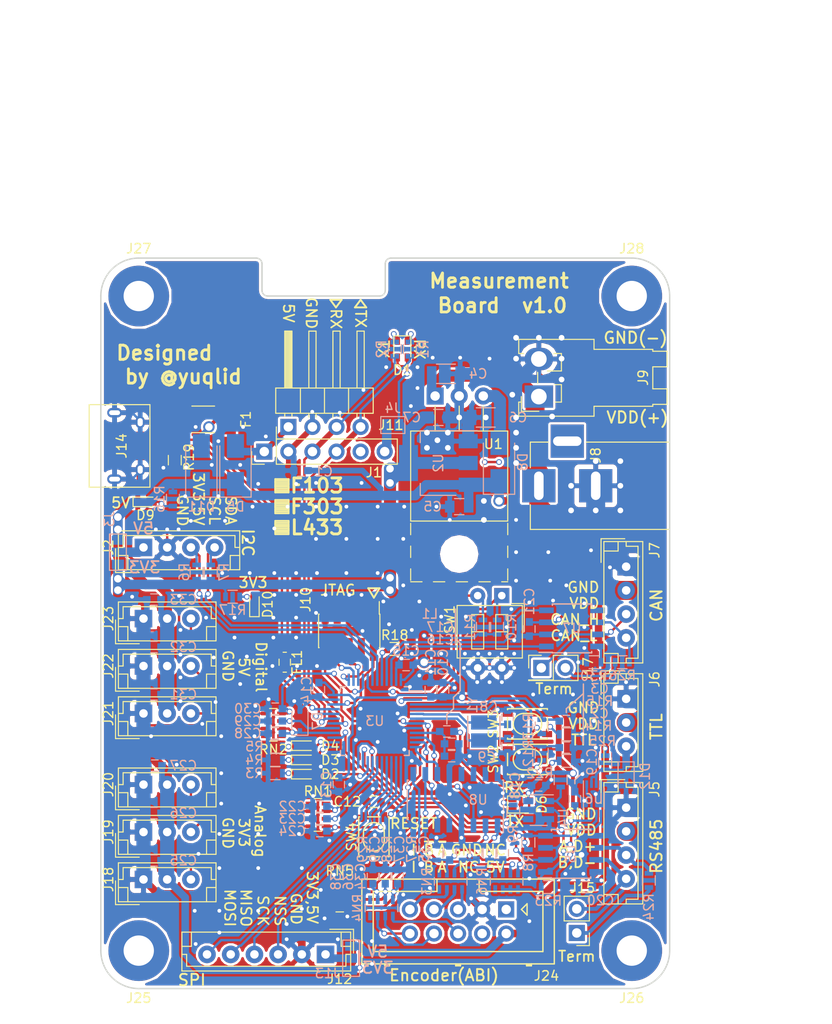
<source format=kicad_pcb>
(kicad_pcb (version 4) (host pcbnew 4.0.7)
  (layers (0 F.Cu signal) (31 B.Cu signal) (34 B.Paste user) (35 F.Paste user) (36 B.SilkS user) (37 F.SilkS user) (38 B.Mask user) (39 F.Mask user) (44 Edge.Cuts user))
  (net 0 "")
  (net 1 GND)
  (net 2 +5V)
  (net 3 /MCU/PB5)
  (net 4 /MCU/PC13)
  (net 5 +12V)
  (net 6 "Net-(C6-Pad1)")
  (net 7 +3V3)
  (net 8 "Net-(C8-Pad2)")
  (net 9 "Net-(C9-Pad2)")
  (net 10 NRST)
  (net 11 "Net-(C16-Pad2)")
  (net 12 /MCU/ADC_IN9)
  (net 13 /MCU/ADC_IN8)
  (net 14 /MCU/ADC_IN3)
  (net 15 /IN_Di/DI3_LPF)
  (net 16 /IN_Di/DI2_LPF)
  (net 17 /IN_Di/DI1_LPF)
  (net 18 "Net-(C34-Pad1)")
  (net 19 "Net-(C35-Pad1)")
  (net 20 "Net-(C36-Pad1)")
  (net 21 "Net-(C37-Pad1)")
  (net 22 "Net-(C38-Pad1)")
  (net 23 "Net-(C39-Pad1)")
  (net 24 "Net-(D1-Pad2)")
  (net 25 "Net-(D9-Pad2)")
  (net 26 /RS485-TTL/TTL_DATA)
  (net 27 "Net-(F1-Pad2)")
  (net 28 /MCU/USART1_RX)
  (net 29 /MCU/USART1_TX)
  (net 30 "Net-(J2-Pad1)")
  (net 31 /MCU/I2C1_SCL)
  (net 32 /MCU/I2C1_SDA)
  (net 33 /RS485-TTL/RS485_A)
  (net 34 /RS485-TTL/RS485_B)
  (net 35 /CAN/CAN_H)
  (net 36 /CAN/CAN_L)
  (net 37 /JTAG/SWDIO-TMS)
  (net 38 /JTAG/SWCLK-TCK)
  (net 39 /JTAG/SWO-TDO)
  (net 40 /MCU/SYS_JTDI)
  (net 41 /SSI/MOSI)
  (net 42 /SSI/DATA_MISO)
  (net 43 /SSI/SCK)
  (net 44 /SSI/NSS)
  (net 45 "Net-(J18-Pad3)")
  (net 46 "Net-(J19-Pad3)")
  (net 47 "Net-(J20-Pad3)")
  (net 48 "Net-(J21-Pad3)")
  (net 49 "Net-(J22-Pad3)")
  (net 50 /MCU/PB2)
  (net 51 /MCU/PB12)
  (net 52 /MCU/PB13)
  (net 53 /MCU/PC14)
  (net 54 /MCU/PC15)
  (net 55 /USB/D+)
  (net 56 /USB/D-)
  (net 57 "Net-(R18-Pad1)")
  (net 58 "Net-(RN1-Pad4)")
  (net 59 "Net-(RN1-Pad5)")
  (net 60 "Net-(SW2-Pad1)")
  (net 61 "Net-(SW3-Pad1)")
  (net 62 "Net-(SW4-Pad3)")
  (net 63 "Net-(SW4-Pad1)")
  (net 64 /ENCODER/A)
  (net 65 /ENCODER/B)
  (net 66 /ENCODER/I)
  (net 67 /RS485-TTL/DI)
  (net 68 /RS485-TTL/RO)
  (net 69 /MCU/USART3_RTS)
  (net 70 /MCU/CAN_RX)
  (net 71 /MCU/CAN_TX)
  (net 72 "Net-(U7-Pad5)")
  (net 73 "Net-(U8-Pad13)")
  (net 74 "Net-(U8-Pad14)")
  (net 75 "Net-(U8-Pad15)")
  (net 76 "Net-(RN3-Pad4)")
  (net 77 "Net-(RN3-Pad5)")
  (net 78 "Net-(D5-Pad2)")
  (net 79 "Net-(D10-Pad2)")
  (net 80 "Net-(D11-Pad2)")
  (net 81 "Net-(J1-Pad5)")
  (net 82 "Net-(J1-Pad6)")
  (net 83 "Net-(J8-Pad3)")
  (net 84 "Net-(J10-Pad7)")
  (net 85 "Net-(J12-Pad1)")
  (net 86 "Net-(J14-Pad4)")
  (net 87 "Net-(J15-Pad1)")
  (net 88 "Net-(J23-Pad3)")
  (net 89 "Net-(J24-Pad1)")
  (net 90 "Net-(J24-Pad4)")
  (net 91 "Net-(J24-Pad5)")
  (net 92 "Net-(J24-Pad6)")
  (net 93 "Net-(J24-Pad7)")
  (net 94 "Net-(J24-Pad8)")
  (net 95 "Net-(J24-Pad9)")
  (net 96 "Net-(J24-Pad10)")
  (net 97 "Net-(R12-Pad1)")
  (net 98 "Net-(R13-Pad1)")
  (net 99 "Net-(R14-Pad2)")
  (net 100 "Net-(R15-Pad2)")
  (net 101 "Net-(R22-Pad1)")
  (net 102 "Net-(R23-Pad1)")
  (net 103 "Net-(D1-Pad4)")
  (net 104 "Net-(D6-Pad2)")
  (net 105 "Net-(D6-Pad4)")
  (net 106 "Net-(J17-Pad2)")
  (net 107 "Net-(RN4-Pad4)")
  (net 108 "Net-(RN4-Pad5)")
  (net 109 "Net-(RN6-Pad1)")
  (net 110 "Net-(RN6-Pad8)")
  (net 111 "Net-(RN5-Pad4)")
  (net 112 "Net-(RN5-Pad5)")
  (net 113 "Net-(D2-Pad1)")
  (net 114 "Net-(D3-Pad1)")
  (net 115 "Net-(D4-Pad1)")
  (net 116 "Net-(RN2-Pad1)")
  (net 117 "Net-(RN2-Pad8)")
  (net 118 "Net-(J25-Pad1)")
  (net 119 "Net-(J26-Pad1)")
  (net 120 "Net-(J27-Pad1)")
  (net 121 "Net-(J28-Pad1)")
  (net 122 "Net-(R30-Pad2)")
  (net 123 "Net-(FL1-Pad3)")
  (net 124 "Net-(FL1-Pad1)")
  (module Resistors_SMD:R_0603 (layer B.Cu) (at 91.8 111.9 90)
    (fp_text reference R10 (at 0 1.5 90) (layer B.SilkS) (effects (justify mirror)))
    (fp_text value 4.7k)
    (pad 1 smd rect (at -0.75 0 90) (size 0.5 0.9) (layers B.Cu B.Paste B.Mask) (net 7 +3V3))
    (pad 2 smd rect (at 0.75 0 90) (size 0.5 0.9) (layers B.Cu B.Paste B.Mask) (net 4 /MCU/PC13))
  )
  (module Pin_Headers:Pin_Header_Straight_2x05_Pitch1.27mm_SMD (layer F.Cu) (at 76.2 112.3 270)
    (fp_text reference J10 (at -3.3 4.6 270) (layer F.SilkS))
    (fp_text value Conn_02x05_Odd_Even)
    (pad 1 smd rect (at -1.95 -2.54 270) (size 2.4 0.74) (layers F.Cu F.Paste F.Mask) (net 7 +3V3))
    (pad 2 smd rect (at 1.95 -2.54 270) (size 2.4 0.74) (layers F.Cu F.Paste F.Mask) (net 37 /JTAG/SWDIO-TMS))
    (pad 3 smd rect (at -1.95 -1.27 270) (size 2.4 0.74) (layers F.Cu F.Paste F.Mask) (net 1 GND))
    (pad 4 smd rect (at 1.95 -1.27 270) (size 2.4 0.74) (layers F.Cu F.Paste F.Mask) (net 38 /JTAG/SWCLK-TCK))
    (pad 5 smd rect (at -1.95 0 270) (size 2.4 0.74) (layers F.Cu F.Paste F.Mask) (net 1 GND))
    (pad 6 smd rect (at 1.95 0 270) (size 2.4 0.74) (layers F.Cu F.Paste F.Mask) (net 39 /JTAG/SWO-TDO))
    (pad 7 smd rect (at -1.95 1.27 270) (size 2.4 0.74) (layers F.Cu F.Paste F.Mask) (net 84 "Net-(J10-Pad7)"))
    (pad 8 smd rect (at 1.95 1.27 270) (size 2.4 0.74) (layers F.Cu F.Paste F.Mask) (net 40 /MCU/SYS_JTDI))
    (pad 9 smd rect (at -1.95 2.54 270) (size 2.4 0.74) (layers F.Cu F.Paste F.Mask) (net 1 GND))
    (pad 10 smd rect (at 1.95 2.54 270) (size 2.4 0.74) (layers F.Cu F.Paste F.Mask) (net 10 NRST))
  )
  (module Housings_QFP:LQFP-48_7x7mm_Pitch0.5mm (layer B.Cu) (at 78.9 121.8 180)
    (fp_text reference U3 (at 0 0 180) (layer B.SilkS) (effects (justify mirror)))
    (fp_text value STM32F103CBTx)
    (pad 1 smd rect (at -4.35 2.75 180) (size 1.3 0.25) (layers B.Cu B.Paste B.Mask) (net 7 +3V3))
    (pad 2 smd rect (at -4.35 2.25 180) (size 1.3 0.25) (layers B.Cu B.Paste B.Mask) (net 4 /MCU/PC13))
    (pad 3 smd rect (at -4.35 1.75 180) (size 1.3 0.25) (layers B.Cu B.Paste B.Mask) (net 53 /MCU/PC14))
    (pad 4 smd rect (at -4.35 1.25 180) (size 1.3 0.25) (layers B.Cu B.Paste B.Mask) (net 54 /MCU/PC15))
    (pad 5 smd rect (at -4.35 0.75 180) (size 1.3 0.25) (layers B.Cu B.Paste B.Mask) (net 8 "Net-(C8-Pad2)"))
    (pad 6 smd rect (at -4.35 0.25 180) (size 1.3 0.25) (layers B.Cu B.Paste B.Mask) (net 9 "Net-(C9-Pad2)"))
    (pad 7 smd rect (at -4.35 -0.25 180) (size 1.3 0.25) (layers B.Cu B.Paste B.Mask) (net 10 NRST))
    (pad 8 smd rect (at -4.35 -0.75 180) (size 1.3 0.25) (layers B.Cu B.Paste B.Mask) (net 1 GND))
    (pad 9 smd rect (at -4.35 -1.25 180) (size 1.3 0.25) (layers B.Cu B.Paste B.Mask) (net 11 "Net-(C16-Pad2)"))
    (pad 10 smd rect (at -4.35 -1.75 180) (size 1.3 0.25) (layers B.Cu B.Paste B.Mask) (net 64 /ENCODER/A))
    (pad 11 smd rect (at -4.35 -2.25 180) (size 1.3 0.25) (layers B.Cu B.Paste B.Mask) (net 65 /ENCODER/B))
    (pad 12 smd rect (at -4.35 -2.75 180) (size 1.3 0.25) (layers B.Cu B.Paste B.Mask) (net 66 /ENCODER/I))
    (pad 13 smd rect (at -2.75 -4.35 90) (size 1.3 0.25) (layers B.Cu B.Paste B.Mask) (net 14 /MCU/ADC_IN3))
    (pad 14 smd rect (at -2.25 -4.35 90) (size 1.3 0.25) (layers B.Cu B.Paste B.Mask) (net 44 /SSI/NSS))
    (pad 15 smd rect (at -1.75 -4.35 90) (size 1.3 0.25) (layers B.Cu B.Paste B.Mask) (net 43 /SSI/SCK))
    (pad 16 smd rect (at -1.25 -4.35 90) (size 1.3 0.25) (layers B.Cu B.Paste B.Mask) (net 42 /SSI/DATA_MISO))
    (pad 17 smd rect (at -0.75 -4.35 90) (size 1.3 0.25) (layers B.Cu B.Paste B.Mask) (net 41 /SSI/MOSI))
    (pad 18 smd rect (at -0.25 -4.35 90) (size 1.3 0.25) (layers B.Cu B.Paste B.Mask) (net 13 /MCU/ADC_IN8))
    (pad 19 smd rect (at 0.25 -4.35 90) (size 1.3 0.25) (layers B.Cu B.Paste B.Mask) (net 12 /MCU/ADC_IN9))
    (pad 20 smd rect (at 0.75 -4.35 90) (size 1.3 0.25) (layers B.Cu B.Paste B.Mask) (net 50 /MCU/PB2))
    (pad 21 smd rect (at 1.25 -4.35 90) (size 1.3 0.25) (layers B.Cu B.Paste B.Mask) (net 67 /RS485-TTL/DI))
    (pad 22 smd rect (at 1.75 -4.35 90) (size 1.3 0.25) (layers B.Cu B.Paste B.Mask) (net 68 /RS485-TTL/RO))
    (pad 23 smd rect (at 2.25 -4.35 90) (size 1.3 0.25) (layers B.Cu B.Paste B.Mask) (net 1 GND))
    (pad 24 smd rect (at 2.75 -4.35 90) (size 1.3 0.25) (layers B.Cu B.Paste B.Mask) (net 7 +3V3))
    (pad 25 smd rect (at 4.35 -2.75 180) (size 1.3 0.25) (layers B.Cu B.Paste B.Mask) (net 51 /MCU/PB12))
    (pad 26 smd rect (at 4.35 -2.25 180) (size 1.3 0.25) (layers B.Cu B.Paste B.Mask) (net 52 /MCU/PB13))
    (pad 27 smd rect (at 4.35 -1.75 180) (size 1.3 0.25) (layers B.Cu B.Paste B.Mask) (net 69 /MCU/USART3_RTS))
    (pad 28 smd rect (at 4.35 -1.25 180) (size 1.3 0.25) (layers B.Cu B.Paste B.Mask) (net 15 /IN_Di/DI3_LPF))
    (pad 29 smd rect (at 4.35 -0.75 180) (size 1.3 0.25) (layers B.Cu B.Paste B.Mask) (net 16 /IN_Di/DI2_LPF))
    (pad 30 smd rect (at 4.35 -0.25 180) (size 1.3 0.25) (layers B.Cu B.Paste B.Mask) (net 29 /MCU/USART1_TX))
    (pad 31 smd rect (at 4.35 0.25 180) (size 1.3 0.25) (layers B.Cu B.Paste B.Mask) (net 28 /MCU/USART1_RX))
    (pad 32 smd rect (at 4.35 0.75 180) (size 1.3 0.25) (layers B.Cu B.Paste B.Mask) (net 56 /USB/D-))
    (pad 33 smd rect (at 4.35 1.25 180) (size 1.3 0.25) (layers B.Cu B.Paste B.Mask) (net 55 /USB/D+))
    (pad 34 smd rect (at 4.35 1.75 180) (size 1.3 0.25) (layers B.Cu B.Paste B.Mask) (net 37 /JTAG/SWDIO-TMS))
    (pad 35 smd rect (at 4.35 2.25 180) (size 1.3 0.25) (layers B.Cu B.Paste B.Mask) (net 1 GND))
    (pad 36 smd rect (at 4.35 2.75 180) (size 1.3 0.25) (layers B.Cu B.Paste B.Mask) (net 7 +3V3))
    (pad 37 smd rect (at 2.75 4.35 90) (size 1.3 0.25) (layers B.Cu B.Paste B.Mask) (net 38 /JTAG/SWCLK-TCK))
    (pad 38 smd rect (at 2.25 4.35 90) (size 1.3 0.25) (layers B.Cu B.Paste B.Mask) (net 40 /MCU/SYS_JTDI))
    (pad 39 smd rect (at 1.75 4.35 90) (size 1.3 0.25) (layers B.Cu B.Paste B.Mask) (net 39 /JTAG/SWO-TDO))
    (pad 40 smd rect (at 1.25 4.35 90) (size 1.3 0.25) (layers B.Cu B.Paste B.Mask) (net 17 /IN_Di/DI1_LPF))
    (pad 41 smd rect (at 0.75 4.35 90) (size 1.3 0.25) (layers B.Cu B.Paste B.Mask) (net 3 /MCU/PB5))
    (pad 42 smd rect (at 0.25 4.35 90) (size 1.3 0.25) (layers B.Cu B.Paste B.Mask) (net 31 /MCU/I2C1_SCL))
    (pad 43 smd rect (at -0.25 4.35 90) (size 1.3 0.25) (layers B.Cu B.Paste B.Mask) (net 32 /MCU/I2C1_SDA))
    (pad 44 smd rect (at -0.75 4.35 90) (size 1.3 0.25) (layers B.Cu B.Paste B.Mask) (net 57 "Net-(R18-Pad1)"))
    (pad 45 smd rect (at -1.25 4.35 90) (size 1.3 0.25) (layers B.Cu B.Paste B.Mask) (net 70 /MCU/CAN_RX))
    (pad 46 smd rect (at -1.75 4.35 90) (size 1.3 0.25) (layers B.Cu B.Paste B.Mask) (net 71 /MCU/CAN_TX))
    (pad 47 smd rect (at -2.25 4.35 90) (size 1.3 0.25) (layers B.Cu B.Paste B.Mask) (net 1 GND))
    (pad 48 smd rect (at -2.75 4.35 90) (size 1.3 0.25) (layers B.Cu B.Paste B.Mask) (net 7 +3V3))
  )
  (module Capacitors_SMD:C_0603 (layer B.Cu) (at 86.8 135.7 90)
    (fp_text reference C39 (at 0.4 -7.9 90) (layer B.SilkS) (effects (justify mirror)))
    (fp_text value 220p)
    (pad 2 smd rect (at 0.75 0 90) (size 0.8 0.75) (layers B.Cu B.Paste B.Mask) (net 1 GND))
    (pad 1 smd rect (at -0.75 0 90) (size 0.8 0.75) (layers B.Cu B.Paste B.Mask) (net 23 "Net-(C39-Pad1)"))
  )
  (module Resistors_SMD:R_Array_Concave_4x0603 (layer F.Cu) (at 75.2 140.2 180)
    (fp_text reference RN5 (at 0 2.6 180) (layer F.SilkS))
    (fp_text value R_Pack04)
    (pad 2 smd rect (at -0.85 -0.4 180) (size 0.9 0.4) (layers F.Cu F.Paste F.Mask) (net 20 "Net-(C36-Pad1)"))
    (pad 3 smd rect (at -0.85 0.4 180) (size 0.9 0.4) (layers F.Cu F.Paste F.Mask) (net 22 "Net-(C38-Pad1)"))
    (pad 1 smd rect (at -0.85 -1.2 180) (size 0.9 0.4) (layers F.Cu F.Paste F.Mask) (net 18 "Net-(C34-Pad1)"))
    (pad 4 smd rect (at -0.85 1.2 180) (size 0.9 0.4) (layers F.Cu F.Paste F.Mask) (net 111 "Net-(RN5-Pad4)"))
    (pad 8 smd rect (at 0.85 -1.2 180) (size 0.9 0.4) (layers F.Cu F.Paste F.Mask) (net 7 +3V3))
    (pad 7 smd rect (at 0.85 -0.4 180) (size 0.9 0.4) (layers F.Cu F.Paste F.Mask) (net 7 +3V3))
    (pad 6 smd rect (at 0.85 0.4 180) (size 0.9 0.4) (layers F.Cu F.Paste F.Mask) (net 7 +3V3))
    (pad 5 smd rect (at 0.85 1.2 180) (size 0.9 0.4) (layers F.Cu F.Paste F.Mask) (net 112 "Net-(RN5-Pad5)"))
  )
  (module Connectors_Multicomp:Multicomp_MC9A12-1034_2x05x2.54mm_Straight (layer F.Cu) (at 92.76 141.66 180)
    (fp_text reference J24 (at -4.24 -7 180) (layer F.SilkS))
    (fp_text value Conn_02x05_Odd_Even)
    (pad 1 thru_hole rect (at 0 0 180) (size 1.7 1.7) (drill 1) (layers *.Cu *.Mask) (net 89 "Net-(J24-Pad1)"))
    (pad 2 thru_hole circle (at 0 -2.54 180) (size 1.7 1.7) (drill 1) (layers *.Cu *.Mask) (net 2 +5V))
    (pad 3 thru_hole circle (at 2.54 0 180) (size 1.7 1.7) (drill 1) (layers *.Cu *.Mask) (net 1 GND))
    (pad 4 thru_hole circle (at 2.54 -2.54 180) (size 1.7 1.7) (drill 1) (layers *.Cu *.Mask) (net 90 "Net-(J24-Pad4)"))
    (pad 5 thru_hole circle (at 5.08 0 180) (size 1.7 1.7) (drill 1) (layers *.Cu *.Mask) (net 91 "Net-(J24-Pad5)"))
    (pad 6 thru_hole circle (at 5.08 -2.54 180) (size 1.7 1.7) (drill 1) (layers *.Cu *.Mask) (net 92 "Net-(J24-Pad6)"))
    (pad 7 thru_hole circle (at 7.62 0 180) (size 1.7 1.7) (drill 1) (layers *.Cu *.Mask) (net 93 "Net-(J24-Pad7)"))
    (pad 8 thru_hole circle (at 7.62 -2.54 180) (size 1.7 1.7) (drill 1) (layers *.Cu *.Mask) (net 94 "Net-(J24-Pad8)"))
    (pad 9 thru_hole circle (at 10.16 0 180) (size 1.7 1.7) (drill 1) (layers *.Cu *.Mask) (net 95 "Net-(J24-Pad9)"))
    (pad 10 thru_hole circle (at 10.16 -2.54 180) (size 1.7 1.7) (drill 1) (layers *.Cu *.Mask) (net 96 "Net-(J24-Pad10)"))
  )
  (module Resistors_SMD:R_Array_Concave_4x0603 (layer F.Cu) (at 68.2 122.2 180)
    (fp_text reference RN2 (at 0 -2.6 180) (layer F.SilkS))
    (fp_text value R_Pack04)
    (pad 2 smd rect (at -0.85 -0.4 180) (size 0.9 0.4) (layers F.Cu F.Paste F.Mask) (net 15 /IN_Di/DI3_LPF))
    (pad 3 smd rect (at -0.85 0.4 180) (size 0.9 0.4) (layers F.Cu F.Paste F.Mask) (net 16 /IN_Di/DI2_LPF))
    (pad 1 smd rect (at -0.85 -1.2 180) (size 0.9 0.4) (layers F.Cu F.Paste F.Mask) (net 116 "Net-(RN2-Pad1)"))
    (pad 4 smd rect (at -0.85 1.2 180) (size 0.9 0.4) (layers F.Cu F.Paste F.Mask) (net 17 /IN_Di/DI1_LPF))
    (pad 8 smd rect (at 0.85 -1.2 180) (size 0.9 0.4) (layers F.Cu F.Paste F.Mask) (net 117 "Net-(RN2-Pad8)"))
    (pad 7 smd rect (at 0.85 -0.4 180) (size 0.9 0.4) (layers F.Cu F.Paste F.Mask) (net 48 "Net-(J21-Pad3)"))
    (pad 6 smd rect (at 0.85 0.4 180) (size 0.9 0.4) (layers F.Cu F.Paste F.Mask) (net 49 "Net-(J22-Pad3)"))
    (pad 5 smd rect (at 0.85 1.2 180) (size 0.9 0.4) (layers F.Cu F.Paste F.Mask) (net 88 "Net-(J23-Pad3)"))
  )
  (module Resistors_SMD:R_Array_Concave_4x0603 (layer B.Cu) (at 79.6 141.5 90)
    (fp_text reference RN4 (at 0 -2.5 270) (layer B.SilkS) (effects (justify mirror)))
    (fp_text value R_Pack04)
    (pad 2 smd rect (at -0.85 0.4 90) (size 0.9 0.4) (layers B.Cu B.Paste B.Mask) (net 94 "Net-(J24-Pad8)"))
    (pad 3 smd rect (at -0.85 -0.4 90) (size 0.9 0.4) (layers B.Cu B.Paste B.Mask) (net 96 "Net-(J24-Pad10)"))
    (pad 1 smd rect (at -0.85 1.2 90) (size 0.9 0.4) (layers B.Cu B.Paste B.Mask) (net 92 "Net-(J24-Pad6)"))
    (pad 4 smd rect (at -0.85 -1.2 90) (size 0.9 0.4) (layers B.Cu B.Paste B.Mask) (net 107 "Net-(RN4-Pad4)"))
    (pad 8 smd rect (at 0.85 1.2 90) (size 0.9 0.4) (layers B.Cu B.Paste B.Mask) (net 18 "Net-(C34-Pad1)"))
    (pad 7 smd rect (at 0.85 0.4 90) (size 0.9 0.4) (layers B.Cu B.Paste B.Mask) (net 20 "Net-(C36-Pad1)"))
    (pad 6 smd rect (at 0.85 -0.4 90) (size 0.9 0.4) (layers B.Cu B.Paste B.Mask) (net 22 "Net-(C38-Pad1)"))
    (pad 5 smd rect (at 0.85 -1.2 90) (size 0.9 0.4) (layers B.Cu B.Paste B.Mask) (net 108 "Net-(RN4-Pad5)"))
  )
  (module Pin_Headers:Pin_Header_Straight_2x01_Pitch2.54mm (layer F.Cu) (at 96.46 116.2)
    (fp_text reference J17 (at 4.94 0.2 90) (layer F.SilkS))
    (fp_text value Conn_01x02)
    (pad 1 thru_hole rect (at 0 0) (size 1.7 1.7) (drill 1) (layers *.Cu *.Mask) (net 35 /CAN/CAN_H))
    (pad 2 thru_hole oval (at 2.54 0) (size 1.7 1.7) (drill 1) (layers *.Cu *.Mask) (net 106 "Net-(J17-Pad2)"))
  )
  (module Housings_SOIC:SOIC-8_3.9x4.9mm_Pitch1.27mm (layer B.Cu) (at 99.7 112.035)
    (fp_text reference U7 (at 0 0) (layer B.SilkS) (effects (justify mirror)))
    (fp_text value LTC2875-S8)
    (pad 1 smd rect (at -2.7 1.905) (size 1.55 0.6) (layers B.Cu B.Paste B.Mask) (net 71 /MCU/CAN_TX))
    (pad 2 smd rect (at -2.7 0.635) (size 1.55 0.6) (layers B.Cu B.Paste B.Mask) (net 1 GND))
    (pad 3 smd rect (at -2.7 -0.635) (size 1.55 0.6) (layers B.Cu B.Paste B.Mask) (net 2 +5V))
    (pad 4 smd rect (at -2.7 -1.905) (size 1.55 0.6) (layers B.Cu B.Paste B.Mask) (net 70 /MCU/CAN_RX))
    (pad 5 smd rect (at 2.7 -1.905) (size 1.55 0.6) (layers B.Cu B.Paste B.Mask) (net 72 "Net-(U7-Pad5)"))
    (pad 6 smd rect (at 2.7 -0.635) (size 1.55 0.6) (layers B.Cu B.Paste B.Mask) (net 36 /CAN/CAN_L))
    (pad 7 smd rect (at 2.7 0.635) (size 1.55 0.6) (layers B.Cu B.Paste B.Mask) (net 35 /CAN/CAN_H))
    (pad 8 smd rect (at 2.7 1.905) (size 1.55 0.6) (layers B.Cu B.Paste B.Mask) (net 122 "Net-(R30-Pad2)"))
  )
  (module Capacitors_SMD:C_0603 (layer B.Cu) (at 71.1 95.4 180)
    (fp_text reference C1 (at -2.4 -0.1 180) (layer B.SilkS) (effects (justify mirror)))
    (fp_text value 0.1u)
    (pad 2 smd rect (at 0.75 0 180) (size 0.8 0.75) (layers B.Cu B.Paste B.Mask) (net 1 GND))
    (pad 1 smd rect (at -0.75 0 180) (size 0.8 0.75) (layers B.Cu B.Paste B.Mask) (net 2 +5V))
  )
  (module Capacitors_SMD:C_0603 (layer B.Cu) (at 99.1 124.6 180)
    (fp_text reference C2 (at -3.5 3.6 180) (layer B.SilkS) (effects (justify mirror)))
    (fp_text value 0.1u)
    (pad 2 smd rect (at 0.75 0 180) (size 0.8 0.75) (layers B.Cu B.Paste B.Mask) (net 54 /MCU/PC15))
    (pad 1 smd rect (at -0.75 0 180) (size 0.8 0.75) (layers B.Cu B.Paste B.Mask) (net 1 GND))
  )
  (module Capacitors_SMD:C_0603 (layer B.Cu) (at 99.1 121.8 180)
    (fp_text reference C3 (at -3.5 3.4 180) (layer B.SilkS) (effects (justify mirror)))
    (fp_text value 0.1u)
    (pad 2 smd rect (at 0.75 0 180) (size 0.8 0.75) (layers B.Cu B.Paste B.Mask) (net 53 /MCU/PC14))
    (pad 1 smd rect (at -0.75 0 180) (size 0.8 0.75) (layers B.Cu B.Paste B.Mask) (net 1 GND))
  )
  (module Capacitors_SMD:C_0805 (layer B.Cu) (at 87.8 99.2 180)
    (fp_text reference C5 (at 2.8 0 180) (layer B.SilkS) (effects (justify mirror)))
    (fp_text value C)
    (pad 1 smd rect (at -1 0 180) (size 1 1.25) (layers B.Cu B.Paste B.Mask) (net 2 +5V))
    (pad 2 smd rect (at 1 0 180) (size 1 1.25) (layers B.Cu B.Paste B.Mask) (net 1 GND))
  )
  (module Capacitors_SMD:C_0805 (layer B.Cu) (at 85.6 89.8)
    (fp_text reference C7 (at -2.8 0) (layer B.SilkS) (effects (justify mirror)))
    (fp_text value C)
    (pad 1 smd rect (at -1 0) (size 1 1.25) (layers B.Cu B.Paste B.Mask) (net 7 +3V3))
    (pad 2 smd rect (at 1 0) (size 1 1.25) (layers B.Cu B.Paste B.Mask) (net 1 GND))
  )
  (module Capacitors_SMD:C_0603 (layer B.Cu) (at 92.9 121.4 270)
    (fp_text reference C8 (at -1.1 2 360) (layer B.SilkS) (effects (justify mirror)))
    (fp_text value 14p)
    (pad 2 smd rect (at 0.75 0 270) (size 0.8 0.75) (layers B.Cu B.Paste B.Mask) (net 8 "Net-(C8-Pad2)"))
    (pad 1 smd rect (at -0.75 0 270) (size 0.8 0.75) (layers B.Cu B.Paste B.Mask) (net 1 GND))
  )
  (module Capacitors_SMD:C_0603 (layer B.Cu) (at 92.9 124.4 90)
    (fp_text reference C9 (at -1.2 -2.2 180) (layer B.SilkS) (effects (justify mirror)))
    (fp_text value 14p)
    (pad 2 smd rect (at 0.75 0 90) (size 0.8 0.75) (layers B.Cu B.Paste B.Mask) (net 9 "Net-(C9-Pad2)"))
    (pad 1 smd rect (at -0.75 0 90) (size 0.8 0.75) (layers B.Cu B.Paste B.Mask) (net 1 GND))
  )
  (module Capacitors_SMD:C_0603 (layer B.Cu) (at 86.1 118.5 90)
    (fp_text reference C10 (at 2.9 0 90) (layer B.SilkS) (effects (justify mirror)))
    (fp_text value 1u)
    (pad 2 smd rect (at 0.75 0 90) (size 0.8 0.75) (layers B.Cu B.Paste B.Mask) (net 1 GND))
    (pad 1 smd rect (at -0.75 0 90) (size 0.8 0.75) (layers B.Cu B.Paste B.Mask) (net 7 +3V3))
  )
  (module Capacitors_SMD:C_0603 (layer B.Cu) (at 84.8 118.5 90)
    (fp_text reference C11 (at 2.9 0 90) (layer B.SilkS) (effects (justify mirror)))
    (fp_text value 0.1u)
    (pad 2 smd rect (at 0.75 0 90) (size 0.8 0.75) (layers B.Cu B.Paste B.Mask) (net 1 GND))
    (pad 1 smd rect (at -0.75 0 90) (size 0.8 0.75) (layers B.Cu B.Paste B.Mask) (net 7 +3V3))
  )
  (module Capacitors_SMD:C_0603 (layer F.Cu) (at 78.8 130.3 180)
    (fp_text reference C12 (at 2.8 0 180) (layer F.SilkS))
    (fp_text value 0.1u)
    (pad 2 smd rect (at 0.75 0 180) (size 0.8 0.75) (layers F.Cu F.Paste F.Mask) (net 1 GND))
    (pad 1 smd rect (at -0.75 0 180) (size 0.8 0.75) (layers F.Cu F.Paste F.Mask) (net 10 NRST))
  )
  (module Capacitors_SMD:C_0603 (layer B.Cu) (at 75.1 128.5 270)
    (fp_text reference C13 (at 0 1.3 270) (layer B.SilkS) (effects (justify mirror)))
    (fp_text value 0.1u)
    (pad 2 smd rect (at 0.75 0 270) (size 0.8 0.75) (layers B.Cu B.Paste B.Mask) (net 1 GND))
    (pad 1 smd rect (at -0.75 0 270) (size 0.8 0.75) (layers B.Cu B.Paste B.Mask) (net 7 +3V3))
  )
  (module Capacitors_SMD:C_0603 (layer B.Cu) (at 73 118.5 270)
    (fp_text reference C14 (at 0 1.3 270) (layer B.SilkS) (effects (justify mirror)))
    (fp_text value 0.1u)
    (pad 2 smd rect (at 0.75 0 270) (size 0.8 0.75) (layers B.Cu B.Paste B.Mask) (net 1 GND))
    (pad 1 smd rect (at -0.75 0 270) (size 0.8 0.75) (layers B.Cu B.Paste B.Mask) (net 7 +3V3))
  )
  (module Capacitors_SMD:C_0603 (layer B.Cu) (at 82.2 115.9 180)
    (fp_text reference C15 (at 0 1.5 180) (layer B.SilkS) (effects (justify mirror)))
    (fp_text value 0.1u)
    (pad 2 smd rect (at 0.75 0 180) (size 0.8 0.75) (layers B.Cu B.Paste B.Mask) (net 1 GND))
    (pad 1 smd rect (at -0.75 0 180) (size 0.8 0.75) (layers B.Cu B.Paste B.Mask) (net 7 +3V3))
  )
  (module Capacitors_SMD:C_0603 (layer B.Cu) (at 87 125.5 180)
    (fp_text reference C16 (at 1.2 12.3 180) (layer B.SilkS) (effects (justify mirror)))
    (fp_text value 1u)
    (pad 2 smd rect (at 0.75 0 180) (size 0.8 0.75) (layers B.Cu B.Paste B.Mask) (net 11 "Net-(C16-Pad2)"))
    (pad 1 smd rect (at -0.75 0 180) (size 0.8 0.75) (layers B.Cu B.Paste B.Mask) (net 1 GND))
  )
  (module Capacitors_SMD:C_0603 (layer B.Cu) (at 87 124.2 180)
    (fp_text reference C17 (at 1.2 12.3 180) (layer B.SilkS) (effects (justify mirror)))
    (fp_text value 0.1u)
    (pad 2 smd rect (at 0.75 0 180) (size 0.8 0.75) (layers B.Cu B.Paste B.Mask) (net 11 "Net-(C16-Pad2)"))
    (pad 1 smd rect (at -0.75 0 180) (size 0.8 0.75) (layers B.Cu B.Paste B.Mask) (net 1 GND))
  )
  (module Capacitors_SMD:C_0603 (layer B.Cu) (at 96.18 128.59)
    (fp_text reference C18 (at -2.48 0.01 90) (layer B.SilkS) (effects (justify mirror)))
    (fp_text value 0.1u)
    (pad 2 smd rect (at 0.75 0) (size 0.8 0.75) (layers B.Cu B.Paste B.Mask) (net 1 GND))
    (pad 1 smd rect (at -0.75 0) (size 0.8 0.75) (layers B.Cu B.Paste B.Mask) (net 7 +3V3))
  )
  (module Capacitors_SMD:C_0603 (layer B.Cu) (at 100 130 90)
    (fp_text reference C19 (at 3.9 1.8 90) (layer B.SilkS) (effects (justify mirror)))
    (fp_text value 0.1u)
    (pad 2 smd rect (at 0.75 0 90) (size 0.8 0.75) (layers B.Cu B.Paste B.Mask) (net 1 GND))
    (pad 1 smd rect (at -0.75 0 90) (size 0.8 0.75) (layers B.Cu B.Paste B.Mask) (net 7 +3V3))
  )
  (module Capacitors_SMD:C_0603 (layer B.Cu) (at 101.1 139.3 180)
    (fp_text reference C20 (at -1.6 -1.4 180) (layer B.SilkS) (effects (justify mirror)))
    (fp_text value 0.1u)
    (pad 2 smd rect (at 0.75 0 180) (size 0.8 0.75) (layers B.Cu B.Paste B.Mask) (net 1 GND))
    (pad 1 smd rect (at -0.75 0 180) (size 0.8 0.75) (layers B.Cu B.Paste B.Mask) (net 2 +5V))
  )
  (module Capacitors_SMD:C_0603 (layer B.Cu) (at 95.2 112.1 270)
    (fp_text reference C21 (at -2.9 0 270) (layer B.SilkS) (effects (justify mirror)))
    (fp_text value 0.1u)
    (pad 2 smd rect (at 0.75 0 270) (size 0.8 0.75) (layers B.Cu B.Paste B.Mask) (net 1 GND))
    (pad 1 smd rect (at -0.75 0 270) (size 0.8 0.75) (layers B.Cu B.Paste B.Mask) (net 2 +5V))
  )
  (module Capacitors_SMD:C_0603 (layer B.Cu) (at 73.1 130.8 180)
    (fp_text reference C22 (at 2.9 0 180) (layer B.SilkS) (effects (justify mirror)))
    (fp_text value 1n)
    (pad 2 smd rect (at 0.75 0 180) (size 0.8 0.75) (layers B.Cu B.Paste B.Mask) (net 1 GND))
    (pad 1 smd rect (at -0.75 0 180) (size 0.8 0.75) (layers B.Cu B.Paste B.Mask) (net 12 /MCU/ADC_IN9))
  )
  (module Capacitors_SMD:C_0603 (layer B.Cu) (at 73.1 132.1 180)
    (fp_text reference C23 (at 2.9 0 180) (layer B.SilkS) (effects (justify mirror)))
    (fp_text value 1n)
    (pad 2 smd rect (at 0.75 0 180) (size 0.8 0.75) (layers B.Cu B.Paste B.Mask) (net 1 GND))
    (pad 1 smd rect (at -0.75 0 180) (size 0.8 0.75) (layers B.Cu B.Paste B.Mask) (net 13 /MCU/ADC_IN8))
  )
  (module Capacitors_SMD:C_0603 (layer B.Cu) (at 73.1 133.4 180)
    (fp_text reference C24 (at 2.9 0 180) (layer B.SilkS) (effects (justify mirror)))
    (fp_text value 1n)
    (pad 2 smd rect (at 0.75 0 180) (size 0.8 0.75) (layers B.Cu B.Paste B.Mask) (net 1 GND))
    (pad 1 smd rect (at -0.75 0 180) (size 0.8 0.75) (layers B.Cu B.Paste B.Mask) (net 14 /MCU/ADC_IN3))
  )
  (module Capacitors_SMD:C_0603 (layer B.Cu) (at 55.6 136.5 180)
    (fp_text reference C25 (at -3.1 0 180) (layer B.SilkS) (effects (justify mirror)))
    (fp_text value 0.1u)
    (pad 2 smd rect (at 0.75 0 180) (size 0.8 0.75) (layers B.Cu B.Paste B.Mask) (net 1 GND))
    (pad 1 smd rect (at -0.75 0 180) (size 0.8 0.75) (layers B.Cu B.Paste B.Mask) (net 7 +3V3))
  )
  (module Capacitors_SMD:C_0603 (layer B.Cu) (at 55.6 131.5 180)
    (fp_text reference C26 (at -3.1 0 180) (layer B.SilkS) (effects (justify mirror)))
    (fp_text value 0.1u)
    (pad 2 smd rect (at 0.75 0 180) (size 0.8 0.75) (layers B.Cu B.Paste B.Mask) (net 1 GND))
    (pad 1 smd rect (at -0.75 0 180) (size 0.8 0.75) (layers B.Cu B.Paste B.Mask) (net 7 +3V3))
  )
  (module Capacitors_SMD:C_0603 (layer B.Cu) (at 55.7 126.5 180)
    (fp_text reference C27 (at -3 0 180) (layer B.SilkS) (effects (justify mirror)))
    (fp_text value 0.1u)
    (pad 2 smd rect (at 0.75 0 180) (size 0.8 0.75) (layers B.Cu B.Paste B.Mask) (net 1 GND))
    (pad 1 smd rect (at -0.75 0 180) (size 0.8 0.75) (layers B.Cu B.Paste B.Mask) (net 7 +3V3))
  )
  (module Capacitors_SMD:C_0603 (layer B.Cu) (at 68.4 123.1 180)
    (fp_text reference C28 (at 2.9 0 180) (layer B.SilkS) (effects (justify mirror)))
    (fp_text value 220p)
    (pad 2 smd rect (at 0.75 0 180) (size 0.8 0.75) (layers B.Cu B.Paste B.Mask) (net 1 GND))
    (pad 1 smd rect (at -0.75 0 180) (size 0.8 0.75) (layers B.Cu B.Paste B.Mask) (net 15 /IN_Di/DI3_LPF))
  )
  (module Capacitors_SMD:C_0603 (layer B.Cu) (at 68.4 121.8 180)
    (fp_text reference C29 (at 2.9 0 180) (layer B.SilkS) (effects (justify mirror)))
    (fp_text value 220p)
    (pad 2 smd rect (at 0.75 0 180) (size 0.8 0.75) (layers B.Cu B.Paste B.Mask) (net 1 GND))
    (pad 1 smd rect (at -0.75 0 180) (size 0.8 0.75) (layers B.Cu B.Paste B.Mask) (net 16 /IN_Di/DI2_LPF))
  )
  (module Capacitors_SMD:C_0603 (layer B.Cu) (at 68.4 120.5 180)
    (fp_text reference C30 (at 2.9 0 180) (layer B.SilkS) (effects (justify mirror)))
    (fp_text value 220p)
    (pad 2 smd rect (at 0.75 0 180) (size 0.8 0.75) (layers B.Cu B.Paste B.Mask) (net 1 GND))
    (pad 1 smd rect (at -0.75 0 180) (size 0.8 0.75) (layers B.Cu B.Paste B.Mask) (net 17 /IN_Di/DI1_LPF))
  )
  (module Capacitors_SMD:C_0603 (layer B.Cu) (at 55.6 119 180)
    (fp_text reference C31 (at -3.1 0 180) (layer B.SilkS) (effects (justify mirror)))
    (fp_text value 0.1u)
    (pad 2 smd rect (at 0.75 0 180) (size 0.8 0.75) (layers B.Cu B.Paste B.Mask) (net 1 GND))
    (pad 1 smd rect (at -0.75 0 180) (size 0.8 0.75) (layers B.Cu B.Paste B.Mask) (net 2 +5V))
  )
  (module Capacitors_SMD:C_0603 (layer B.Cu) (at 55.6 114 180)
    (fp_text reference C32 (at -3.1 0 180) (layer B.SilkS) (effects (justify mirror)))
    (fp_text value 0.1u)
    (pad 2 smd rect (at 0.75 0 180) (size 0.8 0.75) (layers B.Cu B.Paste B.Mask) (net 1 GND))
    (pad 1 smd rect (at -0.75 0 180) (size 0.8 0.75) (layers B.Cu B.Paste B.Mask) (net 2 +5V))
  )
  (module Capacitors_SMD:C_0603 (layer B.Cu) (at 55.6 109 180)
    (fp_text reference C33 (at -3.1 0 180) (layer B.SilkS) (effects (justify mirror)))
    (fp_text value 0.1u)
    (pad 2 smd rect (at 0.75 0 180) (size 0.8 0.75) (layers B.Cu B.Paste B.Mask) (net 1 GND))
    (pad 1 smd rect (at -0.75 0 180) (size 0.8 0.75) (layers B.Cu B.Paste B.Mask) (net 2 +5V))
  )
  (module Capacitors_SMD:C_0603 (layer B.Cu) (at 81.3 138.2 90)
    (fp_text reference C34 (at 0 -3.9 90) (layer B.SilkS) (effects (justify mirror)))
    (fp_text value 220p)
    (pad 2 smd rect (at 0.75 0 90) (size 0.8 0.75) (layers B.Cu B.Paste B.Mask) (net 1 GND))
    (pad 1 smd rect (at -0.75 0 90) (size 0.8 0.75) (layers B.Cu B.Paste B.Mask) (net 18 "Net-(C34-Pad1)"))
  )
  (module Capacitors_SMD:C_0603 (layer B.Cu) (at 92.4 135.7 90)
    (fp_text reference C35 (at 0.4 -8.3 90) (layer B.SilkS) (effects (justify mirror)))
    (fp_text value 220p)
    (pad 2 smd rect (at 0.75 0 90) (size 0.8 0.75) (layers B.Cu B.Paste B.Mask) (net 1 GND))
    (pad 1 smd rect (at -0.75 0 90) (size 0.8 0.75) (layers B.Cu B.Paste B.Mask) (net 19 "Net-(C35-Pad1)"))
  )
  (module Capacitors_SMD:C_0603 (layer B.Cu) (at 80 138.2 90)
    (fp_text reference C36 (at 0 -3.9 90) (layer B.SilkS) (effects (justify mirror)))
    (fp_text value 220p)
    (pad 2 smd rect (at 0.75 0 90) (size 0.8 0.75) (layers B.Cu B.Paste B.Mask) (net 1 GND))
    (pad 1 smd rect (at -0.75 0 90) (size 0.8 0.75) (layers B.Cu B.Paste B.Mask) (net 20 "Net-(C36-Pad1)"))
  )
  (module Capacitors_SMD:C_0603 (layer B.Cu) (at 89.6 135.7 90)
    (fp_text reference C37 (at 0.4 -8.1 90) (layer B.SilkS) (effects (justify mirror)))
    (fp_text value 220p)
    (pad 2 smd rect (at 0.75 0 90) (size 0.8 0.75) (layers B.Cu B.Paste B.Mask) (net 1 GND))
    (pad 1 smd rect (at -0.75 0 90) (size 0.8 0.75) (layers B.Cu B.Paste B.Mask) (net 21 "Net-(C37-Pad1)"))
  )
  (module Capacitors_SMD:C_0603 (layer B.Cu) (at 78.7 138.2 90)
    (fp_text reference C38 (at 0 -3.9 90) (layer B.SilkS) (effects (justify mirror)))
    (fp_text value 220p)
    (pad 2 smd rect (at 0.75 0 90) (size 0.8 0.75) (layers B.Cu B.Paste B.Mask) (net 1 GND))
    (pad 1 smd rect (at -0.75 0 90) (size 0.8 0.75) (layers B.Cu B.Paste B.Mask) (net 22 "Net-(C38-Pad1)"))
  )
  (module LEDs:LED_0603 (layer F.Cu) (at 71.4 127.4)
    (fp_text reference D2 (at 2.8 0) (layer F.SilkS))
    (fp_text value LED)
    (pad 2 smd rect (at 0.8 0 180) (size 0.8 0.8) (layers F.Cu F.Paste F.Mask) (net 50 /MCU/PB2))
    (pad 1 smd rect (at -0.8 0 180) (size 0.8 0.8) (layers F.Cu F.Paste F.Mask) (net 113 "Net-(D2-Pad1)"))
  )
  (module LEDs:LED_0603 (layer F.Cu) (at 71.4 125.9)
    (fp_text reference D3 (at 2.8 0) (layer F.SilkS))
    (fp_text value LED)
    (pad 2 smd rect (at 0.8 0 180) (size 0.8 0.8) (layers F.Cu F.Paste F.Mask) (net 51 /MCU/PB12))
    (pad 1 smd rect (at -0.8 0 180) (size 0.8 0.8) (layers F.Cu F.Paste F.Mask) (net 114 "Net-(D3-Pad1)"))
  )
  (module LEDs:LED_0603 (layer F.Cu) (at 71.4 124.4)
    (fp_text reference D4 (at 2.8 0) (layer F.SilkS))
    (fp_text value LED)
    (pad 2 smd rect (at 0.8 0 180) (size 0.8 0.8) (layers F.Cu F.Paste F.Mask) (net 52 /MCU/PB13))
    (pad 1 smd rect (at -0.8 0 180) (size 0.8 0.8) (layers F.Cu F.Paste F.Mask) (net 115 "Net-(D4-Pad1)"))
  )
  (module Diodes_SMD:D_SMA (layer B.Cu) (at 64.2 94.8 90)
    (fp_text reference D5 (at -4.4 0 180) (layer B.SilkS) (effects (justify mirror)))
    (fp_text value D)
    (pad 1 smd rect (at -2 0 90) (size 2.5 1.8) (layers B.Cu B.Paste B.Mask) (net 2 +5V))
    (pad 2 smd rect (at 2 0 90) (size 2.5 1.8) (layers B.Cu B.Paste B.Mask) (net 78 "Net-(D5-Pad2)"))
  )
  (module Diodes_SMD:D_SOD-323 (layer B.Cu) (at 71 121.8 90)
    (fp_text reference D7 (at 0 1.85 90) (layer B.SilkS) (effects (justify mirror)))
    (fp_text value D_Zener_Small)
    (pad 1 smd rect (at -1.05 0 90) (size 0.6 0.45) (layers B.Cu B.Paste B.Mask) (net 15 /IN_Di/DI3_LPF))
    (pad 2 smd rect (at 1.05 0 90) (size 0.6 0.45) (layers B.Cu B.Paste B.Mask) (net 1 GND))
  )
  (module Diodes_SMD:D_SMA (layer B.Cu) (at 92 94.5 90)
    (fp_text reference D8 (at 0 2.5 90) (layer B.SilkS) (effects (justify mirror)))
    (fp_text value D)
    (pad 1 smd rect (at -2 0 90) (size 2.5 1.8) (layers B.Cu B.Paste B.Mask) (net 2 +5V))
    (pad 2 smd rect (at 2 0 90) (size 2.5 1.8) (layers B.Cu B.Paste B.Mask) (net 6 "Net-(C6-Pad1)"))
  )
  (module LEDs:LED_0603 (layer F.Cu) (at 54.7 98.7)
    (fp_text reference D9 (at 0 1.4) (layer F.SilkS))
    (fp_text value LED)
    (pad 2 smd rect (at 0.8 0 180) (size 0.8 0.8) (layers F.Cu F.Paste F.Mask) (net 25 "Net-(D9-Pad2)"))
    (pad 1 smd rect (at -0.8 0 180) (size 0.8 0.8) (layers F.Cu F.Paste F.Mask) (net 1 GND))
  )
  (module LEDs:LED_0603 (layer F.Cu) (at 66.2 109.5 90)
    (fp_text reference D10 (at 0 1.4 90) (layer F.SilkS))
    (fp_text value LED)
    (pad 2 smd rect (at 0.8 0 270) (size 0.8 0.8) (layers F.Cu F.Paste F.Mask) (net 79 "Net-(D10-Pad2)"))
    (pad 1 smd rect (at -0.8 0 270) (size 0.8 0.8) (layers F.Cu F.Paste F.Mask) (net 1 GND))
  )
  (module Diodes_SMD:D_SMA (layer B.Cu) (at 60.6 94.8 90)
    (fp_text reference D11 (at -4.4 0 180) (layer B.SilkS) (effects (justify mirror)))
    (fp_text value D)
    (pad 1 smd rect (at -2 0 90) (size 2.5 1.8) (layers B.Cu B.Paste B.Mask) (net 2 +5V))
    (pad 2 smd rect (at 2 0 90) (size 2.5 1.8) (layers B.Cu B.Paste B.Mask) (net 80 "Net-(D11-Pad2)"))
  )
  (module Diodes_SMD:D_SOD-323 (layer B.Cu) (at 105.4 127.6 270)
    (fp_text reference D12 (at 0 -2 270) (layer B.SilkS) (effects (justify mirror)))
    (fp_text value D_TVS)
    (pad 1 smd rect (at -1.05 0 270) (size 0.6 0.45) (layers B.Cu B.Paste B.Mask) (net 26 /RS485-TTL/TTL_DATA))
    (pad 2 smd rect (at 1.05 0 270) (size 0.6 0.45) (layers B.Cu B.Paste B.Mask) (net 1 GND))
  )
  (module Connectors:GS3 (layer B.Cu) (at 51.8 104)
    (fp_text reference J3 (at -0.9 -3.5 270) (layer B.SilkS) (effects (justify mirror)))
    (fp_text value GS3)
    (pad 1 smd rect (at 0 1.27) (size 1.27 0.97) (layers B.Cu B.Paste B.Mask) (net 7 +3V3))
    (pad 2 smd rect (at 0 0) (size 1.27 0.97) (layers B.Cu B.Paste B.Mask) (net 30 "Net-(J2-Pad1)"))
    (pad 3 smd rect (at 0 -1.27) (size 1.27 0.97) (layers B.Cu B.Paste B.Mask) (net 2 +5V))
  )
  (module Connectors_JST:JST_EH_B03B-EH-A_03x2.50mm_Straight (layer F.Cu) (at 105.41 119.46 270)
    (fp_text reference J6 (at -2.06 -3 270) (layer F.SilkS))
    (fp_text value Conn_01x03)
    (pad 1 thru_hole rect (at 0 0 270) (size 1.85 1.85) (drill 0.9) (layers *.Cu *.Mask) (net 1 GND))
    (pad 2 thru_hole circle (at 2.5 0 270) (size 1.85 1.85) (drill 0.9) (layers *.Cu *.Mask) (net 5 +12V))
    (pad 3 thru_hole circle (at 5 0 270) (size 1.85 1.85) (drill 0.9) (layers *.Cu *.Mask) (net 26 /RS485-TTL/TTL_DATA))
  )
  (module Connectors_JST:JST_EH_B04B-EH-A_04x2.50mm_Straight (layer F.Cu) (at 105.41 105.53 270)
    (fp_text reference J7 (at -1.73 -3 270) (layer F.SilkS))
    (fp_text value Conn_01x04)
    (pad 1 thru_hole rect (at 0 0 270) (size 1.85 1.85) (drill 0.9) (layers *.Cu *.Mask) (net 1 GND))
    (pad 2 thru_hole circle (at 2.5 0 270) (size 1.85 1.85) (drill 0.9) (layers *.Cu *.Mask) (net 5 +12V))
    (pad 3 thru_hole circle (at 5 0 270) (size 1.85 1.85) (drill 0.9) (layers *.Cu *.Mask) (net 35 /CAN/CAN_H))
    (pad 4 thru_hole circle (at 7.5 0 270) (size 1.85 1.85) (drill 0.9) (layers *.Cu *.Mask) (net 36 /CAN/CAN_L))
  )
  (module Connectors:BARREL_JACK (layer F.Cu) (at 96.2 97 180)
    (fp_text reference J8 (at -6 3.2 450) (layer F.SilkS))
    (fp_text value BARREL_JACK)
    (pad 1 thru_hole rect (at 0 0 180) (size 3.5 3.5) (drill oval 1 3) (layers *.Cu *.Mask) (net 5 +12V))
    (pad 2 thru_hole rect (at -6 0 180) (size 3.5 3.5) (drill oval 1 3) (layers *.Cu *.Mask) (net 1 GND))
    (pad 3 thru_hole rect (at -3 4.7 180) (size 3.5 3.5) (drill oval 3 1) (layers *.Cu *.Mask) (net 83 "Net-(J8-Pad3)"))
  )
  (module Connectors:GS3 (layer B.Cu) (at 76.4 146.8)
    (fp_text reference J13 (at -2.5 1.6) (layer B.SilkS) (effects (justify mirror)))
    (fp_text value GS3)
    (pad 1 smd rect (at 0 1.27) (size 1.27 0.97) (layers B.Cu B.Paste B.Mask) (net 7 +3V3))
    (pad 2 smd rect (at 0 0) (size 1.27 0.97) (layers B.Cu B.Paste B.Mask) (net 85 "Net-(J12-Pad1)"))
    (pad 3 smd rect (at 0 -1.27) (size 1.27 0.97) (layers B.Cu B.Paste B.Mask) (net 2 +5V))
  )
  (module Connectors:USB_Micro-B (layer F.Cu) (at 52.8 92.8 270)
    (fp_text reference J14 (at 0 0.6 270) (layer F.SilkS))
    (fp_text value USB_OTG)
    (pad 1 smd rect (at -1.3 -1.35) (size 1.35 0.4) (layers F.Cu F.Paste F.Mask) (net 27 "Net-(F1-Pad2)"))
    (pad 2 smd rect (at -0.65 -1.35) (size 1.35 0.4) (layers F.Cu F.Paste F.Mask) (net 124 "Net-(FL1-Pad1)"))
    (pad 3 smd rect (at 0 -1.35) (size 1.35 0.4) (layers F.Cu F.Paste F.Mask) (net 123 "Net-(FL1-Pad3)"))
    (pad 4 smd rect (at 0.65 -1.35) (size 1.35 0.4) (layers F.Cu F.Paste F.Mask) (net 86 "Net-(J14-Pad4)"))
    (pad 5 smd rect (at 1.3 -1.35) (size 1.35 0.4) (layers F.Cu F.Paste F.Mask) (net 1 GND))
    (pad 6 thru_hole oval (at -2.5 -1.35) (size 0.95 1.25) (drill oval 0.55 0.85) (layers *.Cu *.Mask) (net 1 GND))
    (pad 6 thru_hole oval (at 2.5 -1.35) (size 0.95 1.25) (drill oval 0.55 0.85) (layers *.Cu *.Mask) (net 1 GND))
    (pad 6 thru_hole oval (at -3.5 1.35) (size 1.55 1) (drill oval 1.15 0.5) (layers *.Cu *.Mask) (net 1 GND))
    (pad 6 thru_hole oval (at 3.5 1.35) (size 1.55 1) (drill oval 1.15 0.5) (layers *.Cu *.Mask) (net 1 GND))
  )
  (module Pin_Headers:Pin_Header_Straight_1x02_Pitch2.54mm (layer F.Cu) (at 100.2 144.14 180)
    (fp_text reference J15 (at -0.6 4.74 180) (layer F.SilkS))
    (fp_text value Conn_01x02)
    (pad 1 thru_hole rect (at 0 0 180) (size 1.7 1.7) (drill 1) (layers *.Cu *.Mask) (net 87 "Net-(J15-Pad1)"))
    (pad 2 thru_hole oval (at 0 2.54 180) (size 1.7 1.7) (drill 1) (layers *.Cu *.Mask) (net 34 /RS485-TTL/RS485_B))
  )
  (module Capacitors_SMD:C_0603 (layer B.Cu) (at 86.5 122.9 180)
    (fp_text reference L1 (at 1.8 12.4 180) (layer B.SilkS) (effects (justify mirror)))
    (fp_text value L)
    (pad 2 smd rect (at 0.75 0 180) (size 0.8 0.75) (layers B.Cu B.Paste B.Mask) (net 11 "Net-(C16-Pad2)"))
    (pad 1 smd rect (at -0.75 0 180) (size 0.8 0.75) (layers B.Cu B.Paste B.Mask) (net 7 +3V3))
  )
  (module Resistors_SMD:R_0603 (layer B.Cu) (at 68.4 127.3)
    (fp_text reference R3 (at -2.2 0) (layer B.SilkS) (effects (justify mirror)))
    (fp_text value 1k)
    (pad 1 smd rect (at -0.75 0) (size 0.5 0.9) (layers B.Cu B.Paste B.Mask) (net 1 GND))
    (pad 2 smd rect (at 0.75 0) (size 0.5 0.9) (layers B.Cu B.Paste B.Mask) (net 113 "Net-(D2-Pad1)"))
  )
  (module Resistors_SMD:R_0603 (layer B.Cu) (at 68.4 125.9)
    (fp_text reference R4 (at -2.2 0) (layer B.SilkS) (effects (justify mirror)))
    (fp_text value 1k)
    (pad 1 smd rect (at -0.75 0) (size 0.5 0.9) (layers B.Cu B.Paste B.Mask) (net 1 GND))
    (pad 2 smd rect (at 0.75 0) (size 0.5 0.9) (layers B.Cu B.Paste B.Mask) (net 114 "Net-(D3-Pad1)"))
  )
  (module Resistors_SMD:R_0603 (layer B.Cu) (at 68.4 124.5)
    (fp_text reference R5 (at -2.2 0) (layer B.SilkS) (effects (justify mirror)))
    (fp_text value 1k)
    (pad 1 smd rect (at -0.75 0) (size 0.5 0.9) (layers B.Cu B.Paste B.Mask) (net 1 GND))
    (pad 2 smd rect (at 0.75 0) (size 0.5 0.9) (layers B.Cu B.Paste B.Mask) (net 115 "Net-(D4-Pad1)"))
  )
  (module Resistors_SMD:R_0603 (layer B.Cu) (at 60.1 106.1 90)
    (fp_text reference R6 (at 0 -1.3 90) (layer B.SilkS) (effects (justify mirror)))
    (fp_text value 4.7k)
    (pad 1 smd rect (at -0.75 0 90) (size 0.5 0.9) (layers B.Cu B.Paste B.Mask) (net 7 +3V3))
    (pad 2 smd rect (at 0.75 0 90) (size 0.5 0.9) (layers B.Cu B.Paste B.Mask) (net 31 /MCU/I2C1_SCL))
  )
  (module Resistors_SMD:R_0603 (layer B.Cu) (at 61.6 106.1 90)
    (fp_text reference R7 (at 0 1.4 90) (layer B.SilkS) (effects (justify mirror)))
    (fp_text value 4.7k)
    (pad 1 smd rect (at -0.75 0 90) (size 0.5 0.9) (layers B.Cu B.Paste B.Mask) (net 7 +3V3))
    (pad 2 smd rect (at 0.75 0 90) (size 0.5 0.9) (layers B.Cu B.Paste B.Mask) (net 32 /MCU/I2C1_SDA))
  )
  (module Resistors_SMD:R_0603 (layer B.Cu) (at 90.3 111.9 90)
    (fp_text reference R11 (at 0 -1.35 90) (layer B.SilkS) (effects (justify mirror)))
    (fp_text value 4.7k)
    (pad 1 smd rect (at -0.75 0 90) (size 0.5 0.9) (layers B.Cu B.Paste B.Mask) (net 7 +3V3))
    (pad 2 smd rect (at 0.75 0 90) (size 0.5 0.9) (layers B.Cu B.Paste B.Mask) (net 3 /MCU/PB5))
  )
  (module Resistors_SMD:R_0603 (layer B.Cu) (at 96.5 125.2 90)
    (fp_text reference R12 (at 0 -1.4 90) (layer B.SilkS) (effects (justify mirror)))
    (fp_text value 4.7k)
    (pad 1 smd rect (at -0.75 0 90) (size 0.5 0.9) (layers B.Cu B.Paste B.Mask) (net 97 "Net-(R12-Pad1)"))
    (pad 2 smd rect (at 0.75 0 90) (size 0.5 0.9) (layers B.Cu B.Paste B.Mask) (net 54 /MCU/PC15))
  )
  (module Resistors_SMD:R_0603 (layer B.Cu) (at 96.5 122.4 90)
    (fp_text reference R13 (at 0 -1.4 90) (layer B.SilkS) (effects (justify mirror)))
    (fp_text value 4.7k)
    (pad 1 smd rect (at -0.75 0 90) (size 0.5 0.9) (layers B.Cu B.Paste B.Mask) (net 98 "Net-(R13-Pad1)"))
    (pad 2 smd rect (at 0.75 0 90) (size 0.5 0.9) (layers B.Cu B.Paste B.Mask) (net 53 /MCU/PC14))
  )
  (module Resistors_SMD:R_0603 (layer B.Cu) (at 99.1 126 180)
    (fp_text reference R14 (at -3.4 3.7 180) (layer B.SilkS) (effects (justify mirror)))
    (fp_text value 10k)
    (pad 1 smd rect (at -0.75 0 180) (size 0.5 0.9) (layers B.Cu B.Paste B.Mask) (net 1 GND))
    (pad 2 smd rect (at 0.75 0 180) (size 0.5 0.9) (layers B.Cu B.Paste B.Mask) (net 99 "Net-(R14-Pad2)"))
  )
  (module Resistors_SMD:R_0603 (layer B.Cu) (at 99.1 123.2 180)
    (fp_text reference R15 (at -3.5 3.5 180) (layer B.SilkS) (effects (justify mirror)))
    (fp_text value 10k)
    (pad 1 smd rect (at -0.75 0 180) (size 0.5 0.9) (layers B.Cu B.Paste B.Mask) (net 1 GND))
    (pad 2 smd rect (at 0.75 0 180) (size 0.5 0.9) (layers B.Cu B.Paste B.Mask) (net 100 "Net-(R15-Pad2)"))
  )
  (module Resistors_SMD:R_0603 (layer B.Cu) (at 57.6 98.4 90)
    (fp_text reference R16 (at 0 -1.4 90) (layer B.SilkS) (effects (justify mirror)))
    (fp_text value 1k)
    (pad 1 smd rect (at -0.75 0 90) (size 0.5 0.9) (layers B.Cu B.Paste B.Mask) (net 25 "Net-(D9-Pad2)"))
    (pad 2 smd rect (at 0.75 0 90) (size 0.5 0.9) (layers B.Cu B.Paste B.Mask) (net 2 +5V))
  )
  (module Resistors_SMD:R_0603 (layer B.Cu) (at 63.9 108.7 180)
    (fp_text reference R17 (at 0 -1.4 180) (layer B.SilkS) (effects (justify mirror)))
    (fp_text value 1k)
    (pad 1 smd rect (at -0.75 0 180) (size 0.5 0.9) (layers B.Cu B.Paste B.Mask) (net 79 "Net-(D10-Pad2)"))
    (pad 2 smd rect (at 0.75 0 180) (size 0.5 0.9) (layers B.Cu B.Paste B.Mask) (net 7 +3V3))
  )
  (module Resistors_SMD:R_0603 (layer F.Cu) (at 81 114.2)
    (fp_text reference R18 (at 0 -1.45) (layer F.SilkS))
    (fp_text value 10k)
    (pad 1 smd rect (at -0.75 0) (size 0.5 0.9) (layers F.Cu F.Paste F.Mask) (net 57 "Net-(R18-Pad1)"))
    (pad 2 smd rect (at 0.75 0) (size 0.5 0.9) (layers F.Cu F.Paste F.Mask) (net 1 GND))
  )
  (module Resistors_SMD:R_0603 (layer F.Cu) (at 57.8 94.3 270)
    (fp_text reference R19 (at -0.3 -1.5 270) (layer F.SilkS))
    (fp_text value 100k)
    (pad 1 smd rect (at -0.75 0 270) (size 0.5 0.9) (layers F.Cu F.Paste F.Mask) (net 86 "Net-(J14-Pad4)"))
    (pad 2 smd rect (at 0.75 0 270) (size 0.5 0.9) (layers F.Cu F.Paste F.Mask) (net 1 GND))
  )
  (module Resistors_SMD:R_0603 (layer B.Cu) (at 98.5 128 90)
    (fp_text reference R22 (at 0.7 -2.2 180) (layer B.SilkS) (effects (justify mirror)))
    (fp_text value 10k)
    (pad 1 smd rect (at -0.75 0 90) (size 0.5 0.9) (layers B.Cu B.Paste B.Mask) (net 101 "Net-(R22-Pad1)"))
    (pad 2 smd rect (at 0.75 0 90) (size 0.5 0.9) (layers B.Cu B.Paste B.Mask) (net 7 +3V3))
  )
  (module Resistors_SMD:R_0603 (layer B.Cu) (at 97.2 139.3)
    (fp_text reference R23 (at 0 1.45) (layer B.SilkS) (effects (justify mirror)))
    (fp_text value 10k)
    (pad 1 smd rect (at -0.75 0) (size 0.5 0.9) (layers B.Cu B.Paste B.Mask) (net 102 "Net-(R23-Pad1)"))
    (pad 2 smd rect (at 0.75 0) (size 0.5 0.9) (layers B.Cu B.Paste B.Mask) (net 7 +3V3))
  )
  (module Resistors_SMD:R_0603 (layer B.Cu) (at 107.8 138.6 270)
    (fp_text reference R24 (at 2.8 0 270) (layer B.SilkS) (effects (justify mirror)))
    (fp_text value 120)
    (pad 1 smd rect (at -0.75 0 270) (size 0.5 0.9) (layers B.Cu B.Paste B.Mask) (net 33 /RS485-TTL/RS485_A))
    (pad 2 smd rect (at 0.75 0 270) (size 0.5 0.9) (layers B.Cu B.Paste B.Mask) (net 87 "Net-(J15-Pad1)"))
  )
  (module Resistors_SMD:R_0603 (layer B.Cu) (at 103.2 126.2 90)
    (fp_text reference R25 (at 2.3 -0.3 180) (layer B.SilkS) (effects (justify mirror)))
    (fp_text value 10k)
    (pad 1 smd rect (at -0.75 0 90) (size 0.5 0.9) (layers B.Cu B.Paste B.Mask) (net 26 /RS485-TTL/TTL_DATA))
    (pad 2 smd rect (at 0.75 0 90) (size 0.5 0.9) (layers B.Cu B.Paste B.Mask) (net 2 +5V))
  )
  (module Resistors_SMD:R_0603 (layer B.Cu) (at 105 115.6 180)
    (fp_text reference R26 (at 0 -1.4 180) (layer B.SilkS) (effects (justify mirror)))
    (fp_text value 120)
    (pad 1 smd rect (at -0.75 0 180) (size 0.5 0.9) (layers B.Cu B.Paste B.Mask) (net 36 /CAN/CAN_L))
    (pad 2 smd rect (at 0.75 0 180) (size 0.5 0.9) (layers B.Cu B.Paste B.Mask) (net 106 "Net-(J17-Pad2)"))
  )
  (module Resistors_SMD:R_0603 (layer B.Cu) (at 91 135.7 90)
    (fp_text reference R27 (at 0.4 -8.2 90) (layer B.SilkS) (effects (justify mirror)))
    (fp_text value 20k)
    (pad 1 smd rect (at -0.75 0 90) (size 0.5 0.9) (layers B.Cu B.Paste B.Mask) (net 19 "Net-(C35-Pad1)"))
    (pad 2 smd rect (at 0.75 0 90) (size 0.5 0.9) (layers B.Cu B.Paste B.Mask) (net 1 GND))
  )
  (module Resistors_SMD:R_0603 (layer B.Cu) (at 88.2 135.7 90)
    (fp_text reference R28 (at 0.4 -8 90) (layer B.SilkS) (effects (justify mirror)))
    (fp_text value 20k)
    (pad 1 smd rect (at -0.75 0 90) (size 0.5 0.9) (layers B.Cu B.Paste B.Mask) (net 21 "Net-(C37-Pad1)"))
    (pad 2 smd rect (at 0.75 0 90) (size 0.5 0.9) (layers B.Cu B.Paste B.Mask) (net 1 GND))
  )
  (module Resistors_SMD:R_0603 (layer B.Cu) (at 85.4 135.7 90)
    (fp_text reference R29 (at 0.4 -7.8 90) (layer B.SilkS) (effects (justify mirror)))
    (fp_text value 20k)
    (pad 1 smd rect (at -0.75 0 90) (size 0.5 0.9) (layers B.Cu B.Paste B.Mask) (net 23 "Net-(C39-Pad1)"))
    (pad 2 smd rect (at 0.75 0 90) (size 0.5 0.9) (layers B.Cu B.Paste B.Mask) (net 1 GND))
  )
  (module Resistors_SMD:R_Array_Concave_4x0603 (layer F.Cu) (at 72.9 131.7 180)
    (fp_text reference RN1 (at 0 2.5 180) (layer F.SilkS))
    (fp_text value R_Pack04)
    (pad 2 smd rect (at -0.85 -0.4 180) (size 0.9 0.4) (layers F.Cu F.Paste F.Mask) (net 13 /MCU/ADC_IN8))
    (pad 3 smd rect (at -0.85 0.4 180) (size 0.9 0.4) (layers F.Cu F.Paste F.Mask) (net 12 /MCU/ADC_IN9))
    (pad 1 smd rect (at -0.85 -1.2 180) (size 0.9 0.4) (layers F.Cu F.Paste F.Mask) (net 14 /MCU/ADC_IN3))
    (pad 4 smd rect (at -0.85 1.2 180) (size 0.9 0.4) (layers F.Cu F.Paste F.Mask) (net 58 "Net-(RN1-Pad4)"))
    (pad 8 smd rect (at 0.85 -1.2 180) (size 0.9 0.4) (layers F.Cu F.Paste F.Mask) (net 45 "Net-(J18-Pad3)"))
    (pad 7 smd rect (at 0.85 -0.4 180) (size 0.9 0.4) (layers F.Cu F.Paste F.Mask) (net 46 "Net-(J19-Pad3)"))
    (pad 6 smd rect (at 0.85 0.4 180) (size 0.9 0.4) (layers F.Cu F.Paste F.Mask) (net 47 "Net-(J20-Pad3)"))
    (pad 5 smd rect (at 0.85 1.2 180) (size 0.9 0.4) (layers F.Cu F.Paste F.Mask) (net 59 "Net-(RN1-Pad5)"))
  )
  (module SMD_Packages:ALPS_SKRPAxE010 (layer F.Cu) (at 95 125.85)
    (fp_text reference SW2 (at -3.6 -0.05 90) (layer F.SilkS))
    (fp_text value SKRPACE010)
    (pad 4 smd rect (at 2.075 1.075) (size 1.05 0.65) (layers F.Cu F.Paste F.Mask) (net 99 "Net-(R14-Pad2)"))
    (pad 3 smd rect (at -2.075 1.075) (size 1.05 0.65) (layers F.Cu F.Paste F.Mask) (net 97 "Net-(R12-Pad1)"))
    (pad 2 smd rect (at 2.075 -1.075) (size 1.05 0.65) (layers F.Cu F.Paste F.Mask) (net 7 +3V3))
    (pad 1 smd rect (at -2.075 -1.075) (size 1.05 0.65) (layers F.Cu F.Paste F.Mask) (net 60 "Net-(SW2-Pad1)"))
  )
  (module SMD_Packages:ALPS_SKRPAxE010 (layer F.Cu) (at 95 122.1)
    (fp_text reference SW3 (at -3.6 0 90) (layer F.SilkS))
    (fp_text value SKRPACE010)
    (pad 4 smd rect (at 2.075 1.075) (size 1.05 0.65) (layers F.Cu F.Paste F.Mask) (net 100 "Net-(R15-Pad2)"))
    (pad 3 smd rect (at -2.075 1.075) (size 1.05 0.65) (layers F.Cu F.Paste F.Mask) (net 98 "Net-(R13-Pad1)"))
    (pad 2 smd rect (at 2.075 -1.075) (size 1.05 0.65) (layers F.Cu F.Paste F.Mask) (net 7 +3V3))
    (pad 1 smd rect (at -2.075 -1.075) (size 1.05 0.65) (layers F.Cu F.Paste F.Mask) (net 61 "Net-(SW3-Pad1)"))
  )
  (module SMD_Packages:ALPS_SKRPAxE010 (layer F.Cu) (at 78.8 134 90)
    (fp_text reference SW4 (at 0 -2.35 90) (layer F.SilkS))
    (fp_text value SKRPACE010)
    (pad 4 smd rect (at 2.075 1.075 90) (size 1.05 0.65) (layers F.Cu F.Paste F.Mask) (net 10 NRST))
    (pad 3 smd rect (at -2.075 1.075 90) (size 1.05 0.65) (layers F.Cu F.Paste F.Mask) (net 62 "Net-(SW4-Pad3)"))
    (pad 2 smd rect (at 2.075 -1.075 90) (size 1.05 0.65) (layers F.Cu F.Paste F.Mask) (net 1 GND))
    (pad 1 smd rect (at -2.075 -1.075 90) (size 1.05 0.65) (layers F.Cu F.Paste F.Mask) (net 63 "Net-(SW4-Pad1)"))
  )
  (module TO_SOT_Packages_SMD:SOT-223-3_TabPin2 (layer B.Cu) (at 85.6 94.6 180)
    (fp_text reference U2 (at 0 0 270) (layer B.SilkS) (effects (justify mirror)))
    (fp_text value AP1117-33)
    (pad 2 smd rect (at 3.15 0 180) (size 2 3.8) (layers B.Cu B.Paste B.Mask) (net 7 +3V3))
    (pad 2 smd rect (at -3.15 0 180) (size 2 1.5) (layers B.Cu B.Paste B.Mask) (net 7 +3V3))
    (pad 3 smd rect (at -3.15 -2.3 180) (size 2 1.5) (layers B.Cu B.Paste B.Mask) (net 2 +5V))
    (pad 1 smd rect (at -3.15 2.3 180) (size 2 1.5) (layers B.Cu B.Paste B.Mask) (net 1 GND))
  )
  (module TO_SOT_Packages_SMD:SOT-23-5 (layer B.Cu) (at 96.18 131.19 180)
    (fp_text reference U4 (at -2.62 -0.81 450) (layer B.SilkS) (effects (justify mirror)))
    (fp_text value NC7SZ08)
    (pad 1 smd rect (at -1.1 0.95 180) (size 1.06 0.65) (layers B.Cu B.Paste B.Mask) (net 101 "Net-(R22-Pad1)"))
    (pad 2 smd rect (at -1.1 0 180) (size 1.06 0.65) (layers B.Cu B.Paste B.Mask) (net 102 "Net-(R23-Pad1)"))
    (pad 3 smd rect (at -1.1 -0.95 180) (size 1.06 0.65) (layers B.Cu B.Paste B.Mask) (net 1 GND))
    (pad 4 smd rect (at 1.1 -0.95 180) (size 1.06 0.65) (layers B.Cu B.Paste B.Mask) (net 68 /RS485-TTL/RO))
    (pad 5 smd rect (at 1.1 0.95 180) (size 1.06 0.65) (layers B.Cu B.Paste B.Mask) (net 7 +3V3))
  )
  (module Housings_SOIC:SOIC-8_3.9x4.9mm_Pitch1.27mm (layer B.Cu) (at 99.6 135.8)
    (fp_text reference U5 (at 0 0 270) (layer B.SilkS) (effects (justify mirror)))
    (fp_text value SP3481CN)
    (pad 1 smd rect (at -2.7 1.905) (size 1.55 0.6) (layers B.Cu B.Paste B.Mask) (net 102 "Net-(R23-Pad1)"))
    (pad 2 smd rect (at -2.7 0.635) (size 1.55 0.6) (layers B.Cu B.Paste B.Mask) (net 69 /MCU/USART3_RTS))
    (pad 3 smd rect (at -2.7 -0.635) (size 1.55 0.6) (layers B.Cu B.Paste B.Mask) (net 69 /MCU/USART3_RTS))
    (pad 4 smd rect (at -2.7 -1.905) (size 1.55 0.6) (layers B.Cu B.Paste B.Mask) (net 67 /RS485-TTL/DI))
    (pad 5 smd rect (at 2.7 -1.905) (size 1.55 0.6) (layers B.Cu B.Paste B.Mask) (net 1 GND))
    (pad 6 smd rect (at 2.7 -0.635) (size 1.55 0.6) (layers B.Cu B.Paste B.Mask) (net 33 /RS485-TTL/RS485_A))
    (pad 7 smd rect (at 2.7 0.635) (size 1.55 0.6) (layers B.Cu B.Paste B.Mask) (net 34 /RS485-TTL/RS485_B))
    (pad 8 smd rect (at 2.7 1.905) (size 1.55 0.6) (layers B.Cu B.Paste B.Mask) (net 2 +5V))
  )
  (module Housings_SSOP:VSSOP-8_2.3x2mm_Pitch0.5mm (layer B.Cu) (at 102 130 270)
    (fp_text reference U6 (at 0 0 540) (layer B.SilkS) (effects (justify mirror)))
    (fp_text value NC7WZ241)
    (pad 1 smd rect (at -1.55 0.75) (size 0.3 0.8) (layers B.Cu B.Paste B.Mask) (net 69 /MCU/USART3_RTS))
    (pad 2 smd rect (at -1.55 0.25) (size 0.3 0.8) (layers B.Cu B.Paste B.Mask) (net 26 /RS485-TTL/TTL_DATA))
    (pad 3 smd rect (at -1.55 -0.25) (size 0.3 0.8) (layers B.Cu B.Paste B.Mask) (net 26 /RS485-TTL/TTL_DATA))
    (pad 4 smd rect (at -1.55 -0.75) (size 0.3 0.8) (layers B.Cu B.Paste B.Mask) (net 1 GND))
    (pad 5 smd rect (at 1.55 -0.75) (size 0.3 0.8) (layers B.Cu B.Paste B.Mask) (net 67 /RS485-TTL/DI))
    (pad 6 smd rect (at 1.55 -0.25) (size 0.3 0.8) (layers B.Cu B.Paste B.Mask) (net 101 "Net-(R22-Pad1)"))
    (pad 7 smd rect (at 1.55 0.25) (size 0.3 0.8) (layers B.Cu B.Paste B.Mask) (net 69 /MCU/USART3_RTS))
    (pad 8 smd rect (at 1.55 0.75) (size 0.3 0.8) (layers B.Cu B.Paste B.Mask) (net 7 +3V3))
  )
  (module Housings_SOIC:SOIC-16_3.9x9.9mm_Pitch1.27mm (layer B.Cu) (at 87.4 130.1 90)
    (fp_text reference U8 (at 0 2.4 180) (layer B.SilkS) (effects (justify mirror)))
    (fp_text value AM26LV32)
    (pad 1 smd rect (at -2.7 4.445 90) (size 1.5 0.6) (layers B.Cu B.Paste B.Mask) (net 19 "Net-(C35-Pad1)"))
    (pad 2 smd rect (at -2.7 3.175 90) (size 1.5 0.6) (layers B.Cu B.Paste B.Mask) (net 18 "Net-(C34-Pad1)"))
    (pad 3 smd rect (at -2.7 1.905 90) (size 1.5 0.6) (layers B.Cu B.Paste B.Mask) (net 64 /ENCODER/A))
    (pad 4 smd rect (at -2.7 0.635 90) (size 1.5 0.6) (layers B.Cu B.Paste B.Mask) (net 1 GND))
    (pad 5 smd rect (at -2.7 -0.635 90) (size 1.5 0.6) (layers B.Cu B.Paste B.Mask) (net 65 /ENCODER/B))
    (pad 6 smd rect (at -2.7 -1.905 90) (size 1.5 0.6) (layers B.Cu B.Paste B.Mask) (net 20 "Net-(C36-Pad1)"))
    (pad 7 smd rect (at -2.7 -3.175 90) (size 1.5 0.6) (layers B.Cu B.Paste B.Mask) (net 21 "Net-(C37-Pad1)"))
    (pad 8 smd rect (at -2.7 -4.445 90) (size 1.5 0.6) (layers B.Cu B.Paste B.Mask) (net 1 GND))
    (pad 9 smd rect (at 2.7 -4.445 90) (size 1.5 0.6) (layers B.Cu B.Paste B.Mask) (net 23 "Net-(C39-Pad1)"))
    (pad 10 smd rect (at 2.7 -3.175 90) (size 1.5 0.6) (layers B.Cu B.Paste B.Mask) (net 22 "Net-(C38-Pad1)"))
    (pad 11 smd rect (at 2.7 -1.905 90) (size 1.5 0.6) (layers B.Cu B.Paste B.Mask) (net 66 /ENCODER/I))
    (pad 12 smd rect (at 2.7 -0.635 90) (size 1.5 0.6) (layers B.Cu B.Paste B.Mask) (net 1 GND))
    (pad 13 smd rect (at 2.7 0.635 90) (size 1.5 0.6) (layers B.Cu B.Paste B.Mask) (net 73 "Net-(U8-Pad13)"))
    (pad 14 smd rect (at 2.7 1.905 90) (size 1.5 0.6) (layers B.Cu B.Paste B.Mask) (net 74 "Net-(U8-Pad14)"))
    (pad 15 smd rect (at 2.7 3.175 90) (size 1.5 0.6) (layers B.Cu B.Paste B.Mask) (net 75 "Net-(U8-Pad15)"))
    (pad 16 smd rect (at 2.7 4.445 90) (size 1.5 0.6) (layers B.Cu B.Paste B.Mask) (net 7 +3V3))
  )
  (module Crystals:NDK_Crystal_SMD_3225_2Pads (layer B.Cu) (at 90.4 122.9 270)
    (fp_text reference Y1 (at -2.8 1.2 270) (layer B.SilkS) (effects (justify mirror)))
    (fp_text value Crystal)
    (pad 1 smd rect (at -0.95 0 270) (size 1.5 2.7) (layers B.Cu B.Paste B.Mask) (net 8 "Net-(C8-Pad2)"))
    (pad 2 smd rect (at 0.95 0 270) (size 1.5 2.7) (layers B.Cu B.Paste B.Mask) (net 9 "Net-(C9-Pad2)"))
  )
  (module Connectors_JST:JST_EH_B06B-EH-A_06x2.50mm_Straight (layer F.Cu) (at 73.7 146.4 180)
    (fp_text reference J12 (at -1.5 -2.6 180) (layer F.SilkS))
    (fp_text value Conn_01x06)
    (pad 1 thru_hole rect (at 0 0 180) (size 1.85 1.85) (drill 0.9) (layers *.Cu *.Mask) (net 85 "Net-(J12-Pad1)"))
    (pad 2 thru_hole circle (at 2.5 0 180) (size 1.85 1.85) (drill 0.9) (layers *.Cu *.Mask) (net 1 GND))
    (pad 3 thru_hole circle (at 5 0 180) (size 1.85 1.85) (drill 0.9) (layers *.Cu *.Mask) (net 44 /SSI/NSS))
    (pad 4 thru_hole circle (at 7.5 0 180) (size 1.85 1.85) (drill 0.9) (layers *.Cu *.Mask) (net 43 /SSI/SCK))
    (pad 5 thru_hole circle (at 10 0 180) (size 1.85 1.85) (drill 0.9) (layers *.Cu *.Mask) (net 42 /SSI/DATA_MISO))
    (pad 6 thru_hole circle (at 12.5 0 180) (size 1.85 1.85) (drill 0.9) (layers *.Cu *.Mask) (net 41 /SSI/MOSI))
  )
  (module Connectors_JST:JST_EH_B03B-EH-A_03x2.50mm_Straight (layer F.Cu) (at 54.5 121)
    (fp_text reference J21 (at -3.7 0 90) (layer F.SilkS))
    (fp_text value Conn_01x03)
    (pad 1 thru_hole rect (at 0 0) (size 1.85 1.85) (drill 0.9) (layers *.Cu *.Mask) (net 1 GND))
    (pad 2 thru_hole circle (at 2.5 0) (size 1.85 1.85) (drill 0.9) (layers *.Cu *.Mask) (net 2 +5V))
    (pad 3 thru_hole circle (at 5 0) (size 1.85 1.85) (drill 0.9) (layers *.Cu *.Mask) (net 48 "Net-(J21-Pad3)"))
  )
  (module Connectors_JST:JST_EH_B03B-EH-A_03x2.50mm_Straight (layer F.Cu) (at 54.5 116)
    (fp_text reference J22 (at -3.7 0 90) (layer F.SilkS))
    (fp_text value Conn_01x03)
    (pad 1 thru_hole rect (at 0 0) (size 1.85 1.85) (drill 0.9) (layers *.Cu *.Mask) (net 1 GND))
    (pad 2 thru_hole circle (at 2.5 0) (size 1.85 1.85) (drill 0.9) (layers *.Cu *.Mask) (net 2 +5V))
    (pad 3 thru_hole circle (at 5 0) (size 1.85 1.85) (drill 0.9) (layers *.Cu *.Mask) (net 49 "Net-(J22-Pad3)"))
  )
  (module Connectors_JST:JST_EH_B03B-EH-A_03x2.50mm_Straight (layer F.Cu) (at 54.5 111)
    (fp_text reference J23 (at -3.7 0 90) (layer F.SilkS))
    (fp_text value Conn_01x03)
    (pad 1 thru_hole rect (at 0 0) (size 1.85 1.85) (drill 0.9) (layers *.Cu *.Mask) (net 1 GND))
    (pad 2 thru_hole circle (at 2.5 0) (size 1.85 1.85) (drill 0.9) (layers *.Cu *.Mask) (net 2 +5V))
    (pad 3 thru_hole circle (at 5 0) (size 1.85 1.85) (drill 0.9) (layers *.Cu *.Mask) (net 88 "Net-(J23-Pad3)"))
  )
  (module Buttons_Switches_THT:SW_DIP_x2_W7.62mm_Slide_LowProfile (layer F.Cu) (at 92.29 108.58 270)
    (fp_text reference SW1 (at 2.52 5.49 270) (layer F.SilkS))
    (fp_text value DIP_SW_2P)
    (pad 1 thru_hole rect (at 0 0 270) (size 1.6 1.6) (drill 0.8) (layers *.Cu *.Mask) (net 4 /MCU/PC13))
    (pad 3 thru_hole oval (at 7.62 2.54 270) (size 1.6 1.6) (drill 0.8) (layers *.Cu *.Mask) (net 1 GND))
    (pad 2 thru_hole oval (at 0 2.54 270) (size 1.6 1.6) (drill 0.8) (layers *.Cu *.Mask) (net 3 /MCU/PB5))
    (pad 4 thru_hole oval (at 7.62 0 270) (size 1.6 1.6) (drill 0.8) (layers *.Cu *.Mask) (net 1 GND))
  )
  (module Connectors_JST:JST_EH_B04B-EH-A_04x2.50mm_Straight (layer F.Cu) (at 54.5 103.5)
    (fp_text reference J2 (at -3.7 0 90) (layer F.SilkS))
    (fp_text value Conn_01x04)
    (pad 1 thru_hole rect (at 0 0) (size 1.85 1.85) (drill 0.9) (layers *.Cu *.Mask) (net 30 "Net-(J2-Pad1)"))
    (pad 2 thru_hole circle (at 2.5 0) (size 1.85 1.85) (drill 0.9) (layers *.Cu *.Mask) (net 1 GND))
    (pad 3 thru_hole circle (at 5 0) (size 1.85 1.85) (drill 0.9) (layers *.Cu *.Mask) (net 31 /MCU/I2C1_SCL))
    (pad 4 thru_hole circle (at 7.5 0) (size 1.85 1.85) (drill 0.9) (layers *.Cu *.Mask) (net 32 /MCU/I2C1_SDA))
  )
  (module Resistors_SMD:R_Array_Concave_4x0603 (layer B.Cu) (at 86.9 138.7 90)
    (fp_text reference RN3 (at 0 -2.5 90) (layer B.SilkS) (effects (justify mirror)))
    (fp_text value R_Pack04)
    (pad 2 smd rect (at -0.85 0.4 90) (size 0.9 0.4) (layers B.Cu B.Paste B.Mask) (net 93 "Net-(J24-Pad7)"))
    (pad 3 smd rect (at -0.85 -0.4 90) (size 0.9 0.4) (layers B.Cu B.Paste B.Mask) (net 95 "Net-(J24-Pad9)"))
    (pad 1 smd rect (at -0.85 1.2 90) (size 0.9 0.4) (layers B.Cu B.Paste B.Mask) (net 91 "Net-(J24-Pad5)"))
    (pad 4 smd rect (at -0.85 -1.2 90) (size 0.9 0.4) (layers B.Cu B.Paste B.Mask) (net 76 "Net-(RN3-Pad4)"))
    (pad 8 smd rect (at 0.85 1.2 90) (size 0.9 0.4) (layers B.Cu B.Paste B.Mask) (net 19 "Net-(C35-Pad1)"))
    (pad 7 smd rect (at 0.85 0.4 90) (size 0.9 0.4) (layers B.Cu B.Paste B.Mask) (net 21 "Net-(C37-Pad1)"))
    (pad 6 smd rect (at 0.85 -0.4 90) (size 0.9 0.4) (layers B.Cu B.Paste B.Mask) (net 23 "Net-(C39-Pad1)"))
    (pad 5 smd rect (at 0.85 -1.2 90) (size 0.9 0.4) (layers B.Cu B.Paste B.Mask) (net 77 "Net-(RN3-Pad5)"))
  )
  (module Resistors_SMD:R_Array_Concave_4x0603 (layer B.Cu) (at 92.8 138.7 270)
    (fp_text reference RN6 (at 0 2.6 270) (layer B.SilkS) (effects (justify mirror)))
    (fp_text value R_Pack04)
    (pad 2 smd rect (at -0.85 0.4 270) (size 0.9 0.4) (layers B.Cu B.Paste B.Mask) (net 19 "Net-(C35-Pad1)"))
    (pad 3 smd rect (at -0.85 -0.4 270) (size 0.9 0.4) (layers B.Cu B.Paste B.Mask) (net 21 "Net-(C37-Pad1)"))
    (pad 1 smd rect (at -0.85 1.2 270) (size 0.9 0.4) (layers B.Cu B.Paste B.Mask) (net 109 "Net-(RN6-Pad1)"))
    (pad 4 smd rect (at -0.85 -1.2 270) (size 0.9 0.4) (layers B.Cu B.Paste B.Mask) (net 23 "Net-(C39-Pad1)"))
    (pad 8 smd rect (at 0.85 1.2 270) (size 0.9 0.4) (layers B.Cu B.Paste B.Mask) (net 110 "Net-(RN6-Pad8)"))
    (pad 7 smd rect (at 0.85 0.4 270) (size 0.9 0.4) (layers B.Cu B.Paste B.Mask) (net 7 +3V3))
    (pad 6 smd rect (at 0.85 -0.4 270) (size 0.9 0.4) (layers B.Cu B.Paste B.Mask) (net 7 +3V3))
    (pad 5 smd rect (at 0.85 -1.2 270) (size 0.9 0.4) (layers B.Cu B.Paste B.Mask) (net 7 +3V3))
  )
  (module LEDs:LED_STANLEY_1211C (layer F.Cu) (at 81.8 82.6 270)
    (fp_text reference D1 (at 2.2 0 540) (layer F.SilkS))
    (fp_text value LED_Dual_ACAC)
    (pad 1 smd rect (at 0.875 -0.5 90) (size 0.85 0.5) (layers F.Cu F.Paste F.Mask) (net 7 +3V3))
    (pad 2 smd rect (at -0.875 -0.5 90) (size 0.85 0.5) (layers F.Cu F.Paste F.Mask) (net 24 "Net-(D1-Pad2)"))
    (pad 3 smd rect (at 0.875 0.5 90) (size 0.85 0.5) (layers F.Cu F.Paste F.Mask) (net 7 +3V3))
    (pad 4 smd rect (at -0.875 0.5 90) (size 0.85 0.5) (layers F.Cu F.Paste F.Mask) (net 103 "Net-(D1-Pad4)"))
  )
  (module LEDs:LED_STANLEY_1211C (layer F.Cu) (at 94.3 130.6)
    (fp_text reference D6 (at 2.2 0 90) (layer F.SilkS))
    (fp_text value LED_Dual_ACAC)
    (pad 1 smd rect (at 0.875 -0.5 180) (size 0.85 0.5) (layers F.Cu F.Paste F.Mask) (net 7 +3V3))
    (pad 2 smd rect (at -0.875 -0.5 180) (size 0.85 0.5) (layers F.Cu F.Paste F.Mask) (net 104 "Net-(D6-Pad2)"))
    (pad 3 smd rect (at 0.875 0.5 180) (size 0.85 0.5) (layers F.Cu F.Paste F.Mask) (net 7 +3V3))
    (pad 4 smd rect (at -0.875 0.5 180) (size 0.85 0.5) (layers F.Cu F.Paste F.Mask) (net 105 "Net-(D6-Pad4)"))
  )
  (module Pin_Headers:Pin_Header_Straight_1x06_Pitch2.54mm (layer F.Cu) (at 67.24 93.4 90)
    (fp_text reference J1 (at -2.2 11.56 360) (layer F.SilkS))
    (fp_text value Conn_01x06)
    (pad 1 thru_hole rect (at 0 0 90) (size 1.7 1.7) (drill 1) (layers *.Cu *.Mask) (net 78 "Net-(D5-Pad2)"))
    (pad 2 thru_hole oval (at 0 2.54 90) (size 1.7 1.7) (drill 1) (layers *.Cu *.Mask) (net 1 GND))
    (pad 3 thru_hole oval (at 0 5.08 90) (size 1.7 1.7) (drill 1) (layers *.Cu *.Mask) (net 28 /MCU/USART1_RX))
    (pad 4 thru_hole oval (at 0 7.62 90) (size 1.7 1.7) (drill 1) (layers *.Cu *.Mask) (net 29 /MCU/USART1_TX))
    (pad 5 thru_hole oval (at 0 10.16 90) (size 1.7 1.7) (drill 1) (layers *.Cu *.Mask) (net 81 "Net-(J1-Pad5)"))
    (pad 6 thru_hole oval (at 0 12.7 90) (size 1.7 1.7) (drill 1) (layers *.Cu *.Mask) (net 82 "Net-(J1-Pad6)"))
  )
  (module Connectors:GS2 (layer B.Cu) (at 80.8 90.6 90)
    (fp_text reference J4 (at 1.78 0 360) (layer B.SilkS) (effects (justify mirror)))
    (fp_text value GS2)
    (pad 1 smd rect (at 0 0.64 90) (size 1.27 0.97) (layers B.Cu B.Paste B.Mask) (net 7 +3V3))
    (pad 2 smd rect (at 0 -0.64 90) (size 1.27 0.97) (layers B.Cu B.Paste B.Mask) (net 82 "Net-(J1-Pad6)"))
  )
  (module Resistors_SMD:R_0603 (layer B.Cu) (at 82.6 82.6 90)
    (fp_text reference R1 (at 0 1.45 90) (layer B.SilkS) (effects (justify mirror)))
    (fp_text value 1k)
    (pad 1 smd rect (at -0.75 0 90) (size 0.5 0.9) (layers B.Cu B.Paste B.Mask) (net 29 /MCU/USART1_TX))
    (pad 2 smd rect (at 0.75 0 90) (size 0.5 0.9) (layers B.Cu B.Paste B.Mask) (net 24 "Net-(D1-Pad2)"))
  )
  (module Resistors_SMD:R_0603 (layer B.Cu) (at 81 82.6 90)
    (fp_text reference R2 (at 0 -1.4 90) (layer B.SilkS) (effects (justify mirror)))
    (fp_text value 1k)
    (pad 1 smd rect (at -0.75 0 90) (size 0.5 0.9) (layers B.Cu B.Paste B.Mask) (net 28 /MCU/USART1_RX))
    (pad 2 smd rect (at 0.75 0 90) (size 0.5 0.9) (layers B.Cu B.Paste B.Mask) (net 103 "Net-(D1-Pad4)"))
  )
  (module Resistors_SMD:R_0603 (layer B.Cu) (at 95.1 134.6 90)
    (fp_text reference R8 (at -2.1 0 90) (layer B.SilkS) (effects (justify mirror)))
    (fp_text value 1k)
    (pad 1 smd rect (at -0.75 0 90) (size 0.5 0.9) (layers B.Cu B.Paste B.Mask) (net 105 "Net-(D6-Pad4)"))
    (pad 2 smd rect (at 0.75 0 90) (size 0.5 0.9) (layers B.Cu B.Paste B.Mask) (net 67 /RS485-TTL/DI))
  )
  (module Resistors_SMD:R_0603 (layer B.Cu) (at 93.5 131.4 270)
    (fp_text reference R9 (at 2.3 0 270) (layer B.SilkS) (effects (justify mirror)))
    (fp_text value 1k)
    (pad 1 smd rect (at -0.75 0 270) (size 0.5 0.9) (layers B.Cu B.Paste B.Mask) (net 104 "Net-(D6-Pad2)"))
    (pad 2 smd rect (at 0.75 0 270) (size 0.5 0.9) (layers B.Cu B.Paste B.Mask) (net 68 /RS485-TTL/RO))
  )
  (module Connectors_JST:JST_EH_B03B-EH-A_03x2.50mm_Straight (layer F.Cu) (at 54.5 138.5)
    (fp_text reference J18 (at -3.7 0 90) (layer F.SilkS))
    (fp_text value Conn_01x03)
    (pad 1 thru_hole rect (at 0 0) (size 1.85 1.85) (drill 0.9) (layers *.Cu *.Mask) (net 1 GND))
    (pad 2 thru_hole circle (at 2.5 0) (size 1.85 1.85) (drill 0.9) (layers *.Cu *.Mask) (net 7 +3V3))
    (pad 3 thru_hole circle (at 5 0) (size 1.85 1.85) (drill 0.9) (layers *.Cu *.Mask) (net 45 "Net-(J18-Pad3)"))
  )
  (module Connectors_JST:JST_EH_B03B-EH-A_03x2.50mm_Straight (layer F.Cu) (at 54.5 133.5)
    (fp_text reference J19 (at -3.7 0 90) (layer F.SilkS))
    (fp_text value Conn_01x03)
    (pad 1 thru_hole rect (at 0 0) (size 1.85 1.85) (drill 0.9) (layers *.Cu *.Mask) (net 1 GND))
    (pad 2 thru_hole circle (at 2.5 0) (size 1.85 1.85) (drill 0.9) (layers *.Cu *.Mask) (net 7 +3V3))
    (pad 3 thru_hole circle (at 5 0) (size 1.85 1.85) (drill 0.9) (layers *.Cu *.Mask) (net 46 "Net-(J19-Pad3)"))
  )
  (module Connectors_JST:JST_EH_B03B-EH-A_03x2.50mm_Straight (layer F.Cu) (at 54.5 128.5)
    (fp_text reference J20 (at -3.7 0 90) (layer F.SilkS))
    (fp_text value Conn_01x03)
    (pad 1 thru_hole rect (at 0 0) (size 1.85 1.85) (drill 0.9) (layers *.Cu *.Mask) (net 1 GND))
    (pad 2 thru_hole circle (at 2.5 0) (size 1.85 1.85) (drill 0.9) (layers *.Cu *.Mask) (net 7 +3V3))
    (pad 3 thru_hole circle (at 5 0) (size 1.85 1.85) (drill 0.9) (layers *.Cu *.Mask) (net 47 "Net-(J20-Pad3)"))
  )
  (module Connectors_JST:JST_EH_B04B-EH-A_04x2.50mm_Straight (layer F.Cu) (at 105.41 130.93 270)
    (fp_text reference J5 (at -1.93 -2.99 270) (layer F.SilkS))
    (fp_text value Conn_01x04)
    (pad 1 thru_hole rect (at 0 0 270) (size 1.85 1.85) (drill 0.9) (layers *.Cu *.Mask) (net 1 GND))
    (pad 2 thru_hole circle (at 2.5 0 270) (size 1.85 1.85) (drill 0.9) (layers *.Cu *.Mask) (net 5 +12V))
    (pad 3 thru_hole circle (at 5 0 270) (size 1.85 1.85) (drill 0.9) (layers *.Cu *.Mask) (net 33 /RS485-TTL/RS485_A))
    (pad 4 thru_hole circle (at 7.5 0 270) (size 1.85 1.85) (drill 0.9) (layers *.Cu *.Mask) (net 34 /RS485-TTL/RS485_B))
  )
  (module Connectors_JST:JST_VH_S2P-VH_2x2x3.96mm_Horizontal (layer F.Cu) (at 96.2 87.6 90)
    (fp_text reference J9 (at 2 11 90) (layer F.SilkS))
    (fp_text value CONN_01X02)
    (pad 1 thru_hole rect (at 0 0 90) (size 2.35 3) (drill 1.65) (layers *.Cu *.Mask) (net 5 +12V))
    (pad 2 thru_hole oval (at 3.96 0 90) (size 2.35 3) (drill 1.65) (layers *.Cu *.Mask) (net 1 GND))
  )
  (module Capacitors_SMD:C_1206 (layer B.Cu) (at 86.4 85.2)
    (fp_text reference C4 (at 3.4 0) (layer B.SilkS) (effects (justify mirror)))
    (fp_text value C)
    (pad 1 smd rect (at -1.5 0) (size 1 1.6) (layers B.Cu B.Paste B.Mask) (net 5 +12V))
    (pad 2 smd rect (at 1.5 0) (size 1 1.6) (layers B.Cu B.Paste B.Mask) (net 1 GND))
  )
  (module Capacitors_SMD:C_1206 (layer B.Cu) (at 90.6 89.8 180)
    (fp_text reference C6 (at -3.4 0 180) (layer B.SilkS) (effects (justify mirror)))
    (fp_text value C)
    (pad 1 smd rect (at -1.5 0 180) (size 1 1.6) (layers B.Cu B.Paste B.Mask) (net 6 "Net-(C6-Pad1)"))
    (pad 2 smd rect (at 1.5 0 180) (size 1 1.6) (layers B.Cu B.Paste B.Mask) (net 1 GND))
  )
  (module TO_SOT_Packages_THT:TO-220-3_Horizontal_Reversed (layer F.Cu) (at 85.26 87.54)
    (fp_text reference U1 (at 6.14 5.06) (layer F.SilkS))
    (fp_text value L7805)
    (pad 0 np_thru_hole oval (at 2.54 16.66) (size 3.5 3.5) (drill 3.5) (layers *.Cu *.Mask))
    (pad 1 thru_hole rect (at 0 0) (size 1.8 1.8) (drill 1) (layers *.Cu *.Mask) (net 5 +12V))
    (pad 2 thru_hole oval (at 2.54 0) (size 1.8 1.8) (drill 1) (layers *.Cu *.Mask) (net 1 GND))
    (pad 3 thru_hole oval (at 5.08 0) (size 1.8 1.8) (drill 1) (layers *.Cu *.Mask) (net 6 "Net-(C6-Pad1)"))
  )
  (module Mounting_Holes:MountingHole_3.2mm_M3_Pad (layer F.Cu) (at 54 146 180)
    (fp_text reference J25 (at 0 -5 180) (layer F.SilkS))
    (fp_text value TEST_1P)
    (pad 1 thru_hole circle (at 0 0 180) (size 6.4 6.4) (drill 3.2) (layers *.Cu *.Mask) (net 118 "Net-(J25-Pad1)"))
  )
  (module Mounting_Holes:MountingHole_3.2mm_M3_Pad (layer F.Cu) (at 106 146 180)
    (fp_text reference J26 (at 0 -5 180) (layer F.SilkS))
    (fp_text value TEST_1P)
    (pad 1 thru_hole circle (at 0 0 180) (size 6.4 6.4) (drill 3.2) (layers *.Cu *.Mask) (net 119 "Net-(J26-Pad1)"))
  )
  (module Mounting_Holes:MountingHole_3.2mm_M3_Pad (layer F.Cu) (at 54 77)
    (fp_text reference J27 (at 0 -5) (layer F.SilkS))
    (fp_text value TEST_1P)
    (pad 1 thru_hole circle (at 0 0) (size 6.4 6.4) (drill 3.2) (layers *.Cu *.Mask) (net 120 "Net-(J27-Pad1)"))
  )
  (module Mounting_Holes:MountingHole_3.2mm_M3_Pad (layer F.Cu) (at 106 77)
    (fp_text reference J28 (at 0 -5) (layer F.SilkS))
    (fp_text value TEST_1P)
    (pad 1 thru_hole circle (at 0 0) (size 6.4 6.4) (drill 3.2) (layers *.Cu *.Mask) (net 121 "Net-(J28-Pad1)"))
  )
  (module Pin_Headers:Pin_Header_Angled_1x04_Pitch2.54mm (layer F.Cu) (at 69.78 90.8 90)
    (fp_text reference J11 (at 0.2 10.82 180) (layer F.SilkS))
    (fp_text value Conn_01x04)
    (pad 1 thru_hole rect (at 0 0 90) (size 1.7 1.7) (drill 1) (layers *.Cu *.Mask) (net 78 "Net-(D5-Pad2)"))
    (pad 2 thru_hole oval (at 0 2.54 90) (size 1.7 1.7) (drill 1) (layers *.Cu *.Mask) (net 1 GND))
    (pad 3 thru_hole oval (at 0 5.08 90) (size 1.7 1.7) (drill 1) (layers *.Cu *.Mask) (net 28 /MCU/USART1_RX))
    (pad 4 thru_hole oval (at 0 7.62 90) (size 1.7 1.7) (drill 1) (layers *.Cu *.Mask) (net 29 /MCU/USART1_TX))
  )
  (module Resistors_SMD:R_0603 (layer B.Cu) (at 102 115.6)
    (fp_text reference R30 (at 0 1.45) (layer B.SilkS) (effects (justify mirror)))
    (fp_text value R)
    (pad 1 smd rect (at -0.75 0) (size 0.5 0.9) (layers B.Cu B.Paste B.Mask) (net 1 GND))
    (pad 2 smd rect (at 0.75 0) (size 0.5 0.9) (layers B.Cu B.Paste B.Mask) (net 122 "Net-(R30-Pad2)"))
  )
  (module Fuse_Holders_and_Fuses:Fuse_0679H (layer F.Cu) (at 60.8 90 180)
    (fp_text reference F1 (at -4.5 0 270) (layer F.SilkS))
    (fp_text value Fuse)
    (pad 2 smd rect (at 2.46 0 180) (size 1.96 3.15) (layers F.Cu F.Paste F.Mask) (net 27 "Net-(F1-Pad2)"))
    (pad 1 smd rect (at -2.46 0 180) (size 1.96 3.15) (layers F.Cu F.Paste F.Mask) (net 80 "Net-(D11-Pad2)"))
  )
  (module Inductors_SMD:L_Murata_DLW21HN900SQ2# (layer F.Cu) (at 69.4 115.6 270)
    (fp_text reference FL1 (at 0 -1.3 270) (layer F.SilkS))
    (fp_text value EMI_Filter_CommonMode)
    (pad 2 smd rect (at 0.85 -0.425 270) (size 0.9 0.35) (layers F.Cu F.Paste F.Mask) (net 56 /USB/D-))
    (pad 4 smd rect (at 0.85 0.425 270) (size 0.9 0.35) (layers F.Cu F.Paste F.Mask) (net 55 /USB/D+))
    (pad 3 smd rect (at -0.85 0.425 270) (size 0.9 0.35) (layers F.Cu F.Paste F.Mask) (net 123 "Net-(FL1-Pad3)"))
    (pad 1 smd rect (at -0.85 -0.425 270) (size 0.9 0.35) (layers F.Cu F.Paste F.Mask) (net 124 "Net-(FL1-Pad1)"))
  )
  (gr_line (start 69.8 101.1) (end 69.8 101.3) (layer F.SilkS) (width 0.2))
  (gr_line (start 68.4 101.1) (end 69.8 101.1) (layer F.SilkS) (width 0.2))
  (gr_line (start 69.8 101.3) (end 68.4 101.3) (layer F.SilkS) (width 0.2))
  (gr_line (start 68.4 100.7) (end 69.8 100.7) (layer F.SilkS) (width 0.2))
  (gr_line (start 69.8 100.7) (end 69.8 100.9) (layer F.SilkS) (width 0.2))
  (gr_line (start 69.8 100.9) (end 68.4 100.9) (layer F.SilkS) (width 0.2))
  (gr_line (start 69.8 101.7) (end 68.4 101.7) (layer F.SilkS) (width 0.2))
  (gr_line (start 69.8 101.5) (end 69.8 101.7) (layer F.SilkS) (width 0.2))
  (gr_line (start 69.8 102.1) (end 68.4 102.1) (layer F.SilkS) (width 0.2))
  (gr_line (start 68.4 101.9) (end 69.8 101.9) (layer F.SilkS) (width 0.2))
  (gr_line (start 68.4 101.5) (end 69.8 101.5) (layer F.SilkS) (width 0.2))
  (gr_line (start 69.8 100.7) (end 69.8 102.1) (layer F.SilkS) (width 0.2))
  (gr_text L433 (at 72.8 101.4) (layer F.SilkS) (effects (font (size 1.5 1.5) (thickness 0.3))))
  (gr_line (start 68.4 101.7) (end 68.4 101.9) (layer F.SilkS) (width 0.2))
  (gr_line (start 68.4 100.9) (end 68.4 101.1) (layer F.SilkS) (width 0.2))
  (gr_line (start 68.4 102.1) (end 68.4 100.7) (layer F.SilkS) (width 0.2))
  (gr_line (start 68.4 101.3) (end 68.4 101.5) (layer F.SilkS) (width 0.2))
  (gr_line (start 87.2 119.3) (end 87.2 120.5) (layer B.SilkS) (width 0.15))
  (gr_line (start 87.9 118.6) (end 87.2 119.3) (layer B.SilkS) (width 0.15))
  (gr_line (start 87.9 113.6) (end 87.9 118.6) (layer B.SilkS) (width 0.15))
  (gr_line (start 87.4 113.1) (end 87.9 113.6) (layer B.SilkS) (width 0.15))
  (gr_line (start 86.5 121.1) (end 87.2 120.5) (layer B.SilkS) (width 0.15))
  (gr_line (start 86.5 122.1) (end 86.5 121.1) (layer B.SilkS) (width 0.15))
  (gr_line (start 87.4 113.7) (end 87.4 110) (layer B.SilkS) (width 0.15))
  (gr_line (start 99.1 120.5) (end 100.9 118.9) (layer B.SilkS) (width 0.15))
  (gr_line (start 99.1 120.9) (end 99.1 120.5) (layer B.SilkS) (width 0.15))
  (gr_line (start 100.9 124.2) (end 100.9 117.9) (layer B.SilkS) (width 0.15))
  (gr_line (start 100 128) (end 100.9 127.2) (layer B.SilkS) (width 0.15))
  (gr_line (start 100 128.4) (end 100 128) (layer B.SilkS) (width 0.15))
  (gr_text Term (at 97.8 118.4) (layer F.SilkS) (effects (font (size 1.1 1.1) (thickness 0.18))))
  (gr_text SDA (at 63.7 99.6 270) (layer F.SilkS) (effects (font (size 1.1 1.1) (thickness 0.18))))
  (gr_text 3V3 (at 54.6 105.6) (layer B.SilkS) (effects (font (size 1.2 1.2) (thickness 0.2)) (justify mirror)))
  (gr_text "by @yuqlid" (at 58.7 85.5) (layer F.SilkS) (effects (font (size 1.5 1.5) (thickness 0.3))))
  (gr_text Designed (at 56.7 83) (layer F.SilkS) (effects (font (size 1.5 1.5) (thickness 0.3))))
  (gr_text v1.0 (at 96.8 78) (layer F.SilkS) (effects (font (size 1.5 1.5) (thickness 0.3))))
  (gr_text 3V3 (at 67.7 107.2) (layer F.SilkS) (effects (font (size 1.1 1.1) (thickness 0.18)) (justify right)))
  (gr_text 5V (at 54.5 101.5) (layer B.SilkS) (effects (font (size 1.2 1.2) (thickness 0.2)) (justify mirror)))
  (gr_line (start 69.8 99.5) (end 68.4 99.5) (layer F.SilkS) (width 0.2))
  (gr_line (start 69.8 99.3) (end 69.8 99.5) (layer F.SilkS) (width 0.2))
  (gr_line (start 68.4 99.3) (end 69.8 99.3) (layer F.SilkS) (width 0.2))
  (gr_line (start 69.8 99.1) (end 68.4 99.1) (layer F.SilkS) (width 0.2))
  (gr_line (start 69.8 98.9) (end 69.8 99.1) (layer F.SilkS) (width 0.2))
  (gr_line (start 69.8 98.5) (end 69.8 98.7) (layer F.SilkS) (width 0.2))
  (gr_line (start 68.4 98.5) (end 69.8 98.5) (layer F.SilkS) (width 0.2))
  (gr_line (start 69.8 99.9) (end 68.4 99.9) (layer F.SilkS) (width 0.2))
  (gr_line (start 69.8 98.5) (end 69.8 99.9) (layer F.SilkS) (width 0.2))
  (gr_line (start 68.4 99.7) (end 69.8 99.7) (layer F.SilkS) (width 0.2))
  (gr_line (start 68.4 99.5) (end 68.4 99.7) (layer F.SilkS) (width 0.2))
  (gr_line (start 68.4 99.1) (end 68.4 99.3) (layer F.SilkS) (width 0.2))
  (gr_line (start 68.4 98.9) (end 69.8 98.9) (layer F.SilkS) (width 0.2))
  (gr_line (start 68.4 98.7) (end 68.4 98.9) (layer F.SilkS) (width 0.2))
  (gr_line (start 69.8 98.7) (end 68.4 98.7) (layer F.SilkS) (width 0.2))
  (gr_line (start 68.4 99.9) (end 68.4 98.5) (layer F.SilkS) (width 0.2))
  (gr_line (start 68.4 97.5) (end 69.8 97.5) (layer F.SilkS) (width 0.2))
  (gr_line (start 68.4 97.3) (end 68.4 97.5) (layer F.SilkS) (width 0.2))
  (gr_line (start 69.8 97.3) (end 68.4 97.3) (layer F.SilkS) (width 0.2))
  (gr_line (start 69.8 97.1) (end 69.8 97.3) (layer F.SilkS) (width 0.2))
  (gr_line (start 68.4 97.1) (end 69.8 97.1) (layer F.SilkS) (width 0.2))
  (gr_line (start 68.4 96.9) (end 68.4 97.1) (layer F.SilkS) (width 0.2))
  (gr_line (start 69.8 96.9) (end 68.4 96.9) (layer F.SilkS) (width 0.2))
  (gr_line (start 69.8 96.7) (end 69.8 96.9) (layer F.SilkS) (width 0.2))
  (gr_line (start 68.4 96.7) (end 69.8 96.7) (layer F.SilkS) (width 0.2))
  (gr_line (start 68.4 96.5) (end 68.4 96.7) (layer F.SilkS) (width 0.2))
  (gr_line (start 69.8 96.5) (end 68.4 96.5) (layer F.SilkS) (width 0.2))
  (gr_line (start 69.8 96.3) (end 69.8 96.5) (layer F.SilkS) (width 0.2))
  (gr_line (start 68.4 96.3) (end 69.8 96.3) (layer F.SilkS) (width 0.2))
  (gr_line (start 68.4 97.7) (end 68.4 96.3) (layer F.SilkS) (width 0.2))
  (gr_line (start 69.8 97.7) (end 68.4 97.7) (layer F.SilkS) (width 0.2))
  (gr_line (start 69.8 96.3) (end 69.8 97.7) (layer F.SilkS) (width 0.2))
  (gr_text F303 (at 72.8 99.2) (layer F.SilkS) (effects (font (size 1.5 1.5) (thickness 0.3))))
  (gr_text F103 (at 72.8 97) (layer F.SilkS) (effects (font (size 1.5 1.5) (thickness 0.3))))
  (gr_text Board (at 88.8 78) (layer F.SilkS) (effects (font (size 1.5 1.5) (thickness 0.3))))
  (gr_text Measurement (at 92 75.4) (layer F.SilkS) (effects (font (size 1.5 1.5) (thickness 0.3))))
  (gr_text I2C (at 65.5 103 270) (layer F.SilkS) (effects (font (size 1.2 1.2) (thickness 0.2))))
  (gr_text 3V3,5V (at 60.3 98.4 270) (layer F.SilkS) (effects (font (size 1.1 1.1) (thickness 0.18))))
  (gr_text 5V (at 52.1 98.8) (layer F.SilkS) (effects (font (size 1.1 1.1) (thickness 0.18))))
  (gr_line (start 79.4 107.8) (end 78.8 108.8) (layer F.SilkS) (width 0.2))
  (gr_line (start 78.2 107.8) (end 79.4 107.8) (layer F.SilkS) (width 0.2))
  (gr_line (start 78.8 108.8) (end 78.2 107.8) (layer F.SilkS) (width 0.2))
  (gr_text TX (at 79.8 82.6 270) (layer F.SilkS) (effects (font (size 1.1 1.1) (thickness 0.18))))
  (gr_line (start 78 78.2) (end 77.4 77.4) (layer F.SilkS) (width 0.2))
  (gr_line (start 76.8 78.2) (end 78 78.2) (layer F.SilkS) (width 0.2))
  (gr_line (start 77.4 77.4) (end 76.8 78.2) (layer F.SilkS) (width 0.2))
  (gr_text TX (at 77.4 79.4 270) (layer F.SilkS) (effects (font (size 1.1 1.1) (thickness 0.18))))
  (gr_line (start 74.8 78.2) (end 75.4 77.4) (layer F.SilkS) (width 0.2))
  (gr_line (start 74.2 77.4) (end 74.8 78.2) (layer F.SilkS) (width 0.2))
  (gr_line (start 74.2 77.4) (end 75.4 77.4) (layer F.SilkS) (width 0.2))
  (gr_text "5V\n" (at 69.8 78.8 270) (layer F.SilkS) (effects (font (size 1.1 1.1) (thickness 0.18))))
  (gr_text GND (at 72.2 78.8 270) (layer F.SilkS) (effects (font (size 1.1 1.1) (thickness 0.18))))
  (gr_arc (start 54 77) (end 50 77) (angle 90) (layer Edge.Cuts) (width 0.15))
  (gr_arc (start 106 77) (end 106 73) (angle 90) (layer Edge.Cuts) (width 0.15))
  (gr_arc (start 54 146) (end 54 150) (angle 90) (layer Edge.Cuts) (width 0.15))
  (gr_arc (start 106 146) (end 110 146) (angle 90) (layer Edge.Cuts) (width 0.15))
  (gr_line (start 80.6 73) (end 106 73) (layer Edge.Cuts) (width 0.15))
  (gr_arc (start 66.4 73.6) (end 66.4 73) (angle 90) (layer Edge.Cuts) (width 0.15))
  (gr_arc (start 67.6 76.4) (end 67.6 77) (angle 90) (layer Edge.Cuts) (width 0.15))
  (gr_arc (start 79.4 76.4) (end 80 76.4) (angle 90) (layer Edge.Cuts) (width 0.15))
  (gr_arc (start 80.6 73.6) (end 80 73.6) (angle 90) (layer Edge.Cuts) (width 0.15))
  (gr_line (start 80 76.4) (end 80 73.6) (layer Edge.Cuts) (width 0.15))
  (gr_line (start 67.6 77) (end 79.4 77) (layer Edge.Cuts) (width 0.15))
  (gr_line (start 67 73.6) (end 67 76.4) (layer Edge.Cuts) (width 0.15))
  (gr_text NC (at 91.6 135.4) (layer F.SilkS) (effects (font (size 1.1 1.1) (thickness 0.18))))
  (gr_text NC (at 88.8 137.2) (layer F.SilkS) (effects (font (size 1.1 1.1) (thickness 0.18))))
  (gr_text 5V (at 79.2 146.1) (layer B.SilkS) (effects (font (size 1.2 1.2) (thickness 0.2)) (justify mirror)))
  (gr_text 3V3 (at 79.2 147.8) (layer B.SilkS) (effects (font (size 1.2 1.2) (thickness 0.2)) (justify mirror)))
  (gr_text ~I (at 83 135.4) (layer F.SilkS) (effects (font (size 1.1 1.1) (thickness 0.18))))
  (gr_text RX (at 93.6 128.8) (layer F.SilkS) (effects (font (size 1.1 1.1) (thickness 0.18))))
  (gr_text TX (at 93.7 132.4) (layer F.SilkS) (effects (font (size 1.1 1.1) (thickness 0.18))))
  (gr_text RX (at 83.6 82.6 270) (layer F.SilkS) (effects (font (size 1.1 1.1) (thickness 0.18))))
  (gr_text RX (at 74.8 79.4 270) (layer F.SilkS) (effects (font (size 1.1 1.1) (thickness 0.18))))
  (gr_text "GND(-)" (at 106.4 81.4) (layer F.SilkS) (effects (font (size 1.2 1.2) (thickness 0.2))))
  (gr_text "VDD(+)" (at 106.6 89.8) (layer F.SilkS) (effects (font (size 1.2 1.2) (thickness 0.2))))
  (gr_text SCL (at 62 99.6 270) (layer F.SilkS) (effects (font (size 1.1 1.1) (thickness 0.18))))
  (gr_text GND (at 58.6 99.6 270) (layer F.SilkS) (effects (font (size 1.1 1.1) (thickness 0.18))))
  (gr_text 3V3 (at 65.1 135.2 270) (layer F.SilkS) (effects (font (size 1.1 1.1) (thickness 0.18)) (justify right)))
  (gr_text Analog (at 66.8 136.3 270) (layer F.SilkS) (effects (font (size 1.1 1.1) (thickness 0.18)) (justify right)))
  (gr_text Digital (at 66.9 116.1 270) (layer F.SilkS) (effects (font (size 1.1 1.1) (thickness 0.18))))
  (gr_text 5V (at 65.1 116.1 270) (layer F.SilkS) (effects (font (size 1.1 1.1) (thickness 0.18))))
  (gr_text GND (at 63.4 116 270) (layer F.SilkS) (effects (font (size 1.1 1.1) (thickness 0.18))))
  (gr_text GND (at 63.4 135.4 270) (layer F.SilkS) (effects (font (size 1.1 1.1) (thickness 0.18)) (justify right)))
  (gr_text 5V (at 91.6 137.2) (layer F.SilkS) (effects (font (size 1.1 1.1) (thickness 0.18))))
  (gr_text GND (at 88.6 135.4) (layer F.SilkS) (effects (font (size 1.1 1.1) (thickness 0.18))))
  (gr_text I (at 83 137.2) (layer F.SilkS) (effects (font (size 1.1 1.1) (thickness 0.18))))
  (gr_text A (at 86 137.2) (layer F.SilkS) (effects (font (size 1.1 1.1) (thickness 0.18))))
  (gr_text B (at 84.6 137.2) (layer F.SilkS) (effects (font (size 1.1 1.1) (thickness 0.18))))
  (gr_text ~B (at 84.6 135.4) (layer F.SilkS) (effects (font (size 1.1 1.1) (thickness 0.18))))
  (gr_text ~A (at 86 135.4) (layer F.SilkS) (effects (font (size 1.1 1.1) (thickness 0.18))))
  (gr_text "Encoder(ABI)" (at 86.2 148.6) (layer F.SilkS) (effects (font (size 1.2 1.2) (thickness 0.2))))
  (gr_text RESET (at 83 132.6) (layer F.SilkS) (effects (font (size 1.1 1.1) (thickness 0.18))))
  (gr_text JTAG (at 75 108) (layer F.SilkS) (effects (font (size 1.1 1.1) (thickness 0.18))))
  (gr_text SPI (at 59.6 149.105) (layer F.SilkS) (effects (font (size 1.2 1.2) (thickness 0.2))))
  (gr_text 3V3,5V (at 72.3 140.4 270) (layer F.SilkS) (effects (font (size 1.1 1.1) (thickness 0.18))))
  (gr_text GND (at 70.6 141.6 270) (layer F.SilkS) (effects (font (size 1.1 1.1) (thickness 0.18))))
  (gr_text MOSI (at 63.6 141.5 270) (layer F.SilkS) (effects (font (size 1.1 1.1) (thickness 0.18))))
  (gr_text SCK (at 67.1 141.8 270) (layer F.SilkS) (effects (font (size 1.1 1.1) (thickness 0.18))))
  (gr_text MISO (at 65.3 141.5 270) (layer F.SilkS) (effects (font (size 1.1 1.1) (thickness 0.18))))
  (gr_text NSS (at 68.9 141.8 270) (layer F.SilkS) (effects (font (size 1.1 1.1) (thickness 0.18))))
  (gr_text Term (at 100.2 146.6) (layer F.SilkS) (effects (font (size 1.1 1.1) (thickness 0.18))))
  (gr_text RS485 (at 108.6 135 90) (layer F.SilkS) (effects (font (size 1.2 1.2) (thickness 0.2))))
  (gr_text TTL (at 108.6 122.4 90) (layer F.SilkS) (effects (font (size 1.2 1.2) (thickness 0.2))))
  (gr_text CAN (at 108.6 109.6 90) (layer F.SilkS) (effects (font (size 1.2 1.2) (thickness 0.2))))
  (gr_text B,D- (at 102.4 136.7) (layer F.SilkS) (effects (font (size 1.1 1.1) (thickness 0.19)) (justify right)))
  (gr_text GND (at 102.4 131.6) (layer F.SilkS) (effects (font (size 1.1 1.1) (thickness 0.18)) (justify right)))
  (gr_text VDD (at 102.4 133.3) (layer F.SilkS) (effects (font (size 1.1 1.1) (thickness 0.18)) (justify right)))
  (gr_text A,D+ (at 102.4 135) (layer F.SilkS) (effects (font (size 1.1 1.1) (thickness 0.18)) (justify right)))
  (gr_text TTL (at 100.9 123.8) (layer F.SilkS) (effects (font (size 1.1 1.1) (thickness 0.18))))
  (gr_text VDD (at 100.9 122.1) (layer F.SilkS) (effects (font (size 1.1 1.1) (thickness 0.18))))
  (gr_text GND (at 100.9 120.4) (layer F.SilkS) (effects (font (size 1.1 1.1) (thickness 0.18))))
  (gr_text VDD (at 101 109.4) (layer F.SilkS) (effects (font (size 1.1 1.1) (thickness 0.18))))
  (gr_text GND (at 100.9 107.7) (layer F.SilkS) (effects (font (size 1.1 1.1) (thickness 0.18))))
  (gr_text CAN_L (at 99.9 112.8) (layer F.SilkS) (effects (font (size 1.1 1.1) (thickness 0.18))))
  (gr_text CAN_H (at 100 111.1) (layer F.SilkS) (effects (font (size 1.1 1.1) (thickness 0.18))))
  (gr_line (start 66.4 73) (end 54 73) (layer Edge.Cuts) (width 0.15))
  (gr_line (start 110 146) (end 110 77) (layer Edge.Cuts) (width 0.15))
  (gr_line (start 54 150) (end 106 150) (layer Edge.Cuts) (width 0.15))
  (gr_line (start 50 77) (end 50 146) (layer Edge.Cuts) (width 0.15))
  (segment (start 92 94.5) (end 90.5 94.5) (width 0.25) (layer F.Cu) (net 0))
  (via (at 90.5 94.5) (size 0.6) (drill 0.4) (layers F.Cu B.Cu) (net 0))
  (segment (start 92.1 94.6) (end 92 94.5) (width 0.25) (layer B.Cu) (net 0))
  (via (at 92 94.5) (size 0.6) (drill 0.4) (layers F.Cu B.Cu) (net 0))
  (segment (start 70.7 116) (end 72.8 116) (width 0.25) (layer B.Cu) (net 1))
  (via (at 72.8 116) (size 0.6) (drill 0.4) (layers F.Cu B.Cu) (net 1))
  (segment (start 65 90.8) (end 64.075099 89.875099) (width 0.25) (layer B.Cu) (net 1))
  (segment (start 64.075099 89.875099) (end 60.924901 89.875099) (width 0.25) (layer B.Cu) (net 1))
  (segment (start 60.924901 89.875099) (end 60 90.8) (width 0.25) (layer B.Cu) (net 1))
  (via (at 60 90.8) (size 0.6) (drill 0.4) (layers F.Cu B.Cu) (net 1))
  (segment (start 67.4 91.8) (end 66 91.8) (width 0.25) (layer B.Cu) (net 1))
  (segment (start 66 91.8) (end 65 90.8) (width 0.25) (layer B.Cu) (net 1))
  (via (at 65 90.8) (size 0.6) (drill 0.4) (layers F.Cu B.Cu) (net 1))
  (segment (start 72.3 89.2) (end 69.095178 89.2) (width 0.25) (layer F.Cu) (net 1))
  (segment (start 69.095178 89.2) (end 67.4 90.895178) (width 0.25) (layer F.Cu) (net 1))
  (segment (start 67.4 90.895178) (end 67.4 91.8) (width 0.25) (layer F.Cu) (net 1))
  (via (at 67.4 91.8) (size 0.6) (drill 0.4) (layers F.Cu B.Cu) (net 1))
  (segment (start 75.2 89.3) (end 72.4 89.3) (width 0.25) (layer F.Cu) (net 1))
  (segment (start 72.4 89.3) (end 72.3 89.2) (width 0.25) (layer F.Cu) (net 1))
  (via (at 72.3 89.2) (size 0.6) (drill 0.4) (layers F.Cu B.Cu) (net 1))
  (segment (start 80.1 84.5) (end 77.7 86.9) (width 0.25) (layer F.Cu) (net 1))
  (segment (start 77.7 86.9) (end 75.3 89.3) (width 0.25) (layer F.Cu) (net 1))
  (segment (start 80.1 84.5) (end 77.7 86.9) (width 0.25) (layer B.Cu) (net 1))
  (via (at 77.7 86.9) (size 0.6) (drill 0.4) (layers F.Cu B.Cu) (net 1))
  (segment (start 75.3 89.3) (end 75.2 89.3) (width 0.25) (layer F.Cu) (net 1))
  (via (at 75.2 89.3) (size 0.6) (drill 0.4) (layers F.Cu B.Cu) (net 1))
  (segment (start 102.2 94.4) (end 102.2 91.215178) (width 0.25) (layer F.Cu) (net 1))
  (segment (start 102.2 91.215178) (end 100.684822 89.7) (width 0.25) (layer F.Cu) (net 1))
  (segment (start 100.684822 89.7) (end 97.6 89.7) (width 0.25) (layer F.Cu) (net 1))
  (via (at 97.6 89.7) (size 0.8) (drill 0.6) (layers F.Cu B.Cu) (net 1))
  (segment (start 75.1 125.4) (end 74.4 125.4) (width 0.25) (layer F.Cu) (net 1))
  (segment (start 74.4 125.4) (end 73.2 126.6) (width 0.25) (layer F.Cu) (net 1))
  (via (at 73.2 126.6) (size 0.6) (drill 0.4) (layers F.Cu B.Cu) (net 1))
  (segment (start 75.1 129.25) (end 75.1 129.225) (width 0.25) (layer B.Cu) (net 1))
  (segment (start 75.1 129.225) (end 74.400099 128.525099) (width 0.25) (layer B.Cu) (net 1))
  (segment (start 74.400099 128.525099) (end 74.400099 126.099901) (width 0.25) (layer B.Cu) (net 1))
  (segment (start 74.400099 126.099901) (end 75.1 125.4) (width 0.25) (layer B.Cu) (net 1))
  (via (at 75.1 125.4) (size 0.6) (drill 0.4) (layers F.Cu B.Cu) (net 1))
  (via (at 97.52 128) (size 0.6) (drill 0.4) (layers F.Cu B.Cu) (net 1))
  (segment (start 97.52 128) (end 99.2 128) (width 0.5) (layer B.Cu) (net 1))
  (segment (start 94.1 125.1) (end 94.1 127.2) (width 0.25) (layer B.Cu) (net 1))
  (segment (start 94.1 127.2) (end 94.5 127.6) (width 0.25) (layer B.Cu) (net 1))
  (via (at 94.5 127.6) (size 0.6) (drill 0.4) (layers F.Cu B.Cu) (net 1))
  (segment (start 106.4 128.65) (end 107.6 128.65) (width 0.8) (layer B.Cu) (net 1))
  (segment (start 105.4 128.65) (end 106.4 128.65) (width 0.25) (layer B.Cu) (net 1))
  (via (at 106.4 128.65) (size 0.6) (drill 0.4) (layers F.Cu B.Cu) (net 1))
  (segment (start 79.2 102.6) (end 81.9 102.6) (width 0.25) (layer B.Cu) (net 1))
  (via (at 81.9 102.6) (size 0.6) (drill 0.4) (layers F.Cu B.Cu) (net 1))
  (segment (start 61.7 94.8) (end 62.4 94.1) (width 0.25) (layer B.Cu) (net 1))
  (segment (start 62.4 94.1) (end 62.4 92.3) (width 0.25) (layer B.Cu) (net 1))
  (via (at 62.4 92.3) (size 0.6) (drill 0.4) (layers F.Cu B.Cu) (net 1))
  (segment (start 61.7 94.8) (end 64.7 94.8) (width 0.25) (layer B.Cu) (net 1))
  (via (at 64.7 94.8) (size 0.6) (drill 0.4) (layers F.Cu B.Cu) (net 1))
  (segment (start 70.6 96.8) (end 66.6 96.8) (width 0.25) (layer F.Cu) (net 1))
  (via (at 66.6 96.8) (size 0.6) (drill 0.4) (layers F.Cu B.Cu) (net 1))
  (segment (start 54.85 109) (end 53.6 109) (width 0.25) (layer B.Cu) (net 1))
  (segment (start 53.6 109) (end 53.3 108.7) (width 0.25) (layer B.Cu) (net 1))
  (via (at 53.3 108.7) (size 0.6) (drill 0.4) (layers F.Cu B.Cu) (net 1))
  (segment (start 58.250099 104.750099) (end 58.250099 108.6) (width 0.25) (layer F.Cu) (net 1))
  (segment (start 58.250099 108.6) (end 58.250099 111.599755) (width 0.25) (layer F.Cu) (net 1))
  (segment (start 61.1 110.9) (end 61.1 110.475736) (width 0.25) (layer F.Cu) (net 1))
  (segment (start 59.224264 108.6) (end 58.250099 108.6) (width 0.25) (layer F.Cu) (net 1))
  (segment (start 61.1 110.475736) (end 59.224264 108.6) (width 0.25) (layer F.Cu) (net 1))
  (via (at 58.250099 108.6) (size 0.6) (drill 0.4) (layers F.Cu B.Cu) (net 1))
  (segment (start 59.5 100.7) (end 59.5 98.7) (width 0.25) (layer B.Cu) (net 1))
  (segment (start 59.5 98.7) (end 58.9 98.1) (width 0.25) (layer B.Cu) (net 1))
  (via (at 58.9 98.1) (size 0.6) (drill 0.4) (layers F.Cu B.Cu) (net 1))
  (segment (start 57.8 95.05) (end 56.65 95.05) (width 0.25) (layer F.Cu) (net 1))
  (segment (start 56.65 95.05) (end 56.6 95.1) (width 0.25) (layer F.Cu) (net 1))
  (via (at 56.6 95.1) (size 0.6) (drill 0.4) (layers F.Cu B.Cu) (net 1))
  (segment (start 63.1 100.7) (end 59.5 100.7) (width 0.25) (layer F.Cu) (net 1))
  (via (at 59.5 100.7) (size 0.6) (drill 0.4) (layers F.Cu B.Cu) (net 1))
  (segment (start 65.4 102.7) (end 63.4 100.7) (width 0.25) (layer B.Cu) (net 1))
  (segment (start 63.4 100.7) (end 63.1 100.7) (width 0.25) (layer B.Cu) (net 1))
  (via (at 63.1 100.7) (size 0.6) (drill 0.4) (layers F.Cu B.Cu) (net 1))
  (segment (start 59 95.05) (end 61.45 95.05) (width 0.25) (layer F.Cu) (net 1))
  (via (at 59 95.05) (size 0.6) (drill 0.4) (layers F.Cu B.Cu) (net 1))
  (segment (start 57.8 95.05) (end 59 95.05) (width 0.25) (layer F.Cu) (net 1))
  (segment (start 61.45 95.05) (end 61.7 94.8) (width 0.25) (layer F.Cu) (net 1))
  (via (at 61.7 94.8) (size 0.6) (drill 0.4) (layers F.Cu B.Cu) (net 1))
  (segment (start 66 99.2) (end 63.5 99.2) (width 0.25) (layer B.Cu) (net 1))
  (segment (start 63.5 99.2) (end 62.4 98.1) (width 0.25) (layer B.Cu) (net 1))
  (via (at 62.4 98.1) (size 0.6) (drill 0.4) (layers F.Cu B.Cu) (net 1))
  (segment (start 65.7 106.2) (end 65.7 103) (width 0.25) (layer B.Cu) (net 1))
  (segment (start 65.7 103) (end 65.4 102.7) (width 0.25) (layer B.Cu) (net 1))
  (via (at 65.4 102.7) (size 0.6) (drill 0.4) (layers F.Cu B.Cu) (net 1))
  (segment (start 68.3 101.5) (end 66 99.2) (width 0.25) (layer F.Cu) (net 1))
  (via (at 66 99.2) (size 0.6) (drill 0.4) (layers F.Cu B.Cu) (net 1))
  (segment (start 72.7 102.6) (end 69.4 102.6) (width 0.25) (layer B.Cu) (net 1))
  (segment (start 69.4 102.6) (end 68.3 101.5) (width 0.25) (layer B.Cu) (net 1))
  (via (at 68.3 101.5) (size 0.6) (drill 0.4) (layers F.Cu B.Cu) (net 1))
  (segment (start 68.3 106.2) (end 65.7 106.2) (width 0.25) (layer B.Cu) (net 1))
  (segment (start 65.7 106.2) (end 62.8 106.2) (width 0.25) (layer B.Cu) (net 1))
  (segment (start 62.8 106.2) (end 65.7 106.2) (width 0.25) (layer F.Cu) (net 1))
  (via (at 65.7 106.2) (size 0.6) (drill 0.4) (layers F.Cu B.Cu) (net 1))
  (via (at 62.8 106.2) (size 0.6) (drill 0.4) (layers F.Cu B.Cu) (net 1))
  (segment (start 58.4 114.8) (end 58.4 112.2) (width 0.25) (layer F.Cu) (net 1))
  (via (at 58.4 112.2) (size 0.6) (drill 0.4) (layers F.Cu B.Cu) (net 1))
  (segment (start 61.9 115.1) (end 61.4 114.6) (width 0.25) (layer B.Cu) (net 1))
  (segment (start 61.4 114.6) (end 58.6 114.6) (width 0.25) (layer B.Cu) (net 1))
  (segment (start 58.6 114.6) (end 58.4 114.8) (width 0.25) (layer B.Cu) (net 1))
  (via (at 58.4 114.8) (size 0.6) (drill 0.4) (layers F.Cu B.Cu) (net 1))
  (segment (start 58.4 119.7) (end 58.4 117.2) (width 0.25) (layer F.Cu) (net 1))
  (via (at 58.4 117.2) (size 0.6) (drill 0.4) (layers F.Cu B.Cu) (net 1))
  (segment (start 62.1 119.8) (end 61.800001 119.500001) (width 0.25) (layer B.Cu) (net 1))
  (segment (start 61.800001 119.500001) (end 58.599999 119.500001) (width 0.25) (layer B.Cu) (net 1))
  (segment (start 58.599999 119.500001) (end 58.4 119.7) (width 0.25) (layer B.Cu) (net 1))
  (via (at 58.4 119.7) (size 0.6) (drill 0.4) (layers F.Cu B.Cu) (net 1))
  (segment (start 64.7 117.9) (end 65.4 117.2) (width 0.25) (layer B.Cu) (net 1))
  (segment (start 65.4 117.2) (end 65.4 115) (width 0.25) (layer B.Cu) (net 1))
  (via (at 65.4 115) (size 0.6) (drill 0.4) (layers F.Cu B.Cu) (net 1))
  (segment (start 68.1 116) (end 66.6 116) (width 0.25) (layer F.Cu) (net 1))
  (segment (start 66.6 116) (end 64.7 117.9) (width 0.25) (layer F.Cu) (net 1))
  (via (at 64.7 117.9) (size 0.6) (drill 0.4) (layers F.Cu B.Cu) (net 1))
  (segment (start 70.7 116) (end 68.1 116) (width 0.25) (layer B.Cu) (net 1))
  (via (at 68.1 116) (size 0.6) (drill 0.4) (layers F.Cu B.Cu) (net 1))
  (segment (start 75.9 106.2) (end 75.9 102.6) (width 0.25) (layer F.Cu) (net 1))
  (segment (start 75.9 102.6) (end 75.9 99.2) (width 0.25) (layer F.Cu) (net 1))
  (segment (start 79.2 102.6) (end 75.9 102.6) (width 0.25) (layer F.Cu) (net 1))
  (via (at 75.9 102.6) (size 0.6) (drill 0.4) (layers F.Cu B.Cu) (net 1))
  (segment (start 79.2 99.2) (end 75.9 99.2) (width 0.25) (layer F.Cu) (net 1))
  (segment (start 75.9 99.2) (end 72.7 99.2) (width 0.25) (layer F.Cu) (net 1))
  (via (at 75.9 99.2) (size 0.6) (drill 0.4) (layers F.Cu B.Cu) (net 1))
  (segment (start 79.2 102.6) (end 72.7 102.6) (width 0.25) (layer B.Cu) (net 1))
  (via (at 72.7 102.6) (size 0.6) (drill 0.4) (layers F.Cu B.Cu) (net 1))
  (via (at 72.7 99.2) (size 0.6) (drill 0.4) (layers F.Cu B.Cu) (net 1))
  (segment (start 79.2 106.2) (end 79.2 102.6) (width 0.25) (layer B.Cu) (net 1))
  (segment (start 79.2 102.6) (end 79.2 99.2) (width 0.25) (layer B.Cu) (net 1))
  (segment (start 79.2 99.2) (end 79.2 102.6) (width 0.25) (layer F.Cu) (net 1))
  (via (at 79.2 102.6) (size 0.6) (drill 0.4) (layers F.Cu B.Cu) (net 1))
  (via (at 79.2 99.2) (size 0.6) (drill 0.4) (layers F.Cu B.Cu) (net 1))
  (segment (start 75.9 106.2) (end 72.8 106.2) (width 0.25) (layer B.Cu) (net 1))
  (via (at 72.8 106.2) (size 0.6) (drill 0.4) (layers F.Cu B.Cu) (net 1))
  (segment (start 64.1 110.9) (end 64.1 113) (width 0.25) (layer F.Cu) (net 1))
  (via (at 64.1 113) (size 0.6) (drill 0.4) (layers F.Cu B.Cu) (net 1))
  (segment (start 70.6 106.2) (end 68.3 106.2) (width 0.25) (layer B.Cu) (net 1))
  (via (at 68.3 106.2) (size 0.6) (drill 0.4) (layers F.Cu B.Cu) (net 1))
  (segment (start 70.6 108.5) (end 68.3 108.5) (width 0.25) (layer B.Cu) (net 1))
  (via (at 68.3 108.5) (size 0.6) (drill 0.4) (layers F.Cu B.Cu) (net 1))
  (segment (start 70.6 110.9) (end 68.2 110.9) (width 0.25) (layer B.Cu) (net 1))
  (via (at 68.2 110.9) (size 0.6) (drill 0.4) (layers F.Cu B.Cu) (net 1))
  (segment (start 70.6 113) (end 68.2 113) (width 0.25) (layer B.Cu) (net 1))
  (via (at 68.2 113) (size 0.6) (drill 0.4) (layers F.Cu B.Cu) (net 1))
  (segment (start 77.5 96.7) (end 72.7 96.7) (width 0.25) (layer F.Cu) (net 1))
  (via (at 72.7 96.7) (size 0.6) (drill 0.4) (layers F.Cu B.Cu) (net 1))
  (segment (start 70.6 96.8) (end 77.4 96.8) (width 0.25) (layer B.Cu) (net 1))
  (segment (start 77.4 96.8) (end 77.5 96.7) (width 0.25) (layer B.Cu) (net 1))
  (via (at 77.5 96.7) (size 0.6) (drill 0.4) (layers F.Cu B.Cu) (net 1))
  (segment (start 70.6 106.2) (end 70.6 100.1) (width 0.25) (layer B.Cu) (net 1))
  (segment (start 70.6 100.1) (end 69.7 99.2) (width 0.25) (layer B.Cu) (net 1))
  (via (at 69.7 99.2) (size 0.6) (drill 0.4) (layers F.Cu B.Cu) (net 1))
  (segment (start 70.6 108.5) (end 70.6 106.2) (width 0.25) (layer F.Cu) (net 1))
  (via (at 70.6 106.2) (size 0.6) (drill 0.4) (layers F.Cu B.Cu) (net 1))
  (segment (start 70.6 113) (end 70.6 115.9) (width 0.25) (layer B.Cu) (net 1))
  (segment (start 70.6 115.9) (end 70.7 116) (width 0.25) (layer B.Cu) (net 1))
  (via (at 70.7 116) (size 0.6) (drill 0.4) (layers F.Cu B.Cu) (net 1))
  (segment (start 70.6 110.9) (end 70.6 113) (width 0.25) (layer F.Cu) (net 1))
  (via (at 70.6 113) (size 0.6) (drill 0.4) (layers F.Cu B.Cu) (net 1))
  (segment (start 70.6 108.5) (end 70.6 110.9) (width 0.25) (layer F.Cu) (net 1))
  (via (at 70.6 110.9) (size 0.6) (drill 0.4) (layers F.Cu B.Cu) (net 1))
  (segment (start 73.7 108.5) (end 70.6 108.5) (width 0.25) (layer B.Cu) (net 1))
  (via (at 70.6 108.5) (size 0.6) (drill 0.4) (layers F.Cu B.Cu) (net 1))
  (segment (start 54.15 94.1) (end 56.65 94.1) (width 0.25) (layer F.Cu) (net 1))
  (segment (start 56.65 94.1) (end 57.6 95.05) (width 0.25) (layer F.Cu) (net 1))
  (segment (start 57.6 95.05) (end 57.8 95.05) (width 0.25) (layer F.Cu) (net 1))
  (segment (start 64.1 110.9) (end 63.675736 110.9) (width 0.25) (layer F.Cu) (net 1))
  (segment (start 63.675736 110.9) (end 61.1 110.9) (width 0.25) (layer F.Cu) (net 1))
  (segment (start 66.2 110.3) (end 64.7 110.3) (width 0.25) (layer F.Cu) (net 1))
  (segment (start 64.7 110.3) (end 64.1 110.9) (width 0.25) (layer F.Cu) (net 1))
  (via (at 64.1 110.9) (size 0.6) (drill 0.4) (layers F.Cu B.Cu) (net 1))
  (segment (start 70.35 95.4) (end 70.35 96.55) (width 0.6) (layer B.Cu) (net 1))
  (segment (start 70.35 96.55) (end 70.6 96.8) (width 0.6) (layer B.Cu) (net 1))
  (via (at 70.6 96.8) (size 0.6) (drill 0.4) (layers F.Cu B.Cu) (net 1))
  (segment (start 70.35 95.4) (end 70.35 93.97) (width 0.6) (layer B.Cu) (net 1))
  (segment (start 70.35 93.97) (end 69.78 93.4) (width 0.6) (layer B.Cu) (net 1))
  (segment (start 72.32 90.8) (end 72.32 90.86) (width 0.6) (layer F.Cu) (net 1))
  (segment (start 72.32 90.86) (end 69.78 93.4) (width 0.6) (layer F.Cu) (net 1))
  (segment (start 83.4 86.7) (end 82.3 86.7) (width 0.25) (layer F.Cu) (net 1))
  (segment (start 82.3 86.7) (end 80.1 84.5) (width 0.25) (layer F.Cu) (net 1))
  (via (at 80.1 84.5) (size 0.6) (drill 0.4) (layers F.Cu B.Cu) (net 1))
  (segment (start 83.4 86.7) (end 83.4 87.9) (width 0.25) (layer B.Cu) (net 1))
  (segment (start 83.4 87.9) (end 82.7 88.6) (width 0.25) (layer B.Cu) (net 1))
  (via (at 82.7 88.6) (size 0.6) (drill 0.4) (layers F.Cu B.Cu) (net 1))
  (segment (start 83.4 84.5) (end 83.4 86.7) (width 0.3) (layer B.Cu) (net 1))
  (via (at 83.4 86.7) (size 0.6) (drill 0.4) (layers F.Cu B.Cu) (net 1))
  (segment (start 85 83.5) (end 84.4 83.5) (width 0.3) (layer F.Cu) (net 1))
  (segment (start 84.4 83.5) (end 83.4 84.5) (width 0.3) (layer F.Cu) (net 1))
  (via (at 83.4 84.5) (size 0.6) (drill 0.4) (layers F.Cu B.Cu) (net 1))
  (segment (start 87.9 83.5) (end 85 83.5) (width 0.3) (layer B.Cu) (net 1))
  (via (at 85 83.5) (size 0.6) (drill 0.4) (layers F.Cu B.Cu) (net 1))
  (segment (start 93.8 83.6) (end 91 83.6) (width 0.3) (layer F.Cu) (net 1))
  (via (at 91 83.6) (size 0.6) (drill 0.4) (layers F.Cu B.Cu) (net 1))
  (segment (start 97.4 107) (end 98.6 107) (width 0.3) (layer B.Cu) (net 1))
  (segment (start 98.6 107) (end 99.1 107.5) (width 0.3) (layer B.Cu) (net 1))
  (segment (start 101 109.4) (end 99.1 107.5) (width 0.3) (layer B.Cu) (net 1))
  (segment (start 97.4 107) (end 93.8 107) (width 0.25) (layer F.Cu) (net 1))
  (via (at 93.8 107) (size 0.6) (drill 0.4) (layers F.Cu B.Cu) (net 1))
  (segment (start 93.8 100.6) (end 93.8 104) (width 0.25) (layer F.Cu) (net 1))
  (via (at 93.8 104) (size 0.6) (drill 0.4) (layers F.Cu B.Cu) (net 1))
  (segment (start 90.4 100.6) (end 93.8 100.6) (width 0.25) (layer B.Cu) (net 1))
  (via (at 93.8 100.6) (size 0.6) (drill 0.4) (layers F.Cu B.Cu) (net 1))
  (segment (start 90.4 100.6) (end 93.8 100.6) (width 0.25) (layer F.Cu) (net 1))
  (segment (start 93.8 100.6) (end 97.2 104) (width 0.25) (layer F.Cu) (net 1))
  (via (at 97.2 104) (size 0.6) (drill 0.4) (layers F.Cu B.Cu) (net 1))
  (segment (start 83.6 109.2) (end 81.9 107.5) (width 0.25) (layer F.Cu) (net 1))
  (segment (start 85.9 110.8) (end 85.2 110.8) (width 0.25) (layer F.Cu) (net 1))
  (segment (start 85.2 110.8) (end 83.6 109.2) (width 0.25) (layer F.Cu) (net 1))
  (via (at 83.6 109.2) (size 0.6) (drill 0.4) (layers F.Cu B.Cu) (net 1))
  (via (at 81.9 107.5) (size 0.6) (drill 0.4) (layers F.Cu B.Cu) (net 1))
  (segment (start 88.5 110.8) (end 85.9 110.8) (width 0.25) (layer B.Cu) (net 1))
  (via (at 85.9 110.8) (size 0.6) (drill 0.4) (layers F.Cu B.Cu) (net 1))
  (segment (start 95.2 109.3) (end 97.4 107.1) (width 0.25) (layer B.Cu) (net 1))
  (segment (start 97.4 107.1) (end 97.4 107) (width 0.25) (layer B.Cu) (net 1))
  (via (at 97.4 107) (size 0.6) (drill 0.4) (layers F.Cu B.Cu) (net 1))
  (segment (start 93.3 110) (end 94.5 110) (width 0.25) (layer F.Cu) (net 1))
  (segment (start 94.5 110) (end 95.2 109.3) (width 0.25) (layer F.Cu) (net 1))
  (via (at 95.2 109.3) (size 0.6) (drill 0.4) (layers F.Cu B.Cu) (net 1))
  (segment (start 62.7 127.3) (end 61.8 126.4) (width 0.25) (layer B.Cu) (net 1))
  (via (at 58 126.4) (size 0.6) (drill 0.4) (layers F.Cu B.Cu) (net 1))
  (segment (start 61.8 126.4) (end 58 126.4) (width 0.25) (layer B.Cu) (net 1))
  (segment (start 66.7 127.3) (end 66.7 130.5) (width 0.25) (layer B.Cu) (net 1))
  (via (at 66.7 130.5) (size 0.6) (drill 0.4) (layers F.Cu B.Cu) (net 1))
  (segment (start 62.7 127.3) (end 62.7 130.5) (width 0.25) (layer F.Cu) (net 1))
  (via (at 62.7 130.5) (size 0.6) (drill 0.4) (layers F.Cu B.Cu) (net 1))
  (segment (start 66.7 127.3) (end 62.7 127.3) (width 0.25) (layer B.Cu) (net 1))
  (via (at 62.7 127.3) (size 0.6) (drill 0.4) (layers F.Cu B.Cu) (net 1))
  (segment (start 54.5 121) (end 54.5 122.6) (width 0.25) (layer F.Cu) (net 1))
  (segment (start 54.5 122.6) (end 55.3 123.4) (width 0.25) (layer F.Cu) (net 1))
  (via (at 55.3 123.4) (size 0.6) (drill 0.4) (layers F.Cu B.Cu) (net 1))
  (segment (start 66.2 123.4) (end 62.7 123.4) (width 0.25) (layer F.Cu) (net 1))
  (via (at 62.7 123.4) (size 0.6) (drill 0.4) (layers F.Cu B.Cu) (net 1))
  (segment (start 67.65 124.5) (end 67.3 124.5) (width 0.25) (layer B.Cu) (net 1))
  (segment (start 67.3 124.5) (end 66.2 123.4) (width 0.25) (layer B.Cu) (net 1))
  (via (at 66.2 123.4) (size 0.6) (drill 0.4) (layers F.Cu B.Cu) (net 1))
  (segment (start 54.5 121) (end 54.5 122.175) (width 0.25) (layer F.Cu) (net 1))
  (segment (start 54.574901 122.249901) (end 60.550099 122.249901) (width 0.25) (layer F.Cu) (net 1))
  (segment (start 54.5 122.175) (end 54.574901 122.249901) (width 0.25) (layer F.Cu) (net 1))
  (segment (start 60.550099 122.249901) (end 60.7 122.1) (width 0.25) (layer F.Cu) (net 1))
  (via (at 60.7 122.1) (size 0.6) (drill 0.4) (layers F.Cu B.Cu) (net 1))
  (segment (start 61.9 115.1) (end 61.1 114.3) (width 0.25) (layer F.Cu) (net 1))
  (segment (start 61.1 114.3) (end 61.1 110.9) (width 0.25) (layer F.Cu) (net 1))
  (via (at 61.1 110.9) (size 0.6) (drill 0.4) (layers F.Cu B.Cu) (net 1))
  (segment (start 62.1 119.8) (end 62.1 115.3) (width 0.25) (layer B.Cu) (net 1))
  (segment (start 62.1 115.3) (end 61.9 115.1) (width 0.25) (layer B.Cu) (net 1))
  (via (at 61.9 115.1) (size 0.6) (drill 0.4) (layers F.Cu B.Cu) (net 1))
  (segment (start 66.3 120.2) (end 65.9 119.8) (width 0.25) (layer F.Cu) (net 1))
  (segment (start 65.9 119.8) (end 62.1 119.8) (width 0.25) (layer F.Cu) (net 1))
  (via (at 62.1 119.8) (size 0.6) (drill 0.4) (layers F.Cu B.Cu) (net 1))
  (segment (start 67.7 119.5) (end 67 119.5) (width 0.25) (layer B.Cu) (net 1))
  (segment (start 67 119.5) (end 66.3 120.2) (width 0.25) (layer B.Cu) (net 1))
  (via (at 66.3 120.2) (size 0.6) (drill 0.4) (layers F.Cu B.Cu) (net 1))
  (segment (start 62.5 144.1) (end 61.2 144.1) (width 0.25) (layer B.Cu) (net 1))
  (segment (start 61.2 144.1) (end 60 145.3) (width 0.25) (layer B.Cu) (net 1))
  (via (at 60 145.3) (size 0.6) (drill 0.4) (layers F.Cu B.Cu) (net 1))
  (segment (start 62.5 141.8) (end 62.5 144.1) (width 0.25) (layer F.Cu) (net 1))
  (via (at 62.5 144.1) (size 0.6) (drill 0.4) (layers F.Cu B.Cu) (net 1))
  (segment (start 62.5 141.8) (end 59.9 141.8) (width 0.25) (layer B.Cu) (net 1))
  (via (at 59.9 141.8) (size 0.6) (drill 0.4) (layers F.Cu B.Cu) (net 1))
  (segment (start 62.5 137.3) (end 62.5 141.8) (width 0.25) (layer F.Cu) (net 1))
  (via (at 62.5 141.8) (size 0.6) (drill 0.4) (layers F.Cu B.Cu) (net 1))
  (segment (start 66.6 137.3) (end 66.6 141.8) (width 0.25) (layer B.Cu) (net 1))
  (via (at 66.6 141.8) (size 0.6) (drill 0.4) (layers F.Cu B.Cu) (net 1))
  (segment (start 62.5 133.7) (end 62.5 137.3) (width 0.25) (layer B.Cu) (net 1))
  (via (at 62.5 137.3) (size 0.6) (drill 0.4) (layers F.Cu B.Cu) (net 1))
  (segment (start 68.475099 140.024901) (end 71.2 137.3) (width 1) (layer F.Cu) (net 1))
  (segment (start 71.2 137.3) (end 74.1 134.4) (width 1) (layer F.Cu) (net 1))
  (segment (start 66.6 137.3) (end 71.2 137.3) (width 0.25) (layer B.Cu) (net 1))
  (via (at 71.2 137.3) (size 0.6) (drill 0.4) (layers F.Cu B.Cu) (net 1))
  (segment (start 66.6 133.7) (end 66.6 137.3) (width 0.25) (layer F.Cu) (net 1))
  (via (at 66.6 137.3) (size 0.6) (drill 0.4) (layers F.Cu B.Cu) (net 1))
  (segment (start 70.9 133.7) (end 66.6 133.7) (width 0.25) (layer B.Cu) (net 1))
  (segment (start 66.6 133.7) (end 62.5 133.7) (width 0.25) (layer B.Cu) (net 1))
  (segment (start 62.5 133.7) (end 66.6 133.7) (width 0.25) (layer F.Cu) (net 1))
  (via (at 66.6 133.7) (size 0.6) (drill 0.4) (layers F.Cu B.Cu) (net 1))
  (segment (start 62.5 133.7) (end 60.4 135.8) (width 0.25) (layer F.Cu) (net 1))
  (segment (start 60.4 135.8) (end 60.3 135.8) (width 0.25) (layer F.Cu) (net 1))
  (via (at 60.3 135.8) (size 0.6) (drill 0.4) (layers F.Cu B.Cu) (net 1))
  (via (at 62.5 133.7) (size 0.6) (drill 0.4) (layers F.Cu B.Cu) (net 1))
  (segment (start 74.1 134.4) (end 71.6 134.4) (width 0.25) (layer F.Cu) (net 1))
  (segment (start 71.6 134.4) (end 70.9 133.7) (width 0.25) (layer F.Cu) (net 1))
  (via (at 70.9 133.7) (size 0.6) (drill 0.4) (layers F.Cu B.Cu) (net 1))
  (segment (start 103.7 105.6) (end 101.9 103.8) (width 0.25) (layer B.Cu) (net 1))
  (segment (start 101.9 103.8) (end 101.7 103.8) (width 0.25) (layer B.Cu) (net 1))
  (via (at 101.7 103.8) (size 0.6) (drill 0.4) (layers F.Cu B.Cu) (net 1))
  (segment (start 105.41 105.53) (end 103.77 105.53) (width 0.25) (layer F.Cu) (net 1))
  (segment (start 103.77 105.53) (end 103.7 105.6) (width 0.25) (layer F.Cu) (net 1))
  (via (at 103.7 105.6) (size 0.6) (drill 0.4) (layers F.Cu B.Cu) (net 1))
  (segment (start 101 109.4) (end 101 111.9) (width 0.25) (layer B.Cu) (net 1))
  (via (at 101 111.9) (size 0.6) (drill 0.4) (layers F.Cu B.Cu) (net 1))
  (via (at 101 109.4) (size 0.6) (drill 0.4) (layers F.Cu B.Cu) (net 1))
  (segment (start 97.7 109.1) (end 97.7 108.9) (width 0.25) (layer B.Cu) (net 1))
  (segment (start 97.7 108.9) (end 99.1 107.5) (width 0.25) (layer B.Cu) (net 1))
  (via (at 99.1 107.5) (size 0.6) (drill 0.4) (layers F.Cu B.Cu) (net 1))
  (via (at 97.7 109.1) (size 0.6) (drill 0.4) (layers F.Cu B.Cu) (net 1))
  (segment (start 87.9 85.2) (end 87.9 83.5) (width 0.25) (layer B.Cu) (net 1))
  (via (at 87.9 83.5) (size 0.6) (drill 0.4) (layers F.Cu B.Cu) (net 1))
  (segment (start 79.2 106.2) (end 75.9 106.2) (width 0.25) (layer B.Cu) (net 1))
  (via (at 75.9 106.2) (size 0.6) (drill 0.4) (layers F.Cu B.Cu) (net 1))
  (segment (start 77.5 108.5) (end 77.5 107.9) (width 0.25) (layer F.Cu) (net 1))
  (segment (start 77.5 107.9) (end 79.2 106.2) (width 0.25) (layer F.Cu) (net 1))
  (via (at 79.2 106.2) (size 0.6) (drill 0.4) (layers F.Cu B.Cu) (net 1))
  (segment (start 77.47 110.35) (end 77.47 108.53) (width 0.25) (layer F.Cu) (net 1))
  (segment (start 77.47 108.53) (end 77.5 108.5) (width 0.25) (layer F.Cu) (net 1))
  (via (at 77.5 108.5) (size 0.6) (drill 0.4) (layers F.Cu B.Cu) (net 1))
  (segment (start 76.2 110.35) (end 76.2 108.5) (width 0.25) (layer F.Cu) (net 1))
  (via (at 76.2 108.5) (size 0.6) (drill 0.4) (layers F.Cu B.Cu) (net 1))
  (segment (start 82.8 112.2) (end 81 112.2) (width 0.25) (layer F.Cu) (net 1))
  (segment (start 81 112.2) (end 80.4 111.6) (width 0.25) (layer F.Cu) (net 1))
  (via (at 80.4 111.6) (size 0.6) (drill 0.4) (layers F.Cu B.Cu) (net 1))
  (segment (start 77.47 110.35) (end 77.47 112.17) (width 0.25) (layer F.Cu) (net 1))
  (segment (start 77.47 112.17) (end 77.6 112.3) (width 0.25) (layer F.Cu) (net 1))
  (via (at 77.6 112.3) (size 0.6) (drill 0.4) (layers F.Cu B.Cu) (net 1))
  (segment (start 82.8 112.2) (end 79.8 109.2) (width 0.25) (layer B.Cu) (net 1))
  (via (at 79.8 109.2) (size 0.6) (drill 0.4) (layers F.Cu B.Cu) (net 1))
  (segment (start 81.75 114.2) (end 81.75 113.25) (width 0.25) (layer F.Cu) (net 1))
  (segment (start 81.75 113.25) (end 82.8 112.2) (width 0.25) (layer F.Cu) (net 1))
  (via (at 82.8 112.2) (size 0.6) (drill 0.4) (layers F.Cu B.Cu) (net 1))
  (segment (start 73.66 110.35) (end 72.75 110.35) (width 0.25) (layer F.Cu) (net 1))
  (segment (start 72.75 110.35) (end 72.7 110.4) (width 0.25) (layer F.Cu) (net 1))
  (via (at 72.7 110.4) (size 0.6) (drill 0.4) (layers F.Cu B.Cu) (net 1))
  (segment (start 73.66 110.35) (end 73.66 108.54) (width 0.25) (layer F.Cu) (net 1))
  (segment (start 73.66 108.54) (end 73.7 108.5) (width 0.25) (layer F.Cu) (net 1))
  (via (at 73.7 108.5) (size 0.6) (drill 0.4) (layers F.Cu B.Cu) (net 1))
  (segment (start 88.1 110.8) (end 88.5 110.8) (width 0.25) (layer B.Cu) (net 1))
  (segment (start 53.9 98.7) (end 53.9 95.55) (width 0.25) (layer F.Cu) (net 1))
  (segment (start 53.9 95.55) (end 54.15 95.3) (width 0.25) (layer F.Cu) (net 1))
  (segment (start 53.9 99.7) (end 55.8 101.6) (width 0.25) (layer F.Cu) (net 1))
  (segment (start 53.9 98.7) (end 53.9 99.7) (width 0.25) (layer F.Cu) (net 1))
  (segment (start 81.3 121) (end 80.8 120.5) (width 0.25) (layer B.Cu) (net 1))
  (via (at 77.4 120.5) (size 0.6) (drill 0.4) (layers F.Cu B.Cu) (net 1))
  (segment (start 80.8 120.5) (end 77.4 120.5) (width 0.25) (layer B.Cu) (net 1))
  (segment (start 82.6 118.2) (end 82.300001 117.900001) (width 0.25) (layer F.Cu) (net 1))
  (segment (start 80.175099 119.875099) (end 81.3 121) (width 0.25) (layer F.Cu) (net 1))
  (segment (start 82.300001 117.900001) (end 80.675145 117.900001) (width 0.25) (layer F.Cu) (net 1))
  (via (at 81.3 121) (size 0.6) (drill 0.4) (layers F.Cu B.Cu) (net 1))
  (segment (start 80.675145 117.900001) (end 80.175099 118.400047) (width 0.25) (layer F.Cu) (net 1))
  (segment (start 80.175099 118.400047) (end 80.175099 119.875099) (width 0.25) (layer F.Cu) (net 1))
  (segment (start 82 122.8) (end 77.5 122.8) (width 0.25) (layer B.Cu) (net 1))
  (segment (start 77.5 122.8) (end 77.3 122.6) (width 0.25) (layer B.Cu) (net 1))
  (via (at 77.3 122.6) (size 0.6) (drill 0.4) (layers F.Cu B.Cu) (net 1))
  (segment (start 78.6 145) (end 78.6 147.4) (width 0.25) (layer F.Cu) (net 1))
  (via (at 78.6 147.4) (size 0.6) (drill 0.4) (layers F.Cu B.Cu) (net 1))
  (segment (start 76 142.4) (end 78.6 145) (width 0.25) (layer F.Cu) (net 1))
  (via (at 78.6 145) (size 0.6) (drill 0.4) (layers F.Cu B.Cu) (net 1))
  (segment (start 73.6 142.6) (end 75.8 142.6) (width 0.25) (layer B.Cu) (net 1))
  (segment (start 75.8 142.6) (end 76 142.4) (width 0.25) (layer B.Cu) (net 1))
  (via (at 76 142.4) (size 0.6) (drill 0.4) (layers F.Cu B.Cu) (net 1))
  (segment (start 69.6 143.2) (end 71.2 141.6) (width 0.25) (layer B.Cu) (net 1))
  (segment (start 71.2 141.6) (end 73.2 139.6) (width 0.25) (layer B.Cu) (net 1))
  (segment (start 73.6 142.6) (end 72.2 142.6) (width 0.25) (layer B.Cu) (net 1))
  (segment (start 72.2 142.6) (end 71.2 141.6) (width 0.25) (layer B.Cu) (net 1))
  (via (at 71.2 141.6) (size 0.6) (drill 0.4) (layers F.Cu B.Cu) (net 1))
  (segment (start 73.6 142.6) (end 70.2 142.6) (width 0.25) (layer B.Cu) (net 1))
  (segment (start 70.2 142.6) (end 69.6 143.2) (width 0.25) (layer B.Cu) (net 1))
  (via (at 69.6 143.2) (size 0.6) (drill 0.4) (layers F.Cu B.Cu) (net 1))
  (segment (start 75 144.8) (end 75 144) (width 0.25) (layer F.Cu) (net 1))
  (segment (start 75 144) (end 73.6 142.6) (width 0.25) (layer F.Cu) (net 1))
  (via (at 73.6 142.6) (size 0.6) (drill 0.4) (layers F.Cu B.Cu) (net 1))
  (segment (start 69.6 144.8) (end 69.6 143.2) (width 0.25) (layer B.Cu) (net 1))
  (via (at 73.2 139.6) (size 0.6) (drill 0.4) (layers F.Cu B.Cu) (net 1))
  (segment (start 69.6 144.8) (end 75 144.8) (width 0.25) (layer B.Cu) (net 1))
  (via (at 75 144.8) (size 0.6) (drill 0.4) (layers F.Cu B.Cu) (net 1))
  (segment (start 71.2 146.4) (end 69.6 144.8) (width 0.25) (layer F.Cu) (net 1))
  (via (at 69.6 144.8) (size 0.6) (drill 0.4) (layers F.Cu B.Cu) (net 1))
  (segment (start 85.4 99.2) (end 82 99.2) (width 0.25) (layer B.Cu) (net 1))
  (segment (start 85.4 99.2) (end 82 99.2) (width 0.25) (layer F.Cu) (net 1))
  (via (at 82 99.2) (size 0.6) (drill 0.4) (layers F.Cu B.Cu) (net 1))
  (segment (start 58.2 101.6) (end 58.2 102.3) (width 0.25) (layer B.Cu) (net 1))
  (segment (start 58.2 102.3) (end 57 103.5) (width 0.25) (layer B.Cu) (net 1))
  (segment (start 55.8 101.6) (end 55.8 102.3) (width 0.25) (layer B.Cu) (net 1))
  (segment (start 55.8 102.3) (end 57 103.5) (width 0.25) (layer B.Cu) (net 1))
  (segment (start 57 101.6) (end 55.8 101.6) (width 0.25) (layer F.Cu) (net 1))
  (via (at 55.8 101.6) (size 0.6) (drill 0.4) (layers F.Cu B.Cu) (net 1))
  (segment (start 57 101.6) (end 58.2 101.6) (width 0.25) (layer B.Cu) (net 1))
  (via (at 58.2 101.6) (size 0.6) (drill 0.4) (layers F.Cu B.Cu) (net 1))
  (segment (start 57 103.5) (end 57 101.6) (width 0.25) (layer F.Cu) (net 1))
  (via (at 57 101.6) (size 0.6) (drill 0.4) (layers F.Cu B.Cu) (net 1))
  (segment (start 101 114.1) (end 99.93 114.1) (width 0.25) (layer F.Cu) (net 1))
  (segment (start 99.93 114.1) (end 98.5 112.67) (width 0.25) (layer F.Cu) (net 1))
  (segment (start 93.6 113.3) (end 93.6 114.7) (width 0.25) (layer F.Cu) (net 1))
  (segment (start 93.6 114.7) (end 93.6 114.89) (width 0.25) (layer F.Cu) (net 1))
  (segment (start 92.3 114.7) (end 93.6 114.7) (width 0.3) (layer B.Cu) (net 1))
  (via (at 93.6 114.7) (size 0.6) (drill 0.4) (layers F.Cu B.Cu) (net 1))
  (segment (start 89.8 114.7) (end 88.4 114.7) (width 0.3) (layer F.Cu) (net 1))
  (via (at 88.4 114.7) (size 0.6) (drill 0.4) (layers F.Cu B.Cu) (net 1))
  (segment (start 77.5 137.4) (end 75.2 137.4) (width 0.25) (layer B.Cu) (net 1))
  (segment (start 75.2 137.4) (end 74.6 138) (width 0.25) (layer B.Cu) (net 1))
  (via (at 74.6 138) (size 0.6) (drill 0.4) (layers F.Cu B.Cu) (net 1))
  (segment (start 88.3 116.2) (end 88.3 117.3) (width 0.25) (layer F.Cu) (net 1))
  (segment (start 88.3 117.3) (end 87.3 118.3) (width 0.25) (layer F.Cu) (net 1))
  (segment (start 93.6 116.2) (end 92.29 116.2) (width 0.25) (layer F.Cu) (net 1))
  (segment (start 91 114.7) (end 92.3 114.7) (width 0.25) (layer F.Cu) (net 1))
  (segment (start 89.8 114.7) (end 91 114.7) (width 0.25) (layer F.Cu) (net 1))
  (segment (start 89.75 116.2) (end 91 116.2) (width 0.25) (layer F.Cu) (net 1))
  (segment (start 92.29 116.2) (end 91 116.2) (width 0.25) (layer F.Cu) (net 1))
  (segment (start 91 117.7) (end 89.7 117.7) (width 0.25) (layer F.Cu) (net 1))
  (segment (start 92.3 117.7) (end 91 117.7) (width 0.25) (layer F.Cu) (net 1))
  (segment (start 89.75 116.2) (end 89.75 117.65) (width 0.25) (layer F.Cu) (net 1))
  (segment (start 89.75 117.65) (end 89.7 117.7) (width 0.25) (layer F.Cu) (net 1))
  (segment (start 89.75 116.2) (end 89.75 114.75) (width 0.25) (layer F.Cu) (net 1))
  (segment (start 89.75 114.75) (end 89.8 114.7) (width 0.25) (layer F.Cu) (net 1))
  (segment (start 82.6 118.2) (end 82.6 118) (width 0.25) (layer B.Cu) (net 1))
  (segment (start 82.6 118) (end 83.6 117) (width 0.25) (layer B.Cu) (net 1))
  (segment (start 84.8 117.75) (end 84.8 116.6) (width 0.25) (layer B.Cu) (net 1))
  (segment (start 84.8 116.6) (end 84 116.6) (width 0.25) (layer B.Cu) (net 1))
  (segment (start 84 116.6) (end 83.6 117) (width 0.25) (layer B.Cu) (net 1))
  (segment (start 86.1 117.75) (end 84.8 117.75) (width 0.25) (layer B.Cu) (net 1))
  (segment (start 105.4 128.65) (end 104.3 128.65) (width 0.25) (layer B.Cu) (net 1))
  (via (at 104.3 128.65) (size 0.6) (drill 0.4) (layers F.Cu B.Cu) (net 1))
  (segment (start 78.7 136.3) (end 78.7 134) (width 0.25) (layer B.Cu) (net 1))
  (segment (start 78.7 134) (end 78.9 133.8) (width 0.25) (layer B.Cu) (net 1))
  (via (at 78.9 133.8) (size 0.6) (drill 0.4) (layers F.Cu B.Cu) (net 1))
  (segment (start 101 114.1) (end 99.6 114.1) (width 0.25) (layer B.Cu) (net 1))
  (segment (start 99.6 114.1) (end 99 114.7) (width 0.25) (layer B.Cu) (net 1))
  (via (at 99 114.7) (size 0.6) (drill 0.4) (layers F.Cu B.Cu) (net 1))
  (segment (start 100.35 115.6) (end 100.35 114.75) (width 0.25) (layer F.Cu) (net 1))
  (segment (start 100.35 114.75) (end 101 114.1) (width 0.25) (layer F.Cu) (net 1))
  (via (at 101 114.1) (size 0.6) (drill 0.4) (layers F.Cu B.Cu) (net 1))
  (segment (start 96.2 81.4) (end 93.8 81.4) (width 0.25) (layer F.Cu) (net 1))
  (via (at 93.8 81.4) (size 0.8) (drill 0.6) (layers F.Cu B.Cu) (net 1))
  (segment (start 96.2 83.64) (end 96.2 85.065) (width 0.25) (layer F.Cu) (net 1))
  (segment (start 96.2 85.065) (end 96.935 85.8) (width 0.25) (layer F.Cu) (net 1))
  (segment (start 96.935 85.8) (end 98.6 85.8) (width 0.25) (layer F.Cu) (net 1))
  (via (at 98.6 85.8) (size 0.8) (drill 0.6) (layers F.Cu B.Cu) (net 1))
  (segment (start 96.2 81.4) (end 98.6 81.4) (width 0.25) (layer B.Cu) (net 1))
  (via (at 98.6 81.4) (size 0.8) (drill 0.6) (layers F.Cu B.Cu) (net 1))
  (segment (start 96.2 83.64) (end 93.84 83.64) (width 0.25) (layer F.Cu) (net 1))
  (segment (start 93.84 83.64) (end 93.8 83.6) (width 0.25) (layer F.Cu) (net 1))
  (via (at 93.8 83.6) (size 0.8) (drill 0.6) (layers F.Cu B.Cu) (net 1))
  (segment (start 96.2 83.64) (end 96.2 81.4) (width 0.25) (layer B.Cu) (net 1))
  (via (at 96.2 81.4) (size 0.8) (drill 0.6) (layers F.Cu B.Cu) (net 1))
  (segment (start 96.2 83.64) (end 98.56 83.64) (width 0.25) (layer F.Cu) (net 1))
  (segment (start 98.56 83.64) (end 98.6 83.6) (width 0.25) (layer F.Cu) (net 1))
  (via (at 98.6 83.6) (size 0.8) (drill 0.6) (layers F.Cu B.Cu) (net 1))
  (segment (start 102.2 94.4) (end 104.8 94.4) (width 0.25) (layer B.Cu) (net 1))
  (via (at 104.8 94.4) (size 0.8) (drill 0.6) (layers F.Cu B.Cu) (net 1))
  (segment (start 99.6 97) (end 99.6 99.6) (width 0.25) (layer F.Cu) (net 1))
  (via (at 99.6 99.6) (size 0.8) (drill 0.6) (layers F.Cu B.Cu) (net 1))
  (segment (start 102.2 99.6) (end 104.8 99.6) (width 0.25) (layer B.Cu) (net 1))
  (via (at 104.8 99.6) (size 0.8) (drill 0.6) (layers F.Cu B.Cu) (net 1))
  (segment (start 102.2 97) (end 102.2 94.4) (width 0.25) (layer F.Cu) (net 1))
  (via (at 102.2 94.4) (size 0.8) (drill 0.6) (layers F.Cu B.Cu) (net 1))
  (segment (start 102.2 97) (end 102.2 99.6) (width 2) (layer B.Cu) (net 1))
  (segment (start 102.2 97) (end 102.2 99.6) (width 0.25) (layer F.Cu) (net 1))
  (segment (start 102.2 99.6) (end 102.2 102.32) (width 2) (layer B.Cu) (net 1))
  (via (at 102.2 99.6) (size 0.8) (drill 0.6) (layers F.Cu B.Cu) (net 1))
  (segment (start 102.2 97) (end 99.6 97) (width 0.25) (layer B.Cu) (net 1))
  (via (at 99.6 97) (size 0.8) (drill 0.6) (layers F.Cu B.Cu) (net 1))
  (segment (start 102.2 97) (end 104.8 97) (width 0.25) (layer F.Cu) (net 1))
  (via (at 104.8 97) (size 0.8) (drill 0.6) (layers F.Cu B.Cu) (net 1))
  (segment (start 93.8 93) (end 93.8 94.6) (width 0.25) (layer F.Cu) (net 1))
  (via (at 93.8 94.6) (size 0.8) (drill 0.6) (layers F.Cu B.Cu) (net 1))
  (segment (start 93.8 89.8) (end 93.8 87.8) (width 0.25) (layer F.Cu) (net 1))
  (segment (start 93.8 87.8) (end 93.4 87.4) (width 0.25) (layer F.Cu) (net 1))
  (via (at 93.4 87.4) (size 0.8) (drill 0.6) (layers F.Cu B.Cu) (net 1))
  (via (at 93.8 93) (size 0.8) (drill 0.6) (layers F.Cu B.Cu) (net 1))
  (via (at 93.8 91.4) (size 0.8) (drill 0.6) (layers F.Cu B.Cu) (net 1))
  (via (at 93.8 89.8) (size 0.8) (drill 0.6) (layers F.Cu B.Cu) (net 1))
  (via (at 90.6 89.8) (size 0.8) (drill 0.6) (layers F.Cu B.Cu) (net 1))
  (segment (start 90.4 98.6) (end 90.4 100.6) (width 0.25) (layer B.Cu) (net 1))
  (via (at 90.4 100.6) (size 0.8) (drill 0.6) (layers F.Cu B.Cu) (net 1))
  (segment (start 86.6 93) (end 86.6 94.8) (width 0.25) (layer F.Cu) (net 1))
  (segment (start 86.6 94.8) (end 90.4 98.6) (width 0.25) (layer F.Cu) (net 1))
  (via (at 90.4 98.6) (size 0.8) (drill 0.6) (layers F.Cu B.Cu) (net 1))
  (segment (start 87.8 89.8) (end 90.6 89.8) (width 0.25) (layer F.Cu) (net 1))
  (segment (start 90.6 89.8) (end 93.8 89.8) (width 0.25) (layer F.Cu) (net 1))
  (segment (start 89.1 89.8) (end 90.6 89.8) (width 0.25) (layer B.Cu) (net 1))
  (segment (start 93.8 91.4) (end 93.8 93) (width 0.25) (layer B.Cu) (net 1))
  (segment (start 86.6 91.4) (end 93.8 91.4) (width 0.25) (layer F.Cu) (net 1))
  (segment (start 93.8 89.8) (end 93.8 88.4) (width 0.25) (layer B.Cu) (net 1))
  (segment (start 93.8 88.4) (end 93.6 88.2) (width 0.25) (layer B.Cu) (net 1))
  (segment (start 87.8 89.8) (end 89.892854 89.8) (width 0.25) (layer F.Cu) (net 1))
  (segment (start 86.6 92.2) (end 86.6 92.4) (width 0.25) (layer F.Cu) (net 1))
  (segment (start 86.6 91.4) (end 86.6 92.2) (width 0.25) (layer F.Cu) (net 1))
  (segment (start 86.6 92.2) (end 85.5 92.2) (width 0.25) (layer F.Cu) (net 1))
  (via (at 85.5 92.2) (size 1) (drill 0.6) (layers F.Cu B.Cu) (net 1))
  (segment (start 95.2 138.4) (end 95.2 142.9) (width 0.25) (layer F.Cu) (net 1))
  (via (at 95.2 142.9) (size 0.6) (drill 0.4) (layers F.Cu B.Cu) (net 1))
  (segment (start 105.41 119.46) (end 105.41 117.71) (width 0.25) (layer F.Cu) (net 1))
  (segment (start 105.41 117.71) (end 105.4 117.7) (width 0.25) (layer F.Cu) (net 1))
  (via (at 105.4 117.7) (size 0.6) (drill 0.4) (layers F.Cu B.Cu) (net 1))
  (segment (start 99.85 121.8) (end 99.825 121.8) (width 0.25) (layer B.Cu) (net 1))
  (via (at 96.5 120.1) (size 0.6) (drill 0.4) (layers F.Cu B.Cu) (net 1))
  (segment (start 99.825 121.8) (end 98.125 120.1) (width 0.25) (layer B.Cu) (net 1))
  (segment (start 98.125 120.1) (end 96.5 120.1) (width 0.25) (layer B.Cu) (net 1))
  (segment (start 99.8 119) (end 95.6 119) (width 0.25) (layer F.Cu) (net 1))
  (via (at 95.6 119) (size 0.6) (drill 0.4) (layers F.Cu B.Cu) (net 1))
  (segment (start 99.85 121.8) (end 99.85 119.05) (width 0.25) (layer B.Cu) (net 1))
  (segment (start 99.85 119.05) (end 99.8 119) (width 0.25) (layer B.Cu) (net 1))
  (via (at 99.8 119) (size 0.6) (drill 0.4) (layers F.Cu B.Cu) (net 1))
  (segment (start 99.85 121.8) (end 102 121.8) (width 0.25) (layer B.Cu) (net 1))
  (via (at 102 121.8) (size 0.6) (drill 0.4) (layers F.Cu B.Cu) (net 1))
  (segment (start 99.85 126) (end 100.8 126) (width 0.25) (layer B.Cu) (net 1))
  (via (at 100.8 126) (size 0.6) (drill 0.4) (layers F.Cu B.Cu) (net 1))
  (segment (start 99.85 123.2) (end 100.8 123.2) (width 0.25) (layer B.Cu) (net 1))
  (via (at 100.8 123.2) (size 0.6) (drill 0.4) (layers F.Cu B.Cu) (net 1))
  (segment (start 99.85 124.6) (end 102.2 124.6) (width 0.25) (layer B.Cu) (net 1))
  (via (at 102.2 124.6) (size 0.6) (drill 0.4) (layers F.Cu B.Cu) (net 1))
  (segment (start 99.85 126) (end 100.8 126.95) (width 0.25) (layer B.Cu) (net 1))
  (segment (start 100.8 126.95) (end 100.8 127.4) (width 0.25) (layer B.Cu) (net 1))
  (via (at 100.8 127.4) (size 0.6) (drill 0.4) (layers F.Cu B.Cu) (net 1))
  (via (at 91 117.7) (size 0.6) (drill 0.4) (layers F.Cu B.Cu) (net 1))
  (segment (start 91 116.2) (end 91 114.7) (width 0.25) (layer F.Cu) (net 1))
  (via (at 91 114.7) (size 0.6) (drill 0.4) (layers F.Cu B.Cu) (net 1))
  (segment (start 92.8 111.9) (end 92.8 110.5) (width 0.25) (layer B.Cu) (net 1))
  (segment (start 92.8 110.5) (end 93.3 110) (width 0.25) (layer B.Cu) (net 1))
  (segment (start 93.6 113.3) (end 93.6 112.7) (width 0.25) (layer F.Cu) (net 1))
  (segment (start 93.6 112.7) (end 92.8 111.9) (width 0.25) (layer F.Cu) (net 1))
  (via (at 92.8 111.9) (size 0.6) (drill 0.4) (layers F.Cu B.Cu) (net 1))
  (segment (start 93.6 113.3) (end 91 113.3) (width 0.25) (layer F.Cu) (net 1))
  (segment (start 91 113.3) (end 88.5 110.8) (width 0.25) (layer F.Cu) (net 1))
  (via (at 88.5 110.8) (size 0.6) (drill 0.4) (layers F.Cu B.Cu) (net 1))
  (via (at 93.3 110) (size 0.6) (drill 0.4) (layers F.Cu B.Cu) (net 1))
  (segment (start 81.7 131.6) (end 81.7 133.5) (width 0.25) (layer F.Cu) (net 1))
  (via (at 81.6 133.6) (size 0.6) (drill 0.4) (layers F.Cu B.Cu) (net 1))
  (segment (start 81.7 133.5) (end 81.6 133.6) (width 0.25) (layer F.Cu) (net 1))
  (segment (start 83.324264 114.6) (end 85.8 114.6) (width 0.25) (layer B.Cu) (net 1))
  (segment (start 85.8 114.6) (end 85.9 114.7) (width 0.25) (layer B.Cu) (net 1))
  (via (at 85.9 114.7) (size 0.6) (drill 0.4) (layers F.Cu B.Cu) (net 1))
  (segment (start 82.8 114.7) (end 83.224264 114.7) (width 0.25) (layer B.Cu) (net 1))
  (segment (start 83.224264 114.7) (end 83.324264 114.6) (width 0.25) (layer B.Cu) (net 1))
  (segment (start 82.8 114.7) (end 82.2 114.7) (width 0.25) (layer B.Cu) (net 1))
  (segment (start 82.2 114.7) (end 81.7 115.2) (width 0.25) (layer B.Cu) (net 1))
  (via (at 82.8 114.7) (size 0.6) (drill 0.4) (layers F.Cu B.Cu) (net 1))
  (via (at 84.8 116.6) (size 0.6) (drill 0.4) (layers F.Cu B.Cu) (net 1))
  (segment (start 92.29 116.2) (end 92.29 117.69) (width 0.25) (layer F.Cu) (net 1))
  (via (at 92.3 117.7) (size 0.6) (drill 0.4) (layers F.Cu B.Cu) (net 1))
  (segment (start 92.29 117.69) (end 92.3 117.7) (width 0.25) (layer F.Cu) (net 1))
  (via (at 89.7 117.7) (size 0.6) (drill 0.4) (layers F.Cu B.Cu) (net 1))
  (via (at 89.8 114.7) (size 0.6) (drill 0.4) (layers F.Cu B.Cu) (net 1))
  (segment (start 92.29 116.2) (end 92.29 114.71) (width 0.25) (layer F.Cu) (net 1))
  (segment (start 92.29 114.71) (end 92.3 114.7) (width 0.25) (layer F.Cu) (net 1))
  (via (at 92.3 114.7) (size 0.6) (drill 0.4) (layers F.Cu B.Cu) (net 1))
  (via (at 93.6 116.2) (size 0.6) (drill 0.4) (layers F.Cu B.Cu) (net 1))
  (via (at 91 116.2) (size 0.6) (drill 0.4) (layers F.Cu B.Cu) (net 1))
  (segment (start 89.75 116.2) (end 88.3 116.2) (width 0.25) (layer F.Cu) (net 1))
  (via (at 88.3 116.2) (size 0.6) (drill 0.4) (layers F.Cu B.Cu) (net 1))
  (segment (start 81.7 115.2) (end 81.7 117.3) (width 0.25) (layer F.Cu) (net 1))
  (segment (start 81.7 117.3) (end 82.6 118.2) (width 0.25) (layer F.Cu) (net 1))
  (segment (start 78.7 137.45) (end 78.7 136.3) (width 0.25) (layer B.Cu) (net 1))
  (via (at 78.7 136.3) (size 0.6) (drill 0.4) (layers F.Cu B.Cu) (net 1))
  (segment (start 78.7 137.45) (end 77.55 137.45) (width 0.25) (layer B.Cu) (net 1))
  (segment (start 77.55 137.45) (end 77.5 137.4) (width 0.25) (layer B.Cu) (net 1))
  (via (at 77.5 137.4) (size 0.6) (drill 0.4) (layers F.Cu B.Cu) (net 1))
  (segment (start 92.9 125.15) (end 94.05 125.15) (width 0.25) (layer B.Cu) (net 1))
  (segment (start 94.05 125.15) (end 94.1 125.1) (width 0.25) (layer B.Cu) (net 1))
  (via (at 94.1 125.1) (size 0.6) (drill 0.4) (layers F.Cu B.Cu) (net 1))
  (segment (start 87.75 125.5) (end 88.9 125.5) (width 0.25) (layer B.Cu) (net 1))
  (via (at 88.9 125.5) (size 0.6) (drill 0.4) (layers F.Cu B.Cu) (net 1))
  (segment (start 92.9 125.15) (end 91.85 125.15) (width 0.25) (layer B.Cu) (net 1))
  (segment (start 91.85 125.15) (end 91.7 125.3) (width 0.25) (layer B.Cu) (net 1))
  (via (at 91.7 125.3) (size 0.6) (drill 0.4) (layers F.Cu B.Cu) (net 1))
  (segment (start 88.9 128.8) (end 89.5 129.4) (width 0.25) (layer B.Cu) (net 1))
  (segment (start 89.5 129.4) (end 92.4 129.4) (width 0.25) (layer B.Cu) (net 1))
  (via (at 92.4 129.4) (size 0.6) (drill 0.4) (layers F.Cu B.Cu) (net 1))
  (segment (start 90.1 131.4) (end 92.4 131.4) (width 0.25) (layer B.Cu) (net 1))
  (via (at 92.4 131.4) (size 0.6) (drill 0.4) (layers F.Cu B.Cu) (net 1))
  (segment (start 86.1 117.75) (end 86.75 117.75) (width 0.25) (layer B.Cu) (net 1))
  (segment (start 86.75 117.75) (end 87.3 118.3) (width 0.25) (layer B.Cu) (net 1))
  (via (at 87.3 118.3) (size 0.6) (drill 0.4) (layers F.Cu B.Cu) (net 1))
  (segment (start 92.9 120.65) (end 91.9 120.65) (width 0.25) (layer B.Cu) (net 1))
  (segment (start 91.9 120.65) (end 91.85 120.6) (width 0.25) (layer B.Cu) (net 1))
  (via (at 91.85 120.6) (size 0.6) (drill 0.4) (layers F.Cu B.Cu) (net 1))
  (segment (start 99.85 121.8) (end 99.85 121.175) (width 0.25) (layer B.Cu) (net 1))
  (segment (start 99.85 121.175) (end 101.565 119.46) (width 0.25) (layer B.Cu) (net 1))
  (segment (start 101.565 119.46) (end 104.235 119.46) (width 0.25) (layer B.Cu) (net 1))
  (segment (start 104.235 119.46) (end 105.41 119.46) (width 0.25) (layer B.Cu) (net 1))
  (segment (start 99.85 123.2) (end 99.85 121.8) (width 0.25) (layer B.Cu) (net 1))
  (segment (start 99.85 124.6) (end 99.85 123.2) (width 0.25) (layer B.Cu) (net 1))
  (segment (start 99.85 126) (end 99.85 124.6) (width 0.25) (layer B.Cu) (net 1))
  (segment (start 100.599901 127.850099) (end 100.599901 126.949901) (width 0.4) (layer B.Cu) (net 1))
  (segment (start 100.599901 126.949901) (end 99.85 126.2) (width 0.4) (layer B.Cu) (net 1))
  (segment (start 99.85 126.2) (end 99.85 126) (width 0.4) (layer B.Cu) (net 1))
  (segment (start 100 129.25) (end 100 128.45) (width 0.4) (layer B.Cu) (net 1))
  (segment (start 100 128.45) (end 100.599901 127.850099) (width 0.4) (layer B.Cu) (net 1))
  (segment (start 95.974822 133) (end 93.583854 133) (width 0.6) (layer B.Cu) (net 1))
  (segment (start 93.583854 133) (end 92.4 134.183854) (width 0.6) (layer B.Cu) (net 1))
  (segment (start 92.4 134.183854) (end 92.4 134.95) (width 0.6) (layer B.Cu) (net 1))
  (segment (start 100.9 137.9) (end 99 137.9) (width 0.25) (layer F.Cu) (net 1))
  (via (at 99 137.9) (size 0.6) (drill 0.4) (layers F.Cu B.Cu) (net 1))
  (segment (start 99 137.9) (end 95.7 137.9) (width 0.25) (layer F.Cu) (net 1))
  (segment (start 100.9 137.9) (end 99 137.9) (width 0.25) (layer B.Cu) (net 1))
  (segment (start 81.8 115.2) (end 81.7 115.2) (width 0.25) (layer F.Cu) (net 1))
  (segment (start 74.1 134.4) (end 79.324264 134.4) (width 0.25) (layer F.Cu) (net 1))
  (segment (start 79.324264 134.4) (end 81.7 132.024264) (width 0.25) (layer F.Cu) (net 1))
  (segment (start 81.7 132.024264) (end 81.7 131.6) (width 0.25) (layer F.Cu) (net 1))
  (segment (start 105.41 118.285) (end 105.41 119.46) (width 0.25) (layer F.Cu) (net 1))
  (segment (start 101.25 115.6) (end 100.35 115.6) (width 0.25) (layer B.Cu) (net 1))
  (via (at 100.35 115.6) (size 0.6) (drill 0.4) (layers F.Cu B.Cu) (net 1))
  (segment (start 100 129.25) (end 100 128.6) (width 0.25) (layer B.Cu) (net 1))
  (segment (start 66.7 127.3) (end 69.1 129.7) (width 0.25) (layer F.Cu) (net 1))
  (segment (start 69.1 129.7) (end 72.4 129.7) (width 0.25) (layer F.Cu) (net 1))
  (segment (start 67.65 127.3) (end 66.7 127.3) (width 0.25) (layer B.Cu) (net 1))
  (via (at 66.7 127.3) (size 0.6) (drill 0.4) (layers F.Cu B.Cu) (net 1))
  (segment (start 67.65 125.9) (end 67.65 127.3) (width 0.25) (layer B.Cu) (net 1))
  (segment (start 67.65 124.5) (end 67.65 125.9) (width 0.25) (layer B.Cu) (net 1))
  (segment (start 67.65 123.1) (end 67.65 124.5) (width 0.25) (layer B.Cu) (net 1))
  (segment (start 67.65 121.8) (end 67.65 123.1) (width 0.25) (layer B.Cu) (net 1))
  (segment (start 67.65 120.5) (end 67.65 121.8) (width 0.25) (layer B.Cu) (net 1))
  (segment (start 67.7 119.5) (end 70.2 119.5) (width 0.25) (layer F.Cu) (net 1))
  (segment (start 70.2 119.5) (end 70.4 119.7) (width 0.25) (layer F.Cu) (net 1))
  (segment (start 67.65 120.5) (end 67.65 119.55) (width 0.25) (layer B.Cu) (net 1))
  (segment (start 67.65 119.55) (end 67.7 119.5) (width 0.25) (layer B.Cu) (net 1))
  (via (at 67.7 119.5) (size 0.6) (drill 0.4) (layers F.Cu B.Cu) (net 1))
  (segment (start 81.75 114.2) (end 81.75 115.15) (width 0.25) (layer F.Cu) (net 1))
  (segment (start 81.75 115.15) (end 81.7 115.2) (width 0.25) (layer F.Cu) (net 1))
  (segment (start 54.85 131.5) (end 54.85 128.85) (width 0.6) (layer B.Cu) (net 1))
  (segment (start 54.85 128.85) (end 54.5 128.5) (width 0.6) (layer B.Cu) (net 1))
  (segment (start 54.85 136.5) (end 54.85 138.15) (width 0.6) (layer B.Cu) (net 1))
  (segment (start 54.85 138.15) (end 54.5 138.5) (width 0.6) (layer B.Cu) (net 1))
  (segment (start 54.85 131.5) (end 54.85 133.15) (width 0.6) (layer B.Cu) (net 1))
  (segment (start 54.85 133.15) (end 54.5 133.5) (width 0.6) (layer B.Cu) (net 1))
  (segment (start 54.5 128.5) (end 54.5 121) (width 1.5) (layer B.Cu) (net 1))
  (segment (start 57 103.5) (end 58.250099 104.750099) (width 0.25) (layer F.Cu) (net 1))
  (segment (start 58.250099 111.599755) (end 57.599953 112.249901) (width 0.25) (layer F.Cu) (net 1))
  (segment (start 57.599953 112.249901) (end 54.574901 112.249901) (width 0.25) (layer F.Cu) (net 1))
  (segment (start 54.574901 112.249901) (end 54.5 112.175) (width 0.25) (layer F.Cu) (net 1))
  (segment (start 54.5 112.175) (end 54.5 111) (width 0.25) (layer F.Cu) (net 1))
  (segment (start 86.6 92.4) (end 86.6 93) (width 0.25) (layer F.Cu) (net 1))
  (segment (start 86.6 92.4) (end 86.8 92.6) (width 0.25) (layer F.Cu) (net 1))
  (segment (start 86.8 92.6) (end 86.8 100.6) (width 0.25) (layer F.Cu) (net 1))
  (segment (start 102.2 102.32) (end 105.41 105.53) (width 2) (layer B.Cu) (net 1))
  (segment (start 51.725 96.3) (end 51.45 96.3) (width 0.25) (layer F.Cu) (net 1))
  (segment (start 51.45 96.3) (end 53.3 96.3) (width 0.25) (layer B.Cu) (net 1))
  (segment (start 53.3 96.3) (end 54.15 95.45) (width 0.25) (layer B.Cu) (net 1))
  (segment (start 54.15 95.45) (end 54.15 95.3) (width 0.25) (layer B.Cu) (net 1))
  (segment (start 54.15 90.3) (end 54.15 95.3) (width 0.25) (layer B.Cu) (net 1))
  (segment (start 51.45 89.3) (end 53.3 89.3) (width 0.25) (layer B.Cu) (net 1))
  (segment (start 53.3 89.3) (end 54.15 90.15) (width 0.25) (layer B.Cu) (net 1))
  (segment (start 54.15 90.15) (end 54.15 90.3) (width 0.25) (layer B.Cu) (net 1))
  (segment (start 77.1 130.3) (end 77.1 129.3) (width 0.25) (layer F.Cu) (net 1))
  (segment (start 77.1 129.3) (end 76.3 128.5) (width 0.25) (layer F.Cu) (net 1))
  (segment (start 92.3 116.21) (end 92.29 116.2) (width 0.25) (layer F.Cu) (net 1))
  (segment (start 87.9 85.2) (end 94.64 85.2) (width 1.27) (layer B.Cu) (net 1))
  (segment (start 94.64 85.2) (end 96.2 83.64) (width 1.27) (layer B.Cu) (net 1))
  (segment (start 76.9 123.8) (end 77.238878 123.8) (width 0.25) (layer B.Cu) (net 1))
  (segment (start 77.238878 123.8) (end 77.338877 123.700001) (width 0.25) (layer B.Cu) (net 1))
  (segment (start 77.338877 123.700001) (end 78.900001 123.700001) (width 0.25) (layer B.Cu) (net 1))
  (segment (start 78.900001 123.700001) (end 79.2 124) (width 0.25) (layer B.Cu) (net 1))
  (segment (start 76.65 126.15) (end 76.65 124.05) (width 0.25) (layer B.Cu) (net 1))
  (segment (start 76.65 124.05) (end 76.9 123.8) (width 0.25) (layer B.Cu) (net 1))
  (via (at 76.9 123.8) (size 0.6) (drill 0.4) (layers F.Cu B.Cu) (net 1))
  (segment (start 82.8 126) (end 82.8 125.6) (width 0.25) (layer B.Cu) (net 1))
  (segment (start 82.8 125.6) (end 82 124.8) (width 0.25) (layer B.Cu) (net 1))
  (segment (start 79.2 124) (end 81.2 124) (width 0.25) (layer B.Cu) (net 1))
  (segment (start 81.2 124) (end 82 124.8) (width 0.25) (layer B.Cu) (net 1))
  (segment (start 83.25 122.55) (end 82.25 122.55) (width 0.25) (layer B.Cu) (net 1))
  (segment (start 82.25 122.55) (end 82 122.8) (width 0.25) (layer B.Cu) (net 1))
  (segment (start 71 120.75) (end 71 120.3) (width 0.25) (layer B.Cu) (net 1))
  (segment (start 71 120.3) (end 70.4 119.7) (width 0.25) (layer B.Cu) (net 1))
  (via (at 70.4 119.7) (size 0.6) (drill 0.4) (layers F.Cu B.Cu) (net 1))
  (segment (start 97 112.67) (end 98.5 112.67) (width 0.25) (layer B.Cu) (net 1))
  (via (at 98.5 112.67) (size 0.6) (drill 0.4) (layers F.Cu B.Cu) (net 1))
  (segment (start 93.6 114.89) (end 92.29 116.2) (width 0.25) (layer F.Cu) (net 1))
  (segment (start 95.2 112.85) (end 94.05 112.85) (width 0.25) (layer B.Cu) (net 1))
  (segment (start 94.05 112.85) (end 93.6 113.3) (width 0.25) (layer B.Cu) (net 1))
  (via (at 93.6 113.3) (size 0.6) (drill 0.4) (layers F.Cu B.Cu) (net 1))
  (segment (start 87.75 124.2) (end 87.75 125.5) (width 0.6) (layer B.Cu) (net 1))
  (segment (start 88.575 126.3) (end 90.9 126.3) (width 0.25) (layer B.Cu) (net 1))
  (segment (start 91.15 125.5) (end 91.15 126.125) (width 0.25) (layer B.Cu) (net 1))
  (segment (start 91.15 126.125) (end 90.975 126.3) (width 0.25) (layer B.Cu) (net 1))
  (segment (start 90.975 126.3) (end 90.9 126.3) (width 0.25) (layer B.Cu) (net 1))
  (segment (start 87.75 125.5) (end 87.775 125.5) (width 0.25) (layer B.Cu) (net 1))
  (segment (start 87.775 125.5) (end 88.575 126.3) (width 0.25) (layer B.Cu) (net 1))
  (segment (start 66.133048 140.024901) (end 68.475099 140.024901) (width 1) (layer F.Cu) (net 1))
  (via (at 82.6 118.2) (size 0.6) (drill 0.4) (layers F.Cu B.Cu) (net 1))
  (via (at 83.6 117) (size 0.6) (drill 0.4) (layers F.Cu B.Cu) (net 1))
  (via (at 79.2 124) (size 0.6) (drill 0.4) (layers F.Cu B.Cu) (net 1))
  (segment (start 82 124.8) (end 82 122.8) (width 0.25) (layer B.Cu) (net 1))
  (via (at 82 122.8) (size 0.6) (drill 0.4) (layers F.Cu B.Cu) (net 1))
  (via (at 82 124.8) (size 0.6) (drill 0.4) (layers F.Cu B.Cu) (net 1))
  (segment (start 86.8 99.2) (end 85.4 99.2) (width 0.25) (layer B.Cu) (net 1))
  (via (at 85.4 99.2) (size 0.6) (drill 0.4) (layers F.Cu B.Cu) (net 1))
  (segment (start 86.8 99.2) (end 86.8 100.6) (width 0.25) (layer B.Cu) (net 1))
  (via (at 86.8 100.6) (size 0.6) (drill 0.4) (layers F.Cu B.Cu) (net 1))
  (segment (start 73.8 112) (end 73.66 111.86) (width 0.25) (layer F.Cu) (net 1))
  (segment (start 73.66 111.86) (end 73.66 110.35) (width 0.25) (layer F.Cu) (net 1))
  (segment (start 76.6 112) (end 76.4 112) (width 0.25) (layer F.Cu) (net 1))
  (segment (start 77.8 112) (end 76.6 112) (width 0.25) (layer F.Cu) (net 1))
  (segment (start 76.6 112) (end 73.8 112) (width 0.25) (layer F.Cu) (net 1))
  (segment (start 76.4 112) (end 76.2 111.8) (width 0.25) (layer F.Cu) (net 1))
  (segment (start 76.2 111.8) (end 76.2 110.35) (width 0.25) (layer F.Cu) (net 1))
  (segment (start 77.8 112) (end 77.6 112) (width 0.25) (layer F.Cu) (net 1))
  (segment (start 80.25 112) (end 77.8 112) (width 0.25) (layer F.Cu) (net 1))
  (segment (start 77.6 112) (end 77.47 111.87) (width 0.25) (layer F.Cu) (net 1))
  (segment (start 77.47 111.87) (end 77.47 110.35) (width 0.25) (layer F.Cu) (net 1))
  (segment (start 81.75 114.2) (end 81.75 113.5) (width 0.25) (layer F.Cu) (net 1))
  (segment (start 81.75 113.5) (end 80.25 112) (width 0.25) (layer F.Cu) (net 1))
  (segment (start 97 112.67) (end 95.38 112.67) (width 0.25) (layer B.Cu) (net 1))
  (segment (start 95.38 112.67) (end 95.2 112.85) (width 0.25) (layer B.Cu) (net 1))
  (segment (start 73 119.25) (end 72.375 119.25) (width 0.25) (layer B.Cu) (net 1))
  (segment (start 72.375 119.25) (end 71 120.625) (width 0.25) (layer B.Cu) (net 1))
  (segment (start 71 120.625) (end 71 120.75) (width 0.25) (layer B.Cu) (net 1))
  (segment (start 72.35 133.4) (end 73.35 134.4) (width 0.25) (layer B.Cu) (net 1))
  (segment (start 73.35 134.4) (end 74.1 134.4) (width 0.25) (layer B.Cu) (net 1))
  (via (at 74.1 134.4) (size 0.6) (drill 0.4) (layers F.Cu B.Cu) (net 1))
  (segment (start 72.35 130.8) (end 72.35 129.75) (width 0.25) (layer B.Cu) (net 1))
  (segment (start 72.35 129.75) (end 72.4 129.7) (width 0.25) (layer B.Cu) (net 1))
  (via (at 72.4 129.7) (size 0.6) (drill 0.4) (layers F.Cu B.Cu) (net 1))
  (segment (start 93.6 133.1) (end 92.4 134.3) (width 0.4) (layer B.Cu) (net 1))
  (segment (start 92.4 134.3) (end 92.4 134.416146) (width 0.4) (layer B.Cu) (net 1))
  (segment (start 86.6 91.4) (end 84.4 91.4) (width 0.25) (layer F.Cu) (net 1))
  (via (at 84.4 91.4) (size 1) (drill 0.6) (layers F.Cu B.Cu) (net 1))
  (segment (start 86.6 93) (end 84.4 93) (width 0.25) (layer B.Cu) (net 1))
  (via (at 84.4 93) (size 1) (drill 0.6) (layers F.Cu B.Cu) (net 1))
  (via (at 86.6 93) (size 1) (drill 0.6) (layers F.Cu B.Cu) (net 1))
  (segment (start 86.6 89.8) (end 86.6 91.4) (width 0.25) (layer B.Cu) (net 1))
  (via (at 86.6 91.4) (size 1) (drill 0.6) (layers F.Cu B.Cu) (net 1))
  (segment (start 89.1 89.8) (end 87.8 89.8) (width 0.25) (layer B.Cu) (net 1))
  (via (at 87.8 89.8) (size 1) (drill 0.6) (layers F.Cu B.Cu) (net 1))
  (segment (start 88.75 92.3) (end 88.75 90.15) (width 1.27) (layer B.Cu) (net 1))
  (segment (start 88.75 90.15) (end 89.1 89.8) (width 1.27) (layer B.Cu) (net 1))
  (segment (start 86.6 89.8) (end 89.1 89.8) (width 1.27) (layer B.Cu) (net 1))
  (segment (start 87.8 87.54) (end 87.8 85.3) (width 1) (layer B.Cu) (net 1))
  (segment (start 87.8 85.3) (end 87.9 85.2) (width 1) (layer B.Cu) (net 1))
  (segment (start 86.6 89.8) (end 87.8 89.8) (width 1) (layer B.Cu) (net 1))
  (segment (start 87.8 87.54) (end 87.8 88.812792) (width 1) (layer B.Cu) (net 1))
  (segment (start 87.8 88.812792) (end 87.8 89.8) (width 1) (layer B.Cu) (net 1))
  (segment (start 74.55 119.55) (end 73.3 119.55) (width 0.25) (layer B.Cu) (net 1))
  (segment (start 73.3 119.55) (end 73 119.25) (width 0.25) (layer B.Cu) (net 1))
  (via (at 82.8 126) (size 0.6) (drill 0.4) (layers F.Cu B.Cu) (net 1))
  (segment (start 54.85 119) (end 54.85 120.65) (width 0.6) (layer B.Cu) (net 1))
  (segment (start 54.85 120.65) (end 54.5 121) (width 0.6) (layer B.Cu) (net 1))
  (segment (start 54.85 114) (end 54.85 115.65) (width 0.6) (layer B.Cu) (net 1))
  (segment (start 54.85 115.65) (end 54.5 116) (width 0.6) (layer B.Cu) (net 1))
  (segment (start 54.85 109) (end 54.85 110.65) (width 0.6) (layer B.Cu) (net 1))
  (segment (start 54.85 110.65) (end 54.5 111) (width 0.6) (layer B.Cu) (net 1))
  (segment (start 54.95 126.5) (end 54.95 128.05) (width 0.6) (layer B.Cu) (net 1))
  (segment (start 54.95 128.05) (end 54.5 128.5) (width 0.6) (layer B.Cu) (net 1))
  (segment (start 89.5 129.4) (end 88.9 128.8) (width 0.25) (layer F.Cu) (net 1))
  (segment (start 83.8 136.9) (end 83.8 138.5) (width 0.25) (layer F.Cu) (net 1))
  (segment (start 83.8 138.5) (end 84.7 139.4) (width 0.25) (layer F.Cu) (net 1))
  (via (at 84.7 139.4) (size 0.6) (drill 0.4) (layers F.Cu B.Cu) (net 1))
  (segment (start 83.8 136.9) (end 83.8 138.2) (width 0.25) (layer B.Cu) (net 1))
  (via (at 81.9 140.1) (size 0.6) (drill 0.4) (layers F.Cu B.Cu) (net 1))
  (segment (start 83.8 138.2) (end 81.9 140.1) (width 0.25) (layer B.Cu) (net 1))
  (segment (start 88.5 130.7) (end 89.4 130.7) (width 0.25) (layer F.Cu) (net 1))
  (segment (start 89.4 130.7) (end 90.1 131.4) (width 0.25) (layer F.Cu) (net 1))
  (via (at 90.1 131.4) (size 0.6) (drill 0.4) (layers F.Cu B.Cu) (net 1))
  (segment (start 88.5 130.7) (end 88.5 129.2) (width 0.25) (layer F.Cu) (net 1))
  (segment (start 88.5 129.2) (end 88.9 128.8) (width 0.25) (layer F.Cu) (net 1))
  (via (at 88.9 128.8) (size 0.6) (drill 0.4) (layers F.Cu B.Cu) (net 1))
  (segment (start 95.974822 133) (end 93.7 133) (width 0.25) (layer B.Cu) (net 1))
  (segment (start 93.7 133) (end 93.6 133.1) (width 0.25) (layer B.Cu) (net 1))
  (segment (start 96.2 131.5) (end 96.2 131.2) (width 0.6) (layer B.Cu) (net 1))
  (segment (start 96.2 131.2) (end 96.2 129.494822) (width 0.6) (layer B.Cu) (net 1))
  (via (at 96.2 131.2) (size 0.6) (drill 0.4) (layers F.Cu B.Cu) (net 1))
  (segment (start 97.28 132.14) (end 96.5 132.14) (width 0.25) (layer B.Cu) (net 1))
  (segment (start 96.5 132.14) (end 96.2 131.84) (width 0.25) (layer B.Cu) (net 1))
  (segment (start 96.2 131.84) (end 96.2 131.2) (width 0.25) (layer B.Cu) (net 1))
  (segment (start 54.5 116) (end 54.5 111) (width 1.5) (layer B.Cu) (net 1))
  (segment (start 54.5 121) (end 54.5 116) (width 1.5) (layer B.Cu) (net 1))
  (segment (start 90.22 141.66) (end 89.06 140.5) (width 0.8) (layer F.Cu) (net 1))
  (segment (start 89.06 140.5) (end 85.96 137.4) (width 0.8) (layer F.Cu) (net 1))
  (segment (start 89 138) (end 89 140.44) (width 0.25) (layer B.Cu) (net 1))
  (segment (start 89 140.44) (end 89.06 140.5) (width 0.25) (layer B.Cu) (net 1))
  (via (at 89.06 140.5) (size 0.6) (drill 0.4) (layers F.Cu B.Cu) (net 1))
  (segment (start 89 138) (end 89 138.424264) (width 0.25) (layer B.Cu) (net 1))
  (segment (start 95.2 138.4) (end 92.3 138.4) (width 0.25) (layer F.Cu) (net 1))
  (segment (start 92.3 138.4) (end 90.7 140) (width 0.25) (layer F.Cu) (net 1))
  (via (at 90.7 140) (size 0.6) (drill 0.4) (layers F.Cu B.Cu) (net 1))
  (segment (start 90.7 138) (end 89 138) (width 0.25) (layer B.Cu) (net 1))
  (via (at 89 138) (size 0.6) (drill 0.4) (layers F.Cu B.Cu) (net 1))
  (segment (start 95.2 138.4) (end 91.1 138.4) (width 0.25) (layer F.Cu) (net 1))
  (segment (start 91.1 138.4) (end 90.7 138) (width 0.25) (layer F.Cu) (net 1))
  (via (at 90.7 138) (size 0.6) (drill 0.4) (layers F.Cu B.Cu) (net 1))
  (segment (start 95.7 137.9) (end 95.2 138.4) (width 0.25) (layer F.Cu) (net 1))
  (via (at 95.2 138.4) (size 0.6) (drill 0.4) (layers F.Cu B.Cu) (net 1))
  (segment (start 100.35 139.3) (end 100.35 138.45) (width 0.25) (layer B.Cu) (net 1))
  (segment (start 100.35 138.45) (end 100.9 137.9) (width 0.25) (layer B.Cu) (net 1))
  (via (at 100.9 137.9) (size 0.6) (drill 0.4) (layers F.Cu B.Cu) (net 1))
  (segment (start 86.8 129.5) (end 87.3 129.5) (width 0.25) (layer F.Cu) (net 1))
  (segment (start 87.3 129.5) (end 88.5 130.7) (width 0.25) (layer F.Cu) (net 1))
  (segment (start 86.765 127.4) (end 86.765 129.465) (width 0.25) (layer B.Cu) (net 1))
  (segment (start 86.765 129.465) (end 86.8 129.5) (width 0.25) (layer B.Cu) (net 1))
  (via (at 86.8 129.5) (size 0.6) (drill 0.4) (layers F.Cu B.Cu) (net 1))
  (segment (start 88.035 132.8) (end 88.035 131.165) (width 0.25) (layer B.Cu) (net 1))
  (segment (start 88.035 131.165) (end 88.5 130.7) (width 0.25) (layer B.Cu) (net 1))
  (via (at 88.5 130.7) (size 0.6) (drill 0.4) (layers F.Cu B.Cu) (net 1))
  (segment (start 88.035 134.1) (end 88.035 134.785) (width 0.6) (layer B.Cu) (net 1))
  (segment (start 88.035 132.8) (end 88.035 134.1) (width 0.6) (layer B.Cu) (net 1))
  (via (at 88.035 134.1) (size 0.6) (drill 0.4) (layers F.Cu B.Cu) (net 1))
  (segment (start 75.1 129.25) (end 75.55 129.25) (width 0.25) (layer B.Cu) (net 1))
  (segment (start 75.55 129.25) (end 76.3 128.5) (width 0.25) (layer B.Cu) (net 1))
  (segment (start 76.65 126.15) (end 76.65 128.15) (width 0.25) (layer B.Cu) (net 1))
  (segment (start 76.65 128.15) (end 76.3 128.5) (width 0.25) (layer B.Cu) (net 1))
  (via (at 76.3 128.5) (size 0.6) (drill 0.4) (layers F.Cu B.Cu) (net 1))
  (segment (start 77.1 130.3) (end 77.35 130.3) (width 0.25) (layer B.Cu) (net 1))
  (segment (start 77.35 130.3) (end 78.7 128.95) (width 0.25) (layer B.Cu) (net 1))
  (via (at 78.7 128.95) (size 0.6) (drill 0.4) (layers F.Cu B.Cu) (net 1))
  (segment (start 76.8 131.9) (end 74.600099 134.099901) (width 0.25) (layer B.Cu) (net 1))
  (segment (start 73.074901 134.099901) (end 72.375 133.4) (width 0.25) (layer B.Cu) (net 1))
  (segment (start 74.600099 134.099901) (end 73.074901 134.099901) (width 0.25) (layer B.Cu) (net 1))
  (segment (start 72.375 133.4) (end 72.35 133.4) (width 0.25) (layer B.Cu) (net 1))
  (segment (start 82.955 132.8) (end 82.9 132.8) (width 0.25) (layer B.Cu) (net 1))
  (segment (start 82.9 132.8) (end 81.7 131.6) (width 0.25) (layer B.Cu) (net 1))
  (via (at 81.7 131.6) (size 0.6) (drill 0.4) (layers F.Cu B.Cu) (net 1))
  (segment (start 77.1 130.3) (end 77.2 130.3) (width 0.25) (layer B.Cu) (net 1))
  (segment (start 71.2 146.4) (end 71.2 145.091853) (width 0.8) (layer F.Cu) (net 1))
  (segment (start 56.024901 140.024901) (end 54.5 138.5) (width 0.8) (layer F.Cu) (net 1))
  (segment (start 71.2 145.091853) (end 66.133048 140.024901) (width 0.8) (layer F.Cu) (net 1))
  (segment (start 66.133048 140.024901) (end 56.024901 140.024901) (width 0.8) (layer F.Cu) (net 1))
  (segment (start 54.5 138.5) (end 54.5 128.5) (width 1.5) (layer B.Cu) (net 1))
  (segment (start 72.35 132.1) (end 72.35 130.8) (width 0.25) (layer B.Cu) (net 1))
  (segment (start 72.35 133.4) (end 72.35 132.1) (width 0.25) (layer B.Cu) (net 1))
  (segment (start 78.05 130.3) (end 77.1 130.3) (width 0.25) (layer F.Cu) (net 1))
  (via (at 77.1 130.3) (size 0.6) (drill 0.4) (layers F.Cu B.Cu) (net 1))
  (segment (start 77.725 131.925) (end 76.825 131.925) (width 0.25) (layer F.Cu) (net 1))
  (segment (start 76.825 131.925) (end 76.8 131.9) (width 0.25) (layer F.Cu) (net 1))
  (via (at 76.8 131.9) (size 0.6) (drill 0.4) (layers F.Cu B.Cu) (net 1))
  (segment (start 78.05 130.3) (end 78.05 131.6) (width 0.25) (layer F.Cu) (net 1))
  (segment (start 78.05 131.6) (end 77.725 131.925) (width 0.25) (layer F.Cu) (net 1))
  (segment (start 81.45 115.9) (end 81.45 115.45) (width 0.25) (layer B.Cu) (net 1))
  (segment (start 81.45 115.45) (end 81.7 115.2) (width 0.25) (layer B.Cu) (net 1))
  (via (at 81.7 115.2) (size 0.6) (drill 0.4) (layers F.Cu B.Cu) (net 1))
  (segment (start 81.15 117.45) (end 81.15 116.2) (width 0.25) (layer B.Cu) (net 1))
  (segment (start 81.15 116.2) (end 81.45 115.9) (width 0.25) (layer B.Cu) (net 1))
  (segment (start 81.3 137.45) (end 83.25 137.45) (width 0.6) (layer B.Cu) (net 1))
  (segment (start 83.25 137.45) (end 83.8 136.9) (width 0.6) (layer B.Cu) (net 1))
  (segment (start 80 137.45) (end 81.3 137.45) (width 0.6) (layer B.Cu) (net 1))
  (segment (start 78.7 137.45) (end 80 137.45) (width 0.6) (layer B.Cu) (net 1))
  (segment (start 87.15 126.15) (end 86.765 126.535) (width 0.6) (layer B.Cu) (net 1))
  (segment (start 87.75 126) (end 87.6 126.15) (width 0.6) (layer B.Cu) (net 1))
  (segment (start 87.6 126.15) (end 87.15 126.15) (width 0.6) (layer B.Cu) (net 1))
  (segment (start 87.75 125.5) (end 87.75 126) (width 0.6) (layer B.Cu) (net 1))
  (segment (start 86.765 126.535) (end 86.765 127.4) (width 0.6) (layer B.Cu) (net 1))
  (segment (start 100.7 135.9) (end 100.7 134.6) (width 0.4) (layer B.Cu) (net 1))
  (segment (start 101.405 133.895) (end 102.3 133.895) (width 0.4) (layer B.Cu) (net 1))
  (segment (start 100.7 134.6) (end 101.405 133.895) (width 0.4) (layer B.Cu) (net 1))
  (via (at 100.7 135.9) (size 0.8) (drill 0.6) (layers F.Cu B.Cu) (net 1))
  (segment (start 82.955 132.8) (end 82.955 135.445) (width 0.6) (layer B.Cu) (net 1))
  (segment (start 82.955 135.445) (end 82.7 135.7) (width 0.6) (layer B.Cu) (net 1))
  (segment (start 96.93 128.59) (end 97.52 128) (width 0.5) (layer B.Cu) (net 1))
  (segment (start 99.2 128) (end 100 128.8) (width 0.5) (layer B.Cu) (net 1))
  (segment (start 100 128.8) (end 100 129.25) (width 0.5) (layer B.Cu) (net 1))
  (segment (start 96.2 131.864822) (end 96.2 131.5) (width 0.6) (layer B.Cu) (net 1))
  (segment (start 96.2 131.5) (end 96.2 132.774822) (width 0.6) (layer B.Cu) (net 1))
  (segment (start 92.4 134.95) (end 92.4 134.416146) (width 0.6) (layer B.Cu) (net 1))
  (segment (start 96.475178 132.499644) (end 96.475178 132.14) (width 0.6) (layer B.Cu) (net 1))
  (segment (start 95.974822 133) (end 96.475178 132.499644) (width 0.6) (layer B.Cu) (net 1))
  (segment (start 97.28 132.14) (end 96.475178 132.14) (width 0.6) (layer B.Cu) (net 1))
  (segment (start 96.475178 132.14) (end 96.2 131.864822) (width 0.6) (layer B.Cu) (net 1))
  (segment (start 96.2 129.494822) (end 96.93 128.764822) (width 0.6) (layer B.Cu) (net 1))
  (segment (start 96.93 128.764822) (end 96.93 128.59) (width 0.6) (layer B.Cu) (net 1))
  (segment (start 101 130.2) (end 100.95 130.2) (width 0.25) (layer B.Cu) (net 1))
  (segment (start 100.95 130.2) (end 100 129.25) (width 0.25) (layer B.Cu) (net 1))
  (segment (start 102.2 129.5) (end 101.7 129.5) (width 0.25) (layer F.Cu) (net 1))
  (segment (start 101.7 129.5) (end 101 130.2) (width 0.25) (layer F.Cu) (net 1))
  (via (at 101 130.2) (size 0.6) (drill 0.4) (layers F.Cu B.Cu) (net 1))
  (segment (start 83.8 136.9) (end 83.8 136.8) (width 0.8) (layer B.Cu) (net 1))
  (segment (start 83.8 136.8) (end 82.7 135.7) (width 0.8) (layer B.Cu) (net 1))
  (segment (start 85.96 137.4) (end 84.3 137.4) (width 0.8) (layer F.Cu) (net 1))
  (segment (start 84.3 137.4) (end 83.8 136.9) (width 0.8) (layer F.Cu) (net 1))
  (via (at 83.8 136.9) (size 0.8) (drill 0.6) (layers F.Cu B.Cu) (net 1))
  (segment (start 85.4 134.1) (end 84.3 134.1) (width 0.8) (layer F.Cu) (net 1))
  (segment (start 84.3 134.1) (end 82.7 135.7) (width 0.8) (layer F.Cu) (net 1))
  (via (at 82.7 135.7) (size 0.8) (drill 0.6) (layers F.Cu B.Cu) (net 1))
  (segment (start 85.4 134.95) (end 85.4 134.1) (width 0.25) (layer B.Cu) (net 1))
  (via (at 85.4 134.1) (size 0.6) (drill 0.4) (layers F.Cu B.Cu) (net 1))
  (segment (start 88.035 134.785) (end 88.2 134.95) (width 0.6) (layer B.Cu) (net 1))
  (segment (start 85.4 134.95) (end 92.4 134.95) (width 0.6) (layer B.Cu) (net 1))
  (segment (start 91 134.95) (end 92.4 134.95) (width 0.5) (layer B.Cu) (net 1))
  (segment (start 89.6 134.95) (end 91 134.95) (width 0.5) (layer B.Cu) (net 1))
  (segment (start 88.2 134.95) (end 89.6 134.95) (width 0.5) (layer B.Cu) (net 1))
  (segment (start 86.8 134.95) (end 88.2 134.95) (width 0.5) (layer B.Cu) (net 1))
  (segment (start 85.4 134.95) (end 86.8 134.95) (width 0.5) (layer B.Cu) (net 1))
  (segment (start 96.955 128.59) (end 96.93 128.59) (width 0.25) (layer B.Cu) (net 1))
  (segment (start 102.2 129.5) (end 101.9 129.5) (width 0.25) (layer F.Cu) (net 1))
  (segment (start 100 129.25) (end 100.05 129.25) (width 0.25) (layer B.Cu) (net 1))
  (segment (start 102.75 128.45) (end 102.75 129.1) (width 0.25) (layer B.Cu) (net 1))
  (segment (start 102.75 129.1) (end 102.35 129.5) (width 0.25) (layer B.Cu) (net 1))
  (segment (start 102.35 129.5) (end 102.2 129.5) (width 0.25) (layer B.Cu) (net 1))
  (via (at 102.2 129.5) (size 0.6) (drill 0.4) (layers F.Cu B.Cu) (net 1))
  (segment (start 107.6 128.65) (end 108.25 128) (width 0.8) (layer B.Cu) (net 1))
  (segment (start 108.25 129.5) (end 108.25 128) (width 2) (layer B.Cu) (net 1))
  (segment (start 108.25 128) (end 108.25 121) (width 2) (layer B.Cu) (net 1))
  (segment (start 103.4 132.94) (end 105.41 130.93) (width 0.6) (layer B.Cu) (net 1))
  (segment (start 103.105 133.895) (end 103.4 133.6) (width 0.6) (layer B.Cu) (net 1))
  (segment (start 103.4 133.6) (end 103.4 132.94) (width 0.6) (layer B.Cu) (net 1))
  (segment (start 102.3 133.895) (end 103.105 133.895) (width 0.6) (layer B.Cu) (net 1))
  (segment (start 108.25 107.25) (end 108.25 117.92) (width 2) (layer B.Cu) (net 1))
  (segment (start 108.25 117.92) (end 106.71 119.46) (width 2) (layer B.Cu) (net 1))
  (segment (start 106.53 105.53) (end 108.25 107.25) (width 2) (layer B.Cu) (net 1))
  (segment (start 105.41 105.53) (end 106.53 105.53) (width 2) (layer B.Cu) (net 1))
  (segment (start 106.71 119.46) (end 106.79 119.46) (width 2) (layer B.Cu) (net 1))
  (segment (start 105.41 119.46) (end 106.71 119.46) (width 2) (layer B.Cu) (net 1))
  (segment (start 105.41 130.93) (end 106.82 130.93) (width 2) (layer B.Cu) (net 1))
  (segment (start 106.82 130.93) (end 108.25 129.5) (width 2) (layer B.Cu) (net 1))
  (segment (start 108.25 121) (end 106.71 119.46) (width 2) (layer B.Cu) (net 1))
  (segment (start 60.6 96.8) (end 58.4 96.8) (width 1) (layer B.Cu) (net 2))
  (segment (start 58.4 96.8) (end 57 96.8) (width 1) (layer B.Cu) (net 2))
  (segment (start 57.6 97.65) (end 57.6 97.15) (width 0.25) (layer B.Cu) (net 2))
  (segment (start 57.6 97.15) (end 57.95 96.8) (width 0.25) (layer B.Cu) (net 2))
  (segment (start 57.95 96.8) (end 58.4 96.8) (width 0.25) (layer B.Cu) (net 2))
  (segment (start 57 96.8) (end 55 98.8) (width 1) (layer B.Cu) (net 2))
  (segment (start 64.2 96.8) (end 60.6 96.8) (width 1) (layer B.Cu) (net 2))
  (segment (start 65.53491 98.03491) (end 79.5 98.03491) (width 1) (layer B.Cu) (net 2))
  (segment (start 79.5 98.03491) (end 83.174912 98.03491) (width 1) (layer B.Cu) (net 2))
  (segment (start 71.85 95.4) (end 77.594995 95.4) (width 0.6) (layer B.Cu) (net 2))
  (segment (start 77.594995 95.4) (end 79.5 97.305005) (width 0.6) (layer B.Cu) (net 2))
  (segment (start 79.5 97.305005) (end 79.5 98.03491) (width 0.6) (layer B.Cu) (net 2))
  (segment (start 64.2 96.7) (end 65.53491 98.03491) (width 1) (layer B.Cu) (net 2))
  (segment (start 83.174912 98.03491) (end 84.309822 96.9) (width 1) (layer B.Cu) (net 2))
  (segment (start 84.309822 96.9) (end 88.75 96.9) (width 1) (layer B.Cu) (net 2))
  (segment (start 102.5 109.312614) (end 100.087386 106.9) (width 0.8) (layer F.Cu) (net 2))
  (segment (start 100.087386 106.9) (end 98.3 105.112614) (width 0.8) (layer F.Cu) (net 2))
  (segment (start 98.9 110.5) (end 100.087386 109.312614) (width 0.3) (layer F.Cu) (net 2))
  (segment (start 100.087386 109.312614) (end 100.087386 106.9) (width 0.3) (layer F.Cu) (net 2))
  (segment (start 102.5 113.5) (end 102.5 110.4) (width 0.8) (layer F.Cu) (net 2))
  (segment (start 102.5 110.4) (end 102.5 109.312614) (width 0.8) (layer F.Cu) (net 2))
  (segment (start 102.4 110.5) (end 102.5 110.4) (width 0.3) (layer F.Cu) (net 2))
  (segment (start 98.3 111.1) (end 98.9 110.5) (width 0.3) (layer F.Cu) (net 2))
  (segment (start 97 111.4) (end 98 111.4) (width 0.25) (layer B.Cu) (net 2))
  (segment (start 98 111.4) (end 98.3 111.1) (width 0.25) (layer B.Cu) (net 2))
  (via (at 98.3 111.1) (size 0.6) (drill 0.4) (layers F.Cu B.Cu) (net 2))
  (segment (start 97 111.4) (end 95.25 111.4) (width 0.25) (layer B.Cu) (net 2))
  (segment (start 95.25 111.4) (end 95.2 111.35) (width 0.25) (layer B.Cu) (net 2))
  (segment (start 54 99.05) (end 53.55 99.05) (width 0.25) (layer B.Cu) (net 2))
  (segment (start 53.55 99.05) (end 53.3 98.8) (width 0.25) (layer B.Cu) (net 2))
  (segment (start 53.3 98.8) (end 51.8 100.3) (width 1) (layer B.Cu) (net 2))
  (segment (start 53.3 98.8) (end 55 98.8) (width 1) (layer B.Cu) (net 2))
  (segment (start 51.8 104.5) (end 54.7 107.4) (width 1) (layer F.Cu) (net 2))
  (segment (start 57 108.3) (end 56.1 107.4) (width 1) (layer F.Cu) (net 2))
  (segment (start 56.1 107.4) (end 54.7 107.4) (width 1) (layer F.Cu) (net 2))
  (segment (start 57 111) (end 57 108.3) (width 1) (layer F.Cu) (net 2))
  (segment (start 51.8 104.5) (end 51.8 100.3) (width 1) (layer F.Cu) (net 2))
  (segment (start 51.8 101.6) (end 51.8 100.3) (width 1) (layer B.Cu) (net 2))
  (via (at 51.8 100.3) (size 1) (drill 0.8) (layers F.Cu B.Cu) (net 2))
  (segment (start 51.8 102.73) (end 51.8 101.6) (width 1) (layer B.Cu) (net 2))
  (via (at 51.8 101.6) (size 1) (drill 0.8) (layers F.Cu B.Cu) (net 2))
  (segment (start 103.2 120.5) (end 103.2 114.2) (width 0.8) (layer F.Cu) (net 2))
  (segment (start 103.2 114.2) (end 102.5 113.5) (width 0.8) (layer F.Cu) (net 2))
  (segment (start 103.2 120.5) (end 103.2 120) (width 0.8) (layer F.Cu) (net 2))
  (segment (start 103.2 124.7) (end 103.2 120.5) (width 0.8) (layer F.Cu) (net 2))
  (segment (start 92 98.6) (end 93.337386 98.6) (width 0.8) (layer F.Cu) (net 2))
  (segment (start 93.337386 98.6) (end 98.3 103.562614) (width 0.8) (layer F.Cu) (net 2))
  (segment (start 98.3 103.562614) (end 98.3 105.112614) (width 0.8) (layer F.Cu) (net 2))
  (segment (start 102.8 138.6) (end 102.300001 139.099999) (width 0.8) (layer F.Cu) (net 2))
  (segment (start 95.6 144.2) (end 93.962081 144.2) (width 0.8) (layer F.Cu) (net 2))
  (segment (start 102.300001 139.099999) (end 97.700001 139.099999) (width 0.8) (layer F.Cu) (net 2))
  (segment (start 93.962081 144.2) (end 92.76 144.2) (width 0.8) (layer F.Cu) (net 2))
  (segment (start 97.700001 139.099999) (end 96.6 140.2) (width 0.8) (layer F.Cu) (net 2))
  (segment (start 96.6 140.2) (end 96.6 143.2) (width 0.8) (layer F.Cu) (net 2))
  (segment (start 96.6 143.2) (end 95.6 144.2) (width 0.8) (layer F.Cu) (net 2))
  (segment (start 92 96.5) (end 92 98.6) (width 1) (layer B.Cu) (net 2))
  (via (at 92 98.6) (size 1.2) (drill 0.8) (layers F.Cu B.Cu) (net 2))
  (segment (start 88.45 96.6) (end 88.75 96.9) (width 0.6) (layer B.Cu) (net 2))
  (segment (start 88.8 99.2) (end 88.8 96.95) (width 1) (layer B.Cu) (net 2))
  (segment (start 88.8 96.95) (end 88.75 96.9) (width 1) (layer B.Cu) (net 2))
  (segment (start 92 98.15) (end 92 96.5) (width 0.25) (layer B.Cu) (net 2))
  (segment (start 88.75 96.9) (end 91.6 96.9) (width 1.5) (layer B.Cu) (net 2))
  (segment (start 91.6 96.9) (end 92 96.5) (width 1.5) (layer B.Cu) (net 2))
  (segment (start 56.35 109) (end 56.35 110.35) (width 0.6) (layer B.Cu) (net 2))
  (segment (start 56.35 110.35) (end 57 111) (width 0.6) (layer B.Cu) (net 2))
  (segment (start 56.35 114) (end 56.35 115.35) (width 0.6) (layer B.Cu) (net 2))
  (segment (start 56.35 115.35) (end 57 116) (width 0.6) (layer B.Cu) (net 2))
  (segment (start 56.35 119) (end 56.35 120.35) (width 0.6) (layer B.Cu) (net 2))
  (segment (start 56.35 120.35) (end 57 121) (width 0.6) (layer B.Cu) (net 2))
  (segment (start 57 116) (end 57 111) (width 1.5) (layer B.Cu) (net 2))
  (segment (start 57 121) (end 57 116) (width 1.5) (layer B.Cu) (net 2))
  (segment (start 92.76 144.2) (end 90.76 146.2) (width 0.8) (layer B.Cu) (net 2))
  (segment (start 77.97 146.2) (end 77.3 145.53) (width 0.8) (layer B.Cu) (net 2))
  (segment (start 90.76 146.2) (end 77.97 146.2) (width 0.8) (layer B.Cu) (net 2))
  (segment (start 77.3 145.53) (end 76.4 145.53) (width 0.8) (layer B.Cu) (net 2))
  (segment (start 103.2 138.2) (end 102.8 138.6) (width 0.8) (layer F.Cu) (net 2))
  (segment (start 103.2 124.7) (end 103.2 138.2) (width 0.8) (layer F.Cu) (net 2))
  (segment (start 103.2 125.45) (end 103.2 124.7) (width 0.25) (layer B.Cu) (net 2))
  (via (at 103.2 124.7) (size 0.6) (drill 0.4) (layers F.Cu B.Cu) (net 2))
  (segment (start 101.85 139.3) (end 101.85 138.5) (width 0.5) (layer B.Cu) (net 2))
  (segment (start 101.85 138.5) (end 101.85 138.155) (width 0.5) (layer B.Cu) (net 2))
  (segment (start 102.8 138.6) (end 101.95 138.6) (width 0.5) (layer B.Cu) (net 2))
  (segment (start 101.95 138.6) (end 101.85 138.5) (width 0.5) (layer B.Cu) (net 2))
  (segment (start 101.85 138.155) (end 102.3 137.705) (width 0.5) (layer B.Cu) (net 2))
  (via (at 102.8 138.6) (size 0.6) (drill 0.4) (layers F.Cu B.Cu) (net 2))
  (segment (start 80.8 118.7) (end 81.224264 118.7) (width 0.25) (layer F.Cu) (net 3))
  (segment (start 81.224264 118.7) (end 81.474264 118.95) (width 0.25) (layer F.Cu) (net 3))
  (segment (start 81.474264 118.95) (end 84.875189 118.95) (width 0.25) (layer F.Cu) (net 3))
  (segment (start 84.875189 118.95) (end 87.225189 116.6) (width 0.25) (layer F.Cu) (net 3))
  (segment (start 87.225189 116.6) (end 87.225189 109.973441) (width 0.25) (layer F.Cu) (net 3))
  (segment (start 87.225189 109.973441) (end 88.61863 108.58) (width 0.25) (layer F.Cu) (net 3))
  (segment (start 88.61863 108.58) (end 89.75 108.58) (width 0.25) (layer F.Cu) (net 3))
  (segment (start 78.6 118.7) (end 80.8 118.7) (width 0.25) (layer B.Cu) (net 3))
  (via (at 80.8 118.7) (size 0.6) (drill 0.4) (layers F.Cu B.Cu) (net 3))
  (segment (start 90.3 111.15) (end 90.3 109.13) (width 0.25) (layer B.Cu) (net 3))
  (segment (start 90.3 109.13) (end 89.75 108.58) (width 0.25) (layer B.Cu) (net 3))
  (segment (start 78.15 117.45) (end 78.15 118.25) (width 0.25) (layer B.Cu) (net 3))
  (segment (start 78.15 118.25) (end 78.6 118.7) (width 0.25) (layer B.Cu) (net 3))
  (segment (start 81.7 119.7) (end 82 119.4) (width 0.25) (layer F.Cu) (net 4))
  (segment (start 82 119.4) (end 85.075099 119.4) (width 0.25) (layer F.Cu) (net 4))
  (segment (start 88.1 110) (end 90.6 110) (width 0.25) (layer F.Cu) (net 4))
  (segment (start 85.075099 119.4) (end 87.675099 116.8) (width 0.25) (layer F.Cu) (net 4))
  (segment (start 87.675099 110.424901) (end 88.1 110) (width 0.25) (layer F.Cu) (net 4))
  (segment (start 92.02 108.58) (end 92.29 108.58) (width 0.25) (layer F.Cu) (net 4))
  (segment (start 87.675099 116.8) (end 87.675099 110.424901) (width 0.25) (layer F.Cu) (net 4))
  (segment (start 90.6 110) (end 92.02 108.58) (width 0.25) (layer F.Cu) (net 4))
  (segment (start 83.25 119.55) (end 81.85 119.55) (width 0.25) (layer B.Cu) (net 4))
  (segment (start 81.85 119.55) (end 81.7 119.7) (width 0.25) (layer B.Cu) (net 4))
  (via (at 81.7 119.7) (size 0.6) (drill 0.4) (layers F.Cu B.Cu) (net 4))
  (segment (start 91.8 111.15) (end 91.8 109.07) (width 0.25) (layer B.Cu) (net 4))
  (segment (start 91.8 109.07) (end 92.29 108.58) (width 0.25) (layer B.Cu) (net 4))
  (segment (start 92.25 108.62) (end 92.29 108.58) (width 0.3) (layer B.Cu) (net 4))
  (segment (start 100 104.55) (end 103.48 108.03) (width 2) (layer F.Cu) (net 5))
  (segment (start 96.2 99.2) (end 100 103) (width 2) (layer F.Cu) (net 5))
  (segment (start 100 103) (end 100 104.55) (width 2) (layer F.Cu) (net 5))
  (segment (start 96.2 97) (end 96.2 99.2) (width 2) (layer F.Cu) (net 5))
  (segment (start 103.48 108.03) (end 104.101853 108.03) (width 2) (layer F.Cu) (net 5))
  (segment (start 104.101853 108.03) (end 105.41 108.03) (width 2) (layer F.Cu) (net 5))
  (segment (start 96.2 87.6) (end 95.875 87.6) (width 1.27) (layer F.Cu) (net 5))
  (segment (start 95.875 87.6) (end 93.675 85.4) (width 1.27) (layer F.Cu) (net 5))
  (segment (start 93.675 85.4) (end 86.2 85.4) (width 1.27) (layer F.Cu) (net 5))
  (segment (start 86.2 85.4) (end 85.26 86.34) (width 1.27) (layer F.Cu) (net 5))
  (segment (start 85.26 86.34) (end 85.26 87.54) (width 1.27) (layer F.Cu) (net 5))
  (segment (start 96.2 97) (end 96.2 95.6) (width 2) (layer F.Cu) (net 5))
  (segment (start 96.2 95.6) (end 95.8 95.2) (width 2) (layer F.Cu) (net 5))
  (segment (start 95.8 95.2) (end 95.8 88) (width 2) (layer F.Cu) (net 5))
  (segment (start 95.8 88) (end 96.2 87.6) (width 2) (layer F.Cu) (net 5))
  (segment (start 84.9 85.2) (end 84.9 87.18) (width 1) (layer B.Cu) (net 5))
  (segment (start 84.9 87.18) (end 85.26 87.54) (width 1) (layer B.Cu) (net 5))
  (segment (start 108.25 117.4) (end 108.25 109.561853) (width 2) (layer F.Cu) (net 5))
  (segment (start 108.25 120.428147) (end 108.25 117.4) (width 2) (layer F.Cu) (net 5))
  (segment (start 108.25 117.4) (end 108.25 123.491853) (width 2) (layer F.Cu) (net 5))
  (segment (start 108.25 109.561853) (end 106.718147 108.03) (width 2) (layer F.Cu) (net 5))
  (segment (start 106.718147 108.03) (end 105.41 108.03) (width 2) (layer F.Cu) (net 5))
  (segment (start 106.718147 121.96) (end 108.25 120.428147) (width 2) (layer F.Cu) (net 5))
  (segment (start 105.41 121.96) (end 106.718147 121.96) (width 2) (layer F.Cu) (net 5))
  (segment (start 108.25 132.100002) (end 108.25 123.491853) (width 2) (layer F.Cu) (net 5))
  (segment (start 108.25 123.491853) (end 106.718147 121.96) (width 2) (layer F.Cu) (net 5))
  (segment (start 105.41 133.43) (end 106.920002 133.43) (width 2) (layer F.Cu) (net 5))
  (segment (start 106.920002 133.43) (end 108.25 132.100002) (width 2) (layer F.Cu) (net 5))
  (segment (start 90.34 87.54) (end 91.612792 87.54) (width 1.27) (layer B.Cu) (net 6))
  (segment (start 91.612792 87.54) (end 92.1 88.027208) (width 1.27) (layer B.Cu) (net 6))
  (segment (start 92.1 88.027208) (end 92.1 88.5) (width 1.27) (layer B.Cu) (net 6))
  (segment (start 92.1 89.8) (end 92.1 88.5) (width 1.27) (layer B.Cu) (net 6))
  (segment (start 92.1 89.8) (end 92.1 92.4) (width 1.27) (layer B.Cu) (net 6))
  (segment (start 92.1 92.4) (end 92 92.5) (width 1.27) (layer B.Cu) (net 6))
  (segment (start 81.374854 119.05) (end 81.099953 119.324901) (width 0.25) (layer B.Cu) (net 7))
  (segment (start 81.099953 119.324901) (end 77.050339 119.324901) (width 0.25) (layer B.Cu) (net 7))
  (segment (start 77.050339 119.324901) (end 76.775193 119.600047) (width 0.25) (layer B.Cu) (net 7))
  (segment (start 76.775193 119.600047) (end 76.5 119.324854) (width 0.25) (layer B.Cu) (net 7))
  (segment (start 76.5 119.324854) (end 76.225146 119.05) (width 0.25) (layer B.Cu) (net 7))
  (segment (start 76.500047 119.324901) (end 76.5 119.324854) (width 0.25) (layer B.Cu) (net 7))
  (segment (start 83.25 119.05) (end 81.374854 119.05) (width 0.25) (layer B.Cu) (net 7))
  (segment (start 81.44 87.6) (end 81.44 90.6) (width 0.25) (layer B.Cu) (net 7))
  (segment (start 80.5 96.7) (end 80.5 96.55) (width 1.27) (layer B.Cu) (net 7))
  (segment (start 80.5 96.55) (end 82.45 94.6) (width 1.27) (layer B.Cu) (net 7))
  (segment (start 82.45 94.6) (end 81.85 95.2) (width 1.27) (layer B.Cu) (net 7))
  (segment (start 81.85 95.2) (end 80.5 95.2) (width 1.27) (layer B.Cu) (net 7))
  (segment (start 80.5 108) (end 80.5 96.7) (width 1.27) (layer F.Cu) (net 7))
  (via (at 80.5 96.7) (size 1.2) (drill 0.8) (layers F.Cu B.Cu) (net 7))
  (segment (start 80.5 96.7) (end 80.5 95.2) (width 1.27) (layer F.Cu) (net 7))
  (segment (start 80.5 95.2) (end 80.5 96.7) (width 1.27) (layer B.Cu) (net 7))
  (via (at 80.5 95.2) (size 1.2) (drill 0.8) (layers F.Cu B.Cu) (net 7))
  (segment (start 81.44 90.6) (end 81.675654 90.6) (width 0.8) (layer B.Cu) (net 7))
  (segment (start 81.675654 90.6) (end 82.45 91.374346) (width 0.8) (layer B.Cu) (net 7))
  (segment (start 84.6 89.8) (end 84.024346 89.8) (width 1.27) (layer B.Cu) (net 7))
  (segment (start 84.024346 89.8) (end 82.45 91.374346) (width 1.27) (layer B.Cu) (net 7))
  (segment (start 82.45 91.374346) (end 82.45 94.6) (width 1.27) (layer B.Cu) (net 7))
  (segment (start 81.44 87.6) (end 81.44 86.06) (width 0.25) (layer B.Cu) (net 7))
  (segment (start 81.44 86.06) (end 82.3 85.2) (width 0.25) (layer B.Cu) (net 7))
  (segment (start 82.3 85.2) (end 82.3 84.4) (width 0.25) (layer F.Cu) (net 7))
  (via (at 82.3 85.2) (size 0.6) (drill 0.4) (layers F.Cu B.Cu) (net 7))
  (segment (start 84.1 115.6) (end 84.1 112.8) (width 1.27) (layer F.Cu) (net 7))
  (segment (start 89.35982 113.04018) (end 84.34018 113.04018) (width 0.25) (layer B.Cu) (net 7))
  (segment (start 84.1 112.8) (end 84.1 111.6) (width 1.27) (layer F.Cu) (net 7))
  (segment (start 84.34018 113.04018) (end 84.1 112.8) (width 0.25) (layer B.Cu) (net 7))
  (via (at 84.1 112.8) (size 0.6) (drill 0.4) (layers F.Cu B.Cu) (net 7))
  (segment (start 84.1 111.6) (end 83.5 111) (width 1.27) (layer F.Cu) (net 7))
  (segment (start 83.5 111) (end 80.5 108) (width 1.27) (layer F.Cu) (net 7))
  (segment (start 63.15 108.7) (end 63.15 108) (width 0.25) (layer B.Cu) (net 7))
  (segment (start 63.15 108) (end 62.55 107.4) (width 0.25) (layer B.Cu) (net 7))
  (segment (start 62.55 107.4) (end 61.9 107.4) (width 0.25) (layer B.Cu) (net 7))
  (segment (start 76.15 123.574854) (end 76.549755 123.175099) (width 0.25) (layer B.Cu) (net 7))
  (segment (start 76.549755 123.175099) (end 76.549755 120.275099) (width 0.25) (layer B.Cu) (net 7))
  (segment (start 76.549755 120.275099) (end 76.775193 120.049661) (width 0.25) (layer B.Cu) (net 7))
  (segment (start 76.775193 120.049661) (end 76.775193 119.600047) (width 0.25) (layer B.Cu) (net 7))
  (segment (start 76.225146 119.05) (end 76.074854 119.05) (width 0.25) (layer B.Cu) (net 7))
  (segment (start 76.074854 119.05) (end 74.55 119.05) (width 0.25) (layer B.Cu) (net 7))
  (segment (start 61.9 107.4) (end 60.1 107.4) (width 1) (layer B.Cu) (net 7))
  (segment (start 60.1 107.4) (end 55.1 107.4) (width 1) (layer B.Cu) (net 7))
  (segment (start 60.1 106.85) (end 60.1 107.35) (width 0.25) (layer B.Cu) (net 7))
  (segment (start 60.1 107.35) (end 60.1 107.4) (width 0.25) (layer B.Cu) (net 7))
  (segment (start 78.692894 107.4) (end 61.9 107.4) (width 1) (layer B.Cu) (net 7))
  (segment (start 61.6 106.85) (end 61.6 107.35) (width 0.25) (layer B.Cu) (net 7))
  (segment (start 61.6 107.35) (end 61.65 107.4) (width 0.25) (layer B.Cu) (net 7))
  (segment (start 61.65 107.4) (end 61.9 107.4) (width 0.25) (layer B.Cu) (net 7))
  (segment (start 78.74 108.56) (end 79.3 108) (width 0.25) (layer F.Cu) (net 7))
  (segment (start 79.3 108) (end 80.5 108) (width 0.25) (layer F.Cu) (net 7))
  (segment (start 78.74 110.35) (end 78.74 108.56) (width 0.25) (layer F.Cu) (net 7))
  (segment (start 80.5 106.7) (end 80.5 108) (width 1.27) (layer B.Cu) (net 7))
  (segment (start 78.692894 107.4) (end 79.9 107.4) (width 1) (layer B.Cu) (net 7))
  (segment (start 79.9 107.4) (end 80.5 108) (width 1) (layer B.Cu) (net 7))
  (via (at 80.5 108) (size 1) (drill 0.8) (layers F.Cu B.Cu) (net 7))
  (segment (start 78.692894 107.4) (end 79.8 107.4) (width 1) (layer B.Cu) (net 7))
  (segment (start 79.8 107.4) (end 80.5 106.7) (width 1) (layer B.Cu) (net 7))
  (via (at 80.5 106.7) (size 1) (drill 0.8) (layers F.Cu B.Cu) (net 7))
  (segment (start 55.1 107.4) (end 52.4 107.4) (width 1) (layer B.Cu) (net 7))
  (segment (start 52.4 107.4) (end 51.8 108) (width 1) (layer B.Cu) (net 7))
  (segment (start 52.4 107.4) (end 51.8 106.8) (width 1) (layer B.Cu) (net 7))
  (segment (start 51.8 109.1) (end 51.8 108) (width 1) (layer F.Cu) (net 7))
  (segment (start 51.8 109.8) (end 51.8 109.1) (width 1) (layer F.Cu) (net 7))
  (segment (start 51.8 109.1) (end 51.8 106.8) (width 1) (layer F.Cu) (net 7))
  (segment (start 51.8 106.8) (end 51.8 108) (width 1) (layer B.Cu) (net 7))
  (via (at 51.8 108) (size 1) (drill 0.8) (layers F.Cu B.Cu) (net 7))
  (segment (start 51.8 105.27) (end 51.8 106.8) (width 1) (layer B.Cu) (net 7))
  (via (at 51.8 106.8) (size 1) (drill 0.8) (layers F.Cu B.Cu) (net 7))
  (segment (start 57 128.5) (end 57 127.191853) (width 1) (layer F.Cu) (net 7))
  (segment (start 57 127.191853) (end 51.8 121.991853) (width 1) (layer F.Cu) (net 7))
  (segment (start 51.8 121.991853) (end 51.8 109.8) (width 1) (layer F.Cu) (net 7))
  (segment (start 90.3 112.65) (end 89.75 112.65) (width 0.25) (layer B.Cu) (net 7))
  (segment (start 89.35982 113.04018) (end 89.75 112.65) (width 0.25) (layer B.Cu) (net 7))
  (segment (start 84.1 115.6) (end 83.25 115.6) (width 0.6) (layer B.Cu) (net 7))
  (segment (start 83.25 115.6) (end 82.95 115.9) (width 0.6) (layer B.Cu) (net 7))
  (segment (start 88.1 119.3) (end 88.1 117.8) (width 0.6) (layer B.Cu) (net 7))
  (segment (start 88.1 117.8) (end 85.9 115.6) (width 0.6) (layer B.Cu) (net 7))
  (segment (start 85.9 115.6) (end 84.1 115.6) (width 0.6) (layer B.Cu) (net 7))
  (via (at 84.1 115.6) (size 1.2) (drill 0.8) (layers F.Cu B.Cu) (net 7))
  (segment (start 82.95 115.9) (end 82.95 116.525) (width 0.25) (layer B.Cu) (net 7))
  (segment (start 87.9 123) (end 87.9 125.9) (width 0.25) (layer F.Cu) (net 7))
  (segment (start 87.9 125.9) (end 90.6 128.6) (width 0.25) (layer F.Cu) (net 7))
  (segment (start 90.6 128.6) (end 92.7 128.6) (width 0.25) (layer F.Cu) (net 7))
  (segment (start 92.7 128.6) (end 93.5 129.4) (width 0.25) (layer F.Cu) (net 7))
  (segment (start 93.5 129.4) (end 95.1 129.4) (width 0.25) (layer F.Cu) (net 7))
  (segment (start 95.43 128.59) (end 92.585 128.59) (width 0.4) (layer B.Cu) (net 7))
  (segment (start 92.585 128.59) (end 91.845 127.85) (width 0.4) (layer B.Cu) (net 7))
  (segment (start 91.845 127.85) (end 91.845 127.4) (width 0.4) (layer B.Cu) (net 7))
  (segment (start 97.075 121.025) (end 94.6999 121.025) (width 0.6) (layer F.Cu) (net 7))
  (segment (start 94.6999 121.025) (end 93 119.3251) (width 0.6) (layer F.Cu) (net 7))
  (segment (start 93 119.3251) (end 88.1251 119.3251) (width 0.6) (layer F.Cu) (net 7))
  (segment (start 88.1251 119.3251) (end 88.1 119.3) (width 0.6) (layer F.Cu) (net 7))
  (segment (start 86.1 119.25) (end 88.05 119.25) (width 0.6) (layer B.Cu) (net 7))
  (segment (start 88.05 119.25) (end 88.1 119.3) (width 0.6) (layer B.Cu) (net 7))
  (via (at 88.1 119.3) (size 0.8) (drill 0.6) (layers F.Cu B.Cu) (net 7))
  (segment (start 84.8 119.25) (end 86.1 119.25) (width 0.6) (layer B.Cu) (net 7))
  (segment (start 91.8 112.65) (end 90.3 112.65) (width 0.25) (layer B.Cu) (net 7))
  (segment (start 83.25 119.05) (end 84.6 119.05) (width 0.25) (layer B.Cu) (net 7))
  (segment (start 84.6 119.05) (end 84.8 119.25) (width 0.25) (layer B.Cu) (net 7))
  (segment (start 98.299901 121.699901) (end 98.299901 124.8) (width 0.6) (layer F.Cu) (net 7))
  (segment (start 98.299901 124.8) (end 98.299901 125.799901) (width 0.6) (layer F.Cu) (net 7))
  (segment (start 97.075 124.775) (end 98.274901 124.775) (width 0.25) (layer F.Cu) (net 7))
  (segment (start 98.274901 124.775) (end 98.299901 124.8) (width 0.25) (layer F.Cu) (net 7))
  (segment (start 97.625 121.025) (end 98.299901 121.699901) (width 0.6) (layer F.Cu) (net 7))
  (segment (start 97.075 121.025) (end 97.625 121.025) (width 0.6) (layer F.Cu) (net 7))
  (segment (start 99.8 127.3) (end 98.299901 125.799901) (width 0.6) (layer F.Cu) (net 7))
  (segment (start 99.8 127.3) (end 99.8 131) (width 0.4) (layer F.Cu) (net 7))
  (segment (start 99.8 131) (end 100.3 131.5) (width 0.4) (layer F.Cu) (net 7))
  (segment (start 95.175 130.1) (end 95.175 131.1) (width 0.25) (layer F.Cu) (net 7))
  (segment (start 95.1 129.4) (end 95.1 130.025) (width 0.25) (layer F.Cu) (net 7))
  (segment (start 95.1 130.025) (end 95.175 130.1) (width 0.25) (layer F.Cu) (net 7))
  (segment (start 98.5 127.25) (end 96.77 127.25) (width 0.4) (layer B.Cu) (net 7))
  (segment (start 96.77 127.25) (end 95.43 128.59) (width 0.4) (layer B.Cu) (net 7))
  (segment (start 95.43 128.59) (end 95.43 129.07) (width 0.4) (layer B.Cu) (net 7))
  (segment (start 95.43 129.07) (end 95.1 129.4) (width 0.4) (layer B.Cu) (net 7))
  (segment (start 95.08 130.24) (end 95.08 129.42) (width 0.25) (layer B.Cu) (net 7))
  (via (at 95.1 129.4) (size 0.6) (drill 0.4) (layers F.Cu B.Cu) (net 7))
  (segment (start 95.08 129.42) (end 95.1 129.4) (width 0.25) (layer B.Cu) (net 7))
  (segment (start 76.15 126.15) (end 76.15 123.574854) (width 0.25) (layer B.Cu) (net 7))
  (segment (start 77.3 147.8) (end 77.3 144.95) (width 0.25) (layer F.Cu) (net 7))
  (segment (start 77.3 144.95) (end 74.35 142) (width 0.25) (layer F.Cu) (net 7))
  (segment (start 74.35 142) (end 74.35 141.4) (width 0.25) (layer F.Cu) (net 7))
  (segment (start 97.275 124.775) (end 97.075 124.775) (width 0.25) (layer F.Cu) (net 7))
  (segment (start 87.25 122.9) (end 87.8 122.9) (width 0.25) (layer B.Cu) (net 7))
  (segment (start 87.8 122.9) (end 87.9 123) (width 0.25) (layer B.Cu) (net 7))
  (via (at 87.9 123) (size 0.6) (drill 0.4) (layers F.Cu B.Cu) (net 7))
  (segment (start 78.74 110.35) (end 78.74 109.36) (width 0.25) (layer F.Cu) (net 7))
  (segment (start 82.3 84.15) (end 82.3 84.4) (width 0.25) (layer F.Cu) (net 7))
  (segment (start 81.3 83.475) (end 81.3 84.15) (width 0.25) (layer F.Cu) (net 7))
  (segment (start 81.3 84.15) (end 81.55 84.4) (width 0.25) (layer F.Cu) (net 7))
  (segment (start 81.55 84.4) (end 82.3 84.4) (width 0.25) (layer F.Cu) (net 7))
  (segment (start 82.3 83.475) (end 82.3 84.15) (width 0.25) (layer F.Cu) (net 7))
  (segment (start 88.75 94.6) (end 82.45 94.6) (width 1.27) (layer B.Cu) (net 7))
  (segment (start 73 117.75) (end 73.625 117.75) (width 0.25) (layer B.Cu) (net 7))
  (segment (start 73.625 117.75) (end 74.55 118.675) (width 0.25) (layer B.Cu) (net 7))
  (segment (start 74.55 118.675) (end 74.55 119.05) (width 0.25) (layer B.Cu) (net 7))
  (segment (start 56.45 126.5) (end 56.45 127.95) (width 0.6) (layer B.Cu) (net 7))
  (segment (start 56.45 127.95) (end 57 128.5) (width 0.6) (layer B.Cu) (net 7))
  (segment (start 56.35 131.5) (end 56.35 132.85) (width 0.6) (layer B.Cu) (net 7))
  (segment (start 56.35 132.85) (end 57 133.5) (width 0.6) (layer B.Cu) (net 7))
  (segment (start 56.35 136.5) (end 56.35 137.85) (width 0.6) (layer B.Cu) (net 7))
  (segment (start 56.35 137.85) (end 57 138.5) (width 0.6) (layer B.Cu) (net 7))
  (segment (start 76.15 126.15) (end 76.15 127.325) (width 0.25) (layer B.Cu) (net 7))
  (segment (start 76.15 127.325) (end 75.725 127.75) (width 0.25) (layer B.Cu) (net 7))
  (segment (start 75.725 127.75) (end 75.1 127.75) (width 0.25) (layer B.Cu) (net 7))
  (segment (start 76.4 148.07) (end 77.03 148.07) (width 0.25) (layer B.Cu) (net 7))
  (segment (start 77.03 148.07) (end 77.3 147.8) (width 0.25) (layer B.Cu) (net 7))
  (via (at 77.3 147.8) (size 0.6) (drill 0.4) (layers F.Cu B.Cu) (net 7))
  (segment (start 58.9 146.356854) (end 58.9 140.4) (width 0.8) (layer B.Cu) (net 7))
  (segment (start 58.9 140.4) (end 57 138.5) (width 0.8) (layer B.Cu) (net 7))
  (segment (start 76.4 148.07) (end 60.613146 148.07) (width 0.8) (layer B.Cu) (net 7))
  (segment (start 60.613146 148.07) (end 58.9 146.356854) (width 0.8) (layer B.Cu) (net 7))
  (segment (start 57 133.5) (end 57 138.5) (width 1.5) (layer B.Cu) (net 7))
  (segment (start 57 128.5) (end 57 133.5) (width 1.5) (layer B.Cu) (net 7))
  (segment (start 82.025 117.45) (end 82.7 116.775) (width 0.25) (layer B.Cu) (net 7))
  (segment (start 82.95 116.525) (end 82.7 116.775) (width 0.25) (layer B.Cu) (net 7))
  (segment (start 81.65 117.45) (end 82.025 117.45) (width 0.25) (layer B.Cu) (net 7))
  (segment (start 74.35 140.6) (end 74.35 141.4) (width 0.25) (layer F.Cu) (net 7))
  (segment (start 74.35 139.8) (end 74.35 140.6) (width 0.25) (layer F.Cu) (net 7))
  (segment (start 98.5 127.25) (end 99.75 127.25) (width 0.4) (layer B.Cu) (net 7))
  (segment (start 99.75 127.25) (end 99.8 127.3) (width 0.4) (layer B.Cu) (net 7))
  (via (at 99.8 127.3) (size 0.8) (drill 0.6) (layers F.Cu B.Cu) (net 7))
  (segment (start 99.5 135.9) (end 99.5 136.324264) (width 0.25) (layer B.Cu) (net 7))
  (segment (start 99.5 136.324264) (end 98.1 137.724264) (width 0.25) (layer B.Cu) (net 7))
  (segment (start 98.1 137.724264) (end 98.1 138.45) (width 0.25) (layer B.Cu) (net 7))
  (segment (start 98.1 138.45) (end 97.95 138.6) (width 0.25) (layer B.Cu) (net 7))
  (segment (start 97.95 138.6) (end 97.95 139.3) (width 0.25) (layer B.Cu) (net 7))
  (segment (start 97.95 139.3) (end 97.95 139.825001) (width 0.25) (layer B.Cu) (net 7))
  (segment (start 97.95 139.825001) (end 97.6 140.175001) (width 0.25) (layer B.Cu) (net 7))
  (segment (start 97.6 140.175001) (end 95.939999 140.175001) (width 0.25) (layer B.Cu) (net 7))
  (segment (start 95.939999 140.175001) (end 95.314998 139.55) (width 0.25) (layer B.Cu) (net 7))
  (segment (start 95.314998 139.55) (end 94 139.55) (width 0.25) (layer B.Cu) (net 7))
  (segment (start 97.95 139.6) (end 97.95 139.4) (width 0.25) (layer B.Cu) (net 7))
  (segment (start 100.3 131.5) (end 100.3 135.1) (width 0.25) (layer F.Cu) (net 7))
  (segment (start 100.3 135.1) (end 99.5 135.9) (width 0.25) (layer F.Cu) (net 7))
  (via (at 99.5 135.9) (size 0.6) (drill 0.4) (layers F.Cu B.Cu) (net 7))
  (segment (start 100.3 131.5) (end 100.3 131.05) (width 0.3) (layer B.Cu) (net 7))
  (segment (start 100.3 131.05) (end 100 130.75) (width 0.3) (layer B.Cu) (net 7))
  (segment (start 101.25 131.55) (end 100.35 131.55) (width 0.3) (layer B.Cu) (net 7))
  (segment (start 100.35 131.55) (end 100.3 131.5) (width 0.3) (layer B.Cu) (net 7))
  (via (at 100.3 131.5) (size 0.6) (drill 0.4) (layers F.Cu B.Cu) (net 7))
  (segment (start 100 130.75) (end 100 130.9) (width 0.25) (layer B.Cu) (net 7))
  (segment (start 93.2 139.55) (end 94 139.55) (width 0.25) (layer B.Cu) (net 7))
  (segment (start 97.075 124.775) (end 96.875 124.775) (width 0.3) (layer F.Cu) (net 7))
  (segment (start 96.875 121.025) (end 97.075 121.025) (width 0.3) (layer F.Cu) (net 7))
  (segment (start 92.4 139.55) (end 93.2 139.55) (width 0.3) (layer B.Cu) (net 7))
  (segment (start 92.9 122.15) (end 90.6 122.15) (width 0.25) (layer B.Cu) (net 8))
  (segment (start 90.6 122.15) (end 90.4 121.95) (width 0.25) (layer B.Cu) (net 8))
  (segment (start 87.761213 121.100091) (end 88.311122 121.65) (width 0.25) (layer B.Cu) (net 8))
  (segment (start 88.611122 121.95) (end 88.311122 121.65) (width 0.25) (layer B.Cu) (net 8))
  (segment (start 90.4 121.95) (end 88.611122 121.95) (width 0.25) (layer B.Cu) (net 8))
  (segment (start 83.25 121.05) (end 84 121.05) (width 0.25) (layer B.Cu) (net 8))
  (segment (start 84 121.05) (end 84.05009 121.10009) (width 0.25) (layer B.Cu) (net 8))
  (segment (start 84.05009 121.10009) (end 87.761213 121.100091) (width 0.25) (layer B.Cu) (net 8))
  (segment (start 92.9 123.65) (end 90.6 123.65) (width 0.25) (layer B.Cu) (net 9))
  (segment (start 90.6 123.65) (end 90.4 123.85) (width 0.25) (layer B.Cu) (net 9))
  (segment (start 88.65 122.625146) (end 88.65 123.7) (width 0.25) (layer B.Cu) (net 9))
  (segment (start 88.65 123.7) (end 88.8 123.85) (width 0.25) (layer B.Cu) (net 9))
  (segment (start 88.8 123.85) (end 90.4 123.85) (width 0.25) (layer B.Cu) (net 9))
  (segment (start 83.25 121.55) (end 87.574854 121.55) (width 0.25) (layer B.Cu) (net 9))
  (segment (start 87.574854 121.55) (end 88.65 122.625146) (width 0.25) (layer B.Cu) (net 9))
  (segment (start 73.66 114.25) (end 73.66 116.76) (width 0.25) (layer F.Cu) (net 10))
  (segment (start 73.66 116.76) (end 75.375099 118.475099) (width 0.25) (layer F.Cu) (net 10))
  (segment (start 75.375099 120.64144) (end 76.533659 121.8) (width 0.25) (layer F.Cu) (net 10))
  (segment (start 75.375099 118.475099) (end 75.375099 120.64144) (width 0.25) (layer F.Cu) (net 10))
  (segment (start 81.475736 121.8) (end 81.9 121.8) (width 0.25) (layer F.Cu) (net 10))
  (segment (start 76.533659 121.8) (end 81.475736 121.8) (width 0.25) (layer F.Cu) (net 10))
  (segment (start 83.25 122.05) (end 82.15 122.05) (width 0.25) (layer B.Cu) (net 10))
  (segment (start 82.15 122.05) (end 81.9 121.8) (width 0.25) (layer B.Cu) (net 10))
  (via (at 81.9 121.8) (size 0.6) (drill 0.4) (layers F.Cu B.Cu) (net 10))
  (segment (start 82.4 128.8) (end 83.675099 127.524901) (width 0.25) (layer F.Cu) (net 10))
  (segment (start 83.675099 127.524901) (end 83.675099 124.800047) (width 0.25) (layer F.Cu) (net 10))
  (segment (start 83.675099 124.800047) (end 84.5 123.975146) (width 0.25) (layer F.Cu) (net 10))
  (segment (start 84.5 123.975146) (end 84.5 122.3) (width 0.25) (layer F.Cu) (net 10))
  (segment (start 80.6 131.6) (end 82.4 129.8) (width 0.25) (layer B.Cu) (net 10))
  (segment (start 82.4 129.8) (end 82.4 128.8) (width 0.25) (layer B.Cu) (net 10))
  (segment (start 79.875 131.925) (end 80.275 131.925) (width 0.25) (layer F.Cu) (net 10))
  (segment (start 80.275 131.925) (end 80.6 131.6) (width 0.25) (layer F.Cu) (net 10))
  (via (at 80.6 131.6) (size 0.6) (drill 0.4) (layers F.Cu B.Cu) (net 10))
  (via (at 82.4 128.8) (size 0.6) (drill 0.4) (layers F.Cu B.Cu) (net 10))
  (segment (start 79.55 130.3) (end 79.55 131.6) (width 0.25) (layer F.Cu) (net 10))
  (segment (start 79.55 131.6) (end 79.875 131.925) (width 0.25) (layer F.Cu) (net 10))
  (segment (start 83.25 122.05) (end 84.25 122.05) (width 0.25) (layer B.Cu) (net 10))
  (segment (start 84.25 122.05) (end 84.5 122.3) (width 0.25) (layer B.Cu) (net 10))
  (via (at 84.5 122.3) (size 0.6) (drill 0.4) (layers F.Cu B.Cu) (net 10))
  (segment (start 86.25 124.2) (end 86.25 123.4) (width 0.25) (layer B.Cu) (net 11))
  (segment (start 86.25 123.4) (end 85.75 122.9) (width 0.25) (layer B.Cu) (net 11))
  (segment (start 83.25 123.05) (end 85.6 123.05) (width 0.25) (layer B.Cu) (net 11))
  (segment (start 85.6 123.05) (end 85.75 122.9) (width 0.25) (layer B.Cu) (net 11))
  (segment (start 86.25 124.2) (end 86.25 125.5) (width 0.25) (layer B.Cu) (net 11))
  (segment (start 78.65 127.188878) (end 75.25 130.588878) (width 0.25) (layer B.Cu) (net 12))
  (segment (start 75.25 130.588878) (end 75.25 130.65) (width 0.25) (layer B.Cu) (net 12))
  (segment (start 78.65 126.15) (end 78.65 127.188878) (width 0.25) (layer B.Cu) (net 12))
  (segment (start 75.25 130.65) (end 74.7 131.2) (width 0.25) (layer B.Cu) (net 12))
  (segment (start 73.85 130.8) (end 74.3 130.8) (width 0.25) (layer B.Cu) (net 12))
  (segment (start 74.3 130.8) (end 74.7 131.2) (width 0.25) (layer B.Cu) (net 12))
  (segment (start 73.75 131.3) (end 74.6 131.3) (width 0.25) (layer F.Cu) (net 12))
  (segment (start 74.6 131.3) (end 74.7 131.2) (width 0.25) (layer F.Cu) (net 12))
  (via (at 74.7 131.2) (size 0.6) (drill 0.4) (layers F.Cu B.Cu) (net 12))
  (segment (start 79.15 126.15) (end 79.15 127.325146) (width 0.25) (layer B.Cu) (net 13))
  (segment (start 79.15 127.325146) (end 75.699909 130.775237) (width 0.25) (layer B.Cu) (net 13))
  (segment (start 75.699909 130.775237) (end 75.699909 131.100091) (width 0.25) (layer B.Cu) (net 13))
  (segment (start 75.699909 131.100091) (end 74.7 132.1) (width 0.25) (layer B.Cu) (net 13))
  (segment (start 74.7 132.1) (end 73.85 132.1) (width 0.25) (layer B.Cu) (net 13))
  (segment (start 73.75 132.1) (end 74.7 132.1) (width 0.25) (layer F.Cu) (net 13))
  (via (at 74.7 132.1) (size 0.6) (drill 0.4) (layers F.Cu B.Cu) (net 13))
  (segment (start 79.5 133) (end 79.075736 133) (width 0.25) (layer F.Cu) (net 14))
  (segment (start 79.075736 133) (end 74.7 133) (width 0.25) (layer F.Cu) (net 14))
  (segment (start 73.85 133.4) (end 74.3 133.4) (width 0.25) (layer B.Cu) (net 14))
  (segment (start 74.3 133.4) (end 74.7 133) (width 0.25) (layer B.Cu) (net 14))
  (segment (start 81.65 129.519926) (end 79.5 131.669926) (width 0.25) (layer B.Cu) (net 14))
  (segment (start 79.5 131.669926) (end 79.5 133) (width 0.25) (layer B.Cu) (net 14))
  (via (at 79.5 133) (size 0.6) (drill 0.4) (layers F.Cu B.Cu) (net 14))
  (segment (start 81.65 126.15) (end 81.65 129.519926) (width 0.25) (layer B.Cu) (net 14))
  (segment (start 73.75 132.9) (end 74.6 132.9) (width 0.25) (layer F.Cu) (net 14))
  (segment (start 74.6 132.9) (end 74.7 133) (width 0.25) (layer F.Cu) (net 14))
  (via (at 74.7 133) (size 0.6) (drill 0.4) (layers F.Cu B.Cu) (net 14))
  (segment (start 70.2 123) (end 70.85 123) (width 0.25) (layer B.Cu) (net 15))
  (segment (start 70.85 123) (end 71 122.85) (width 0.25) (layer B.Cu) (net 15))
  (segment (start 74.55 123.05) (end 71.2 123.05) (width 0.25) (layer B.Cu) (net 15))
  (segment (start 71.2 123.05) (end 71 122.85) (width 0.25) (layer B.Cu) (net 15))
  (via (at 70.2 123) (size 0.6) (drill 0.4) (layers F.Cu B.Cu) (net 15))
  (segment (start 69.15 123.1) (end 70.1 123.1) (width 0.25) (layer B.Cu) (net 15))
  (segment (start 70.1 123.1) (end 70.2 123) (width 0.25) (layer B.Cu) (net 15))
  (segment (start 69.05 122.6) (end 69.8 122.6) (width 0.25) (layer F.Cu) (net 15))
  (segment (start 69.8 122.6) (end 70.2 123) (width 0.25) (layer F.Cu) (net 15))
  (segment (start 69.2 123.05) (end 69.15 123.1) (width 0.25) (layer B.Cu) (net 15))
  (segment (start 74.55 122.55) (end 71.809822 122.55) (width 0.25) (layer B.Cu) (net 16))
  (segment (start 71.809822 122.55) (end 71.059822 121.8) (width 0.25) (layer B.Cu) (net 16))
  (segment (start 70.324264 121.8) (end 69.9 121.8) (width 0.25) (layer B.Cu) (net 16))
  (segment (start 71.059822 121.8) (end 70.324264 121.8) (width 0.25) (layer B.Cu) (net 16))
  (segment (start 69.05 121.8) (end 69.9 121.8) (width 0.25) (layer F.Cu) (net 16))
  (via (at 69.9 121.8) (size 0.6) (drill 0.4) (layers F.Cu B.Cu) (net 16))
  (segment (start 69.15 121.8) (end 69.9 121.8) (width 0.25) (layer B.Cu) (net 16))
  (segment (start 76.8 118.7) (end 76.275146 118.7) (width 0.25) (layer F.Cu) (net 17))
  (segment (start 77.65 117.45) (end 77.65 118.35) (width 0.25) (layer B.Cu) (net 17))
  (segment (start 77.65 118.35) (end 77.3 118.7) (width 0.25) (layer B.Cu) (net 17))
  (segment (start 77.3 118.7) (end 76.8 118.7) (width 0.25) (layer B.Cu) (net 17))
  (via (at 76.8 118.7) (size 0.6) (drill 0.4) (layers F.Cu B.Cu) (net 17))
  (segment (start 76.275146 118.7) (end 74.6 117.024854) (width 0.25) (layer F.Cu) (net 17))
  (segment (start 74.6 117.024854) (end 74.6 116.8) (width 0.25) (layer F.Cu) (net 17))
  (segment (start 74.6 116.8) (end 70.6 116.8) (width 0.25) (layer B.Cu) (net 17))
  (segment (start 70.6 116.8) (end 69.15 118.25) (width 0.25) (layer B.Cu) (net 17))
  (segment (start 69.15 118.25) (end 69.15 120) (width 0.25) (layer B.Cu) (net 17))
  (segment (start 69.15 120) (end 69.15 120.5) (width 0.25) (layer B.Cu) (net 17))
  (via (at 74.6 116.8) (size 0.6) (drill 0.4) (layers F.Cu B.Cu) (net 17))
  (segment (start 69.15 120.5) (end 69.6 120.5) (width 0.25) (layer B.Cu) (net 17))
  (segment (start 69.6 120.5) (end 69.9 120.8) (width 0.25) (layer B.Cu) (net 17))
  (segment (start 69.05 121) (end 69.7 121) (width 0.25) (layer F.Cu) (net 17))
  (via (at 69.9 120.8) (size 0.6) (drill 0.4) (layers F.Cu B.Cu) (net 17))
  (segment (start 69.7 121) (end 69.9 120.8) (width 0.25) (layer F.Cu) (net 17))
  (segment (start 90.6 134.1) (end 89.774811 134.925189) (width 0.25) (layer F.Cu) (net 18))
  (segment (start 89.774811 134.925189) (end 84.549957 134.925189) (width 0.25) (layer F.Cu) (net 18))
  (segment (start 84.549957 134.925189) (end 80.9 138.575146) (width 0.25) (layer F.Cu) (net 18))
  (segment (start 80.9 139.375736) (end 80.9 139.8) (width 0.25) (layer F.Cu) (net 18))
  (segment (start 80.9 138.575146) (end 80.9 139.375736) (width 0.25) (layer F.Cu) (net 18))
  (segment (start 80.9 139.8) (end 80.9 138.8) (width 0.25) (layer F.Cu) (net 18))
  (segment (start 90.575 132.8) (end 90.575 134.075) (width 0.25) (layer B.Cu) (net 18))
  (segment (start 90.575 134.075) (end 90.6 134.1) (width 0.25) (layer B.Cu) (net 18))
  (via (at 90.6 134.1) (size 0.6) (drill 0.4) (layers F.Cu B.Cu) (net 18))
  (segment (start 76.15 141.4) (end 79.9 141.4) (width 0.3) (layer F.Cu) (net 18))
  (segment (start 79.9 141.4) (end 80.9 140.4) (width 0.3) (layer F.Cu) (net 18))
  (segment (start 80.9 139.8) (end 80.9 140.4) (width 0.3) (layer F.Cu) (net 18))
  (segment (start 81.3 138.95) (end 81.3 139.4) (width 0.3) (layer B.Cu) (net 18))
  (segment (start 81.3 139.4) (end 80.9 139.8) (width 0.3) (layer B.Cu) (net 18))
  (segment (start 80.8 140.65) (end 80.8 139.9) (width 0.25) (layer B.Cu) (net 18))
  (segment (start 80.8 139.9) (end 80.9 139.8) (width 0.25) (layer B.Cu) (net 18))
  (via (at 80.9 139.8) (size 0.6) (drill 0.4) (layers F.Cu B.Cu) (net 18))
  (segment (start 88.2 137.25) (end 88.1 137.35) (width 0.25) (layer B.Cu) (net 19))
  (segment (start 91.845 132.8) (end 91.845 133.755) (width 0.25) (layer B.Cu) (net 19))
  (segment (start 91.845 133.755) (end 91.5 134.1) (width 0.25) (layer B.Cu) (net 19))
  (segment (start 91 135.8) (end 91 134.6) (width 0.25) (layer F.Cu) (net 19))
  (segment (start 91 134.6) (end 91.5 134.1) (width 0.25) (layer F.Cu) (net 19))
  (via (at 91.5 134.1) (size 0.6) (drill 0.4) (layers F.Cu B.Cu) (net 19))
  (segment (start 91 135.8) (end 91 136.45) (width 0.25) (layer B.Cu) (net 19))
  (via (at 91 135.8) (size 0.6) (drill 0.4) (layers F.Cu B.Cu) (net 19))
  (segment (start 91 136.45) (end 92.4 136.45) (width 0.25) (layer B.Cu) (net 19))
  (segment (start 92.4 137.85) (end 92.4 136.45) (width 0.25) (layer B.Cu) (net 19))
  (segment (start 88.1 137.85) (end 88.1 137.35) (width 0.25) (layer B.Cu) (net 19))
  (segment (start 88.2 137.25) (end 90.55 137.25) (width 0.25) (layer B.Cu) (net 19))
  (segment (start 90.55 137.25) (end 91 136.8) (width 0.25) (layer B.Cu) (net 19))
  (segment (start 91 136.8) (end 91 136.45) (width 0.25) (layer B.Cu) (net 19))
  (segment (start 85.5 131.5) (end 81.8 135.2) (width 0.25) (layer F.Cu) (net 20))
  (segment (start 81.8 135.2) (end 81.8 136.9) (width 0.25) (layer F.Cu) (net 20))
  (segment (start 81.8 136.9) (end 80 138.7) (width 0.25) (layer F.Cu) (net 20))
  (segment (start 80 138.7) (end 80 138.9) (width 0.25) (layer F.Cu) (net 20))
  (segment (start 80 138.9) (end 80 139.8) (width 0.25) (layer F.Cu) (net 20))
  (segment (start 85.495 132.8) (end 85.495 131.505) (width 0.25) (layer B.Cu) (net 20))
  (via (at 85.5 131.5) (size 0.6) (drill 0.4) (layers F.Cu B.Cu) (net 20))
  (segment (start 85.495 131.505) (end 85.5 131.5) (width 0.25) (layer B.Cu) (net 20))
  (segment (start 79.624264 140.6) (end 79.6 140.6) (width 0.3) (layer F.Cu) (net 20))
  (segment (start 80 140.224264) (end 79.624264 140.6) (width 0.3) (layer F.Cu) (net 20))
  (segment (start 80 139.8) (end 80 140.224264) (width 0.3) (layer F.Cu) (net 20))
  (segment (start 76.15 140.6) (end 79.6 140.6) (width 0.3) (layer F.Cu) (net 20))
  (segment (start 80 138.95) (end 80 139.8) (width 0.25) (layer B.Cu) (net 20))
  (segment (start 80 140.65) (end 80 139.8) (width 0.25) (layer B.Cu) (net 20))
  (via (at 80 139.8) (size 0.6) (drill 0.4) (layers F.Cu B.Cu) (net 20))
  (segment (start 84.7 135.7) (end 84.225 135.225) (width 0.25) (layer B.Cu) (net 21))
  (segment (start 84.225 135.225) (end 84.225 132.8) (width 0.25) (layer B.Cu) (net 21))
  (segment (start 88.278128 136.621872) (end 85.621872 136.621872) (width 0.25) (layer F.Cu) (net 21))
  (segment (start 85.621872 136.621872) (end 84.7 135.7) (width 0.25) (layer F.Cu) (net 21))
  (via (at 84.7 135.7) (size 0.6) (drill 0.4) (layers F.Cu B.Cu) (net 21))
  (segment (start 88.9 136) (end 88.278128 136.621872) (width 0.25) (layer F.Cu) (net 21))
  (segment (start 93.4 136.9) (end 92.2 136.9) (width 0.25) (layer F.Cu) (net 21))
  (segment (start 92.2 136.9) (end 89.8 136.9) (width 0.25) (layer F.Cu) (net 21))
  (segment (start 89.8 136.9) (end 88.9 136) (width 0.25) (layer F.Cu) (net 21))
  (segment (start 88.2 136.45) (end 89 136.45) (width 0.25) (layer B.Cu) (net 21))
  (segment (start 89 136.45) (end 89.6 136.45) (width 0.25) (layer B.Cu) (net 21))
  (segment (start 88.9 136) (end 88.9 136.424264) (width 0.25) (layer B.Cu) (net 21))
  (segment (start 88.9 136.424264) (end 88.925736 136.45) (width 0.25) (layer B.Cu) (net 21))
  (segment (start 88.925736 136.45) (end 89 136.45) (width 0.25) (layer B.Cu) (net 21))
  (via (at 88.9 136) (size 0.6) (drill 0.4) (layers F.Cu B.Cu) (net 21))
  (segment (start 93.2 137.85) (end 93.2 137.1) (width 0.25) (layer B.Cu) (net 21))
  (segment (start 93.2 137.1) (end 93.4 136.9) (width 0.25) (layer B.Cu) (net 21))
  (via (at 93.4 136.9) (size 0.6) (drill 0.4) (layers F.Cu B.Cu) (net 21))
  (segment (start 88.2 136.45) (end 88.2 136.5) (width 0.25) (layer B.Cu) (net 21))
  (segment (start 88.2 136.5) (end 87.7 137) (width 0.25) (layer B.Cu) (net 21))
  (segment (start 87.6 137) (end 87.7 137) (width 0.25) (layer B.Cu) (net 21))
  (segment (start 87.3 137.3) (end 87.6 137) (width 0.25) (layer B.Cu) (net 21))
  (segment (start 87.3 137.85) (end 87.3 137.3) (width 0.25) (layer B.Cu) (net 21))
  (segment (start 84.225 127.4) (end 84.225 131.475) (width 0.25) (layer B.Cu) (net 22))
  (segment (start 84.225 131.475) (end 84.25 131.5) (width 0.25) (layer B.Cu) (net 22))
  (segment (start 84.204801 132.095199) (end 84.204801 131.545199) (width 0.25) (layer F.Cu) (net 22))
  (segment (start 84.204801 131.545199) (end 84.25 131.5) (width 0.25) (layer F.Cu) (net 22))
  (via (at 84.25 131.5) (size 0.6) (drill 0.4) (layers F.Cu B.Cu) (net 22))
  (segment (start 81.3 135) (end 81.3 136.7) (width 0.25) (layer F.Cu) (net 22))
  (segment (start 84.204801 132.095199) (end 82.4 133.9) (width 0.25) (layer F.Cu) (net 22))
  (segment (start 82.4 133.9) (end 81.3 135) (width 0.25) (layer F.Cu) (net 22))
  (segment (start 79.1 139.8) (end 79.1 138.9) (width 0.25) (layer F.Cu) (net 22))
  (segment (start 81.3 136.7) (end 79.1 138.9) (width 0.25) (layer F.Cu) (net 22))
  (segment (start 76.15 139.8) (end 79.1 139.8) (width 0.3) (layer F.Cu) (net 22))
  (segment (start 78.7 138.95) (end 78.7 139.4) (width 0.3) (layer B.Cu) (net 22))
  (segment (start 78.7 139.4) (end 79.1 139.8) (width 0.3) (layer B.Cu) (net 22))
  (segment (start 79.2 140.65) (end 79.2 139.9) (width 0.25) (layer B.Cu) (net 22))
  (segment (start 79.2 139.9) (end 79.1 139.8) (width 0.25) (layer B.Cu) (net 22))
  (via (at 79.1 139.8) (size 0.6) (drill 0.4) (layers F.Cu B.Cu) (net 22))
  (segment (start 87.293183 135.996971) (end 87.915055 135.375099) (width 0.25) (layer F.Cu) (net 23))
  (segment (start 87.915055 135.375099) (end 89.199953 135.375099) (width 0.25) (layer F.Cu) (net 23))
  (segment (start 89.199953 135.375099) (end 90.249755 136.424901) (width 0.25) (layer F.Cu) (net 23))
  (segment (start 92.950245 136.424901) (end 93.100047 136.275099) (width 0.25) (layer F.Cu) (net 23))
  (segment (start 90.249755 136.424901) (end 92.950245 136.424901) (width 0.25) (layer F.Cu) (net 23))
  (segment (start 93.100047 136.275099) (end 93.999363 136.275099) (width 0.25) (layer F.Cu) (net 23))
  (segment (start 93.999363 136.275099) (end 94.2 136.475736) (width 0.25) (layer F.Cu) (net 23))
  (segment (start 94.2 136.475736) (end 94.2 136.9) (width 0.25) (layer F.Cu) (net 23))
  (segment (start 82.955 127.4) (end 82.955 128.4) (width 0.25) (layer B.Cu) (net 23))
  (segment (start 84.525146 136.45) (end 85.4 136.45) (width 0.25) (layer B.Cu) (net 23))
  (segment (start 82.955 128.4) (end 83.579901 129.024901) (width 0.25) (layer B.Cu) (net 23))
  (segment (start 83.579901 129.024901) (end 83.579901 135.504755) (width 0.25) (layer B.Cu) (net 23))
  (segment (start 83.579901 135.504755) (end 84.525146 136.45) (width 0.25) (layer B.Cu) (net 23))
  (segment (start 86.8 136.45) (end 86.840154 136.45) (width 0.25) (layer B.Cu) (net 23))
  (segment (start 86.840154 136.45) (end 87.293183 135.996971) (width 0.25) (layer B.Cu) (net 23))
  (via (at 87.293183 135.996971) (size 0.6) (drill 0.4) (layers F.Cu B.Cu) (net 23))
  (segment (start 86.8 136.45) (end 86.4 136.45) (width 0.25) (layer B.Cu) (net 23))
  (segment (start 86.5 137.85) (end 86.5 136.55) (width 0.25) (layer B.Cu) (net 23))
  (segment (start 86.4 136.45) (end 85.4 136.45) (width 0.25) (layer B.Cu) (net 23))
  (segment (start 86.5 136.55) (end 86.4 136.45) (width 0.25) (layer B.Cu) (net 23))
  (segment (start 94 137.85) (end 94 137.1) (width 0.25) (layer B.Cu) (net 23))
  (segment (start 94 137.1) (end 94.2 136.9) (width 0.25) (layer B.Cu) (net 23))
  (via (at 94.2 136.9) (size 0.6) (drill 0.4) (layers F.Cu B.Cu) (net 23))
  (segment (start 82.3 81.725) (end 82.3 81.4) (width 0.25) (layer F.Cu) (net 24))
  (segment (start 82.3 81.4) (end 82.7 81) (width 0.25) (layer F.Cu) (net 24))
  (segment (start 82.7 81) (end 82.7 81.75) (width 0.25) (layer B.Cu) (net 24))
  (segment (start 82.7 81.75) (end 82.6 81.85) (width 0.25) (layer B.Cu) (net 24))
  (via (at 82.7 81) (size 0.6) (drill 0.4) (layers F.Cu B.Cu) (net 24))
  (segment (start 57.6 99.15) (end 56.65 99.15) (width 0.25) (layer B.Cu) (net 25))
  (segment (start 56.65 99.15) (end 56.4 98.9) (width 0.25) (layer B.Cu) (net 25))
  (segment (start 55.5 98.7) (end 56.2 98.7) (width 0.25) (layer F.Cu) (net 25))
  (segment (start 56.2 98.7) (end 56.4 98.9) (width 0.25) (layer F.Cu) (net 25))
  (via (at 56.4 98.9) (size 0.6) (drill 0.4) (layers F.Cu B.Cu) (net 25))
  (segment (start 103.2 126.95) (end 105 126.95) (width 0.25) (layer B.Cu) (net 26))
  (segment (start 105 126.95) (end 105.4 126.55) (width 0.25) (layer B.Cu) (net 26))
  (segment (start 102.25 127.4) (end 102.25 127.6) (width 0.25) (layer B.Cu) (net 26))
  (segment (start 102.25 127.6) (end 102.15 127.7) (width 0.25) (layer B.Cu) (net 26))
  (segment (start 102.25 128.45) (end 102.25 127.4) (width 0.25) (layer B.Cu) (net 26))
  (segment (start 102.7 126.95) (end 103.2 126.95) (width 0.25) (layer B.Cu) (net 26))
  (segment (start 102.25 127.4) (end 102.7 126.95) (width 0.25) (layer B.Cu) (net 26))
  (segment (start 103.2 126.95) (end 102.95 126.95) (width 0.25) (layer B.Cu) (net 26))
  (segment (start 101.85 127.7) (end 102.15 127.7) (width 0.25) (layer B.Cu) (net 26))
  (segment (start 101.75 128.45) (end 101.75 127.8) (width 0.25) (layer B.Cu) (net 26))
  (segment (start 101.75 127.8) (end 101.85 127.7) (width 0.25) (layer B.Cu) (net 26))
  (segment (start 105.41 124.46) (end 105.41 126.54) (width 0.8) (layer B.Cu) (net 26))
  (segment (start 105.41 126.54) (end 105.4 126.55) (width 0.8) (layer B.Cu) (net 26))
  (segment (start 54.15 91.5) (end 56.1 91.5) (width 0.4) (layer F.Cu) (net 27))
  (segment (start 56.1 91.5) (end 56.6 91) (width 0.4) (layer F.Cu) (net 27))
  (segment (start 56.96 90) (end 58.34 90) (width 0.4) (layer F.Cu) (net 27))
  (segment (start 56.6 91) (end 56.6 90.36) (width 0.4) (layer F.Cu) (net 27))
  (segment (start 56.6 90.36) (end 56.96 90) (width 0.4) (layer F.Cu) (net 27))
  (segment (start 71.470001 118.008878) (end 71.470001 94.249999) (width 0.25) (layer F.Cu) (net 28))
  (segment (start 71.470001 94.249999) (end 72.32 93.4) (width 0.25) (layer F.Cu) (net 28))
  (segment (start 81 83.35) (end 81 84.5) (width 0.25) (layer B.Cu) (net 28))
  (segment (start 74.86 90.8) (end 81 84.66) (width 0.25) (layer B.Cu) (net 28))
  (segment (start 81 84.66) (end 81 84.5) (width 0.25) (layer B.Cu) (net 28))
  (segment (start 74.86 90.8) (end 74.86 90.86) (width 0.6) (layer F.Cu) (net 28))
  (segment (start 74.86 90.86) (end 72.32 93.4) (width 0.6) (layer F.Cu) (net 28))
  (segment (start 71.470001 118.008878) (end 73.599999 120.138876) (width 0.25) (layer F.Cu) (net 28))
  (segment (start 73.599999 120.138876) (end 73.599999 121.600001) (width 0.25) (layer F.Cu) (net 28))
  (segment (start 73.599999 121.600001) (end 73.3 121.9) (width 0.25) (layer F.Cu) (net 28))
  (segment (start 74.55 121.55) (end 73.65 121.55) (width 0.25) (layer B.Cu) (net 28))
  (segment (start 73.65 121.55) (end 73.3 121.9) (width 0.25) (layer B.Cu) (net 28))
  (via (at 73.3 121.9) (size 0.6) (drill 0.4) (layers F.Cu B.Cu) (net 28))
  (segment (start 72.8 118.702609) (end 71.919911 117.82252) (width 0.25) (layer F.Cu) (net 29))
  (segment (start 71.919911 117.82252) (end 71.919911 96.340089) (width 0.25) (layer F.Cu) (net 29))
  (segment (start 71.919911 96.340089) (end 74.86 93.4) (width 0.25) (layer F.Cu) (net 29))
  (segment (start 77.4 90.8) (end 77.4 89.05) (width 0.25) (layer B.Cu) (net 29))
  (segment (start 77.4 89.05) (end 82.6 83.85) (width 0.25) (layer B.Cu) (net 29))
  (segment (start 82.6 83.85) (end 82.6 83.35) (width 0.25) (layer B.Cu) (net 29))
  (segment (start 77.4 90.8) (end 77.4 90.86) (width 0.6) (layer F.Cu) (net 29))
  (segment (start 77.4 90.86) (end 74.86 93.4) (width 0.6) (layer F.Cu) (net 29))
  (segment (start 72.8 118.702609) (end 73.797391 119.7) (width 0.25) (layer F.Cu) (net 29))
  (segment (start 75.8 122.1) (end 75.500001 121.800001) (width 0.25) (layer F.Cu) (net 29))
  (segment (start 75.500001 121.800001) (end 75.500001 121.40261) (width 0.25) (layer F.Cu) (net 29))
  (segment (start 75.500001 121.40261) (end 73.797391 119.7) (width 0.25) (layer F.Cu) (net 29))
  (segment (start 72.4 118.302609) (end 72.8 118.702609) (width 0.25) (layer F.Cu) (net 29))
  (segment (start 74.55 122.05) (end 75.75 122.05) (width 0.25) (layer B.Cu) (net 29))
  (segment (start 75.75 122.05) (end 75.8 122.1) (width 0.25) (layer B.Cu) (net 29))
  (via (at 75.8 122.1) (size 0.6) (drill 0.4) (layers F.Cu B.Cu) (net 29))
  (segment (start 51.8 104) (end 54 104) (width 1) (layer B.Cu) (net 30))
  (segment (start 54 104) (end 54.5 103.5) (width 1) (layer B.Cu) (net 30))
  (segment (start 60.4 108.4) (end 60.4 104.4) (width 0.25) (layer F.Cu) (net 31))
  (segment (start 60.4 104.4) (end 59.5 103.5) (width 0.25) (layer F.Cu) (net 31))
  (segment (start 60.1 105.35) (end 60.1 104.1) (width 0.25) (layer B.Cu) (net 31))
  (segment (start 60.1 104.1) (end 59.5 103.5) (width 0.25) (layer B.Cu) (net 31))
  (segment (start 63.57481 112.17481) (end 60.625091 109.225091) (width 0.25) (layer B.Cu) (net 31))
  (segment (start 60.625091 109.225091) (end 60.625091 108.625091) (width 0.25) (layer B.Cu) (net 31))
  (segment (start 60.625091 108.625091) (end 60.4 108.4) (width 0.25) (layer B.Cu) (net 31))
  (via (at 60.4 108.4) (size 0.6) (drill 0.4) (layers F.Cu B.Cu) (net 31))
  (segment (start 75.713642 112.174811) (end 78.65 115.111169) (width 0.25) (layer B.Cu) (net 31))
  (segment (start 63.57481 112.17481) (end 75.713642 112.174811) (width 0.25) (layer B.Cu) (net 31))
  (segment (start 78.65 115.111169) (end 78.65 117.45) (width 0.25) (layer B.Cu) (net 31))
  (segment (start 61.3 108.4) (end 61.3 104.2) (width 0.25) (layer F.Cu) (net 32))
  (segment (start 61.3 104.2) (end 62 103.5) (width 0.25) (layer F.Cu) (net 32))
  (segment (start 61.6 105.35) (end 61.6 103.9) (width 0.25) (layer B.Cu) (net 32))
  (segment (start 61.6 103.9) (end 62 103.5) (width 0.25) (layer B.Cu) (net 32))
  (segment (start 61.075001 109.038733) (end 61.075001 108.624999) (width 0.25) (layer B.Cu) (net 32))
  (segment (start 61.075001 108.624999) (end 61.3 108.4) (width 0.25) (layer B.Cu) (net 32))
  (via (at 61.3 108.4) (size 0.6) (drill 0.4) (layers F.Cu B.Cu) (net 32))
  (segment (start 75.9 111.724901) (end 70.6 111.724901) (width 0.25) (layer B.Cu) (net 32))
  (segment (start 70.6 111.724901) (end 70.224901 111.724901) (width 0.25) (layer B.Cu) (net 32))
  (segment (start 61.075001 109.038733) (end 63.761169 111.724901) (width 0.25) (layer B.Cu) (net 32))
  (segment (start 63.761169 111.724901) (end 70.6 111.724901) (width 0.25) (layer B.Cu) (net 32))
  (segment (start 79.15 114.974854) (end 79.075099 114.899953) (width 0.25) (layer B.Cu) (net 32))
  (segment (start 79.075099 114.899953) (end 79.075052 114.899953) (width 0.25) (layer B.Cu) (net 32))
  (segment (start 79.075052 114.899953) (end 75.9 111.724901) (width 0.25) (layer B.Cu) (net 32))
  (segment (start 79.15 117.45) (end 79.15 114.974854) (width 0.25) (layer B.Cu) (net 32))
  (segment (start 105.41 135.93) (end 106.334999 136.854999) (width 0.4) (layer B.Cu) (net 33))
  (segment (start 106.334999 136.854999) (end 107.254999 136.854999) (width 0.4) (layer B.Cu) (net 33))
  (segment (start 107.254999 136.854999) (end 107.8 137.4) (width 0.4) (layer B.Cu) (net 33))
  (segment (start 107.8 137.4) (end 107.8 137.85) (width 0.4) (layer B.Cu) (net 33))
  (segment (start 102.3 135.165) (end 104.645 135.165) (width 0.4) (layer B.Cu) (net 33))
  (segment (start 104.645 135.165) (end 105.41 135.93) (width 0.4) (layer B.Cu) (net 33))
  (segment (start 105.93 136.45) (end 105.41 135.93) (width 0.4) (layer B.Cu) (net 33))
  (segment (start 100.2 141.6) (end 102.24 141.6) (width 0.4) (layer B.Cu) (net 34))
  (segment (start 102.24 141.6) (end 105.41 138.43) (width 0.4) (layer B.Cu) (net 34))
  (segment (start 102.3 136.435) (end 103.415 136.435) (width 0.4) (layer B.Cu) (net 34))
  (segment (start 103.415 136.435) (end 105.41 138.43) (width 0.4) (layer B.Cu) (net 34))
  (segment (start 102.4 112.67) (end 100.105146 112.67) (width 0.25) (layer B.Cu) (net 35))
  (segment (start 100.105146 112.67) (end 96.575146 116.2) (width 0.25) (layer B.Cu) (net 35))
  (segment (start 96.575146 116.2) (end 96.46 116.2) (width 0.25) (layer B.Cu) (net 35))
  (segment (start 96.46 116.04) (end 96.46 116.2) (width 0.25) (layer F.Cu) (net 35))
  (segment (start 103.8 112.4) (end 105.41 110.79) (width 0.25) (layer F.Cu) (net 35))
  (segment (start 105.41 110.79) (end 105.41 110.53) (width 0.25) (layer F.Cu) (net 35))
  (segment (start 102.4 112.67) (end 103.53 112.67) (width 0.25) (layer B.Cu) (net 35))
  (segment (start 103.53 112.67) (end 103.8 112.4) (width 0.25) (layer B.Cu) (net 35))
  (via (at 103.8 112.4) (size 0.6) (drill 0.4) (layers F.Cu B.Cu) (net 35))
  (segment (start 102.4 111.4) (end 103.78 111.4) (width 0.25) (layer B.Cu) (net 36))
  (segment (start 103.78 111.4) (end 105.41 113.03) (width 0.25) (layer B.Cu) (net 36))
  (segment (start 105.375 113.065) (end 105.41 113.03) (width 0.25) (layer B.Cu) (net 36))
  (segment (start 105.75 115.6) (end 105.75 113.37) (width 0.25) (layer B.Cu) (net 36))
  (segment (start 105.75 113.37) (end 105.41 113.03) (width 0.25) (layer B.Cu) (net 36))
  (segment (start 76 119.9) (end 76.7 119.9) (width 0.25) (layer F.Cu) (net 37))
  (segment (start 76.7 119.9) (end 77.424901 119.175099) (width 0.25) (layer F.Cu) (net 37))
  (segment (start 77.424901 119.175099) (end 77.424901 117.436221) (width 0.25) (layer F.Cu) (net 37))
  (segment (start 77.424901 117.436221) (end 78.74 116.121122) (width 0.25) (layer F.Cu) (net 37))
  (segment (start 78.74 116.121122) (end 78.74 115.7) (width 0.25) (layer F.Cu) (net 37))
  (segment (start 78.74 115.7) (end 78.74 114.25) (width 0.25) (layer F.Cu) (net 37))
  (segment (start 74.55 120.05) (end 75.85 120.05) (width 0.25) (layer B.Cu) (net 37))
  (segment (start 75.85 120.05) (end 76 119.9) (width 0.25) (layer B.Cu) (net 37))
  (via (at 76 119.9) (size 0.6) (drill 0.4) (layers F.Cu B.Cu) (net 37))
  (segment (start 77.47 114.25) (end 77.47 115.08) (width 0.25) (layer F.Cu) (net 38))
  (segment (start 77.47 115.08) (end 77.724901 115.334901) (width 0.25) (layer F.Cu) (net 38))
  (segment (start 76.024264 117.1) (end 75.6 117.1) (width 0.25) (layer F.Cu) (net 38))
  (segment (start 77.724901 115.334901) (end 77.724901 116.499953) (width 0.25) (layer F.Cu) (net 38))
  (segment (start 77.724901 116.499953) (end 77.124854 117.1) (width 0.25) (layer F.Cu) (net 38))
  (segment (start 77.124854 117.1) (end 76.024264 117.1) (width 0.25) (layer F.Cu) (net 38))
  (segment (start 76.15 117.45) (end 75.95 117.45) (width 0.25) (layer B.Cu) (net 38))
  (segment (start 75.95 117.45) (end 75.6 117.1) (width 0.25) (layer B.Cu) (net 38))
  (via (at 75.6 117.1) (size 0.6) (drill 0.4) (layers F.Cu B.Cu) (net 38))
  (segment (start 77.1 116.1) (end 76.800001 115.800001) (width 0.25) (layer F.Cu) (net 39))
  (segment (start 76.800001 115.800001) (end 76.300001 115.800001) (width 0.25) (layer F.Cu) (net 39))
  (segment (start 76.300001 115.800001) (end 76.2 115.7) (width 0.25) (layer F.Cu) (net 39))
  (segment (start 77.15 117.45) (end 77.15 116.15) (width 0.25) (layer B.Cu) (net 39))
  (segment (start 77.15 116.15) (end 77.1 116.1) (width 0.25) (layer B.Cu) (net 39))
  (via (at 77.1 116.1) (size 0.6) (drill 0.4) (layers F.Cu B.Cu) (net 39))
  (segment (start 76.2 115.7) (end 76.2 114.25) (width 0.25) (layer F.Cu) (net 39))
  (segment (start 75.4 116.2) (end 76.3 116.2) (width 0.25) (layer B.Cu) (net 40))
  (segment (start 76.3 116.2) (end 76.65 116.55) (width 0.25) (layer B.Cu) (net 40))
  (segment (start 76.65 116.55) (end 76.65 117.45) (width 0.25) (layer B.Cu) (net 40))
  (segment (start 76.259822 116.2) (end 75.824264 116.2) (width 0.25) (layer B.Cu) (net 40))
  (segment (start 75.824264 116.2) (end 75.4 116.2) (width 0.25) (layer B.Cu) (net 40))
  (segment (start 74.93 114.25) (end 74.93 115.73) (width 0.25) (layer F.Cu) (net 40))
  (segment (start 74.93 115.73) (end 75.4 116.2) (width 0.25) (layer F.Cu) (net 40))
  (via (at 75.4 116.2) (size 0.6) (drill 0.4) (layers F.Cu B.Cu) (net 40))
  (segment (start 61.2 146.4) (end 62.7 144.9) (width 0.25) (layer B.Cu) (net 41))
  (segment (start 62.7 144.9) (end 64.7 144.9) (width 0.25) (layer B.Cu) (net 41))
  (segment (start 64.7 144.9) (end 77.475146 132.124854) (width 0.25) (layer B.Cu) (net 41))
  (segment (start 77.475146 132.124854) (end 77.5 132.124854) (width 0.25) (layer B.Cu) (net 41))
  (segment (start 77.5 132.124854) (end 77.5 131.124854) (width 0.25) (layer B.Cu) (net 41))
  (segment (start 77.5 131.124854) (end 79.65 128.974854) (width 0.25) (layer B.Cu) (net 41))
  (segment (start 79.65 128.974854) (end 79.65 126.15) (width 0.25) (layer B.Cu) (net 41))
  (segment (start 80.15 126.15) (end 80.15 129.111122) (width 0.25) (layer B.Cu) (net 42))
  (segment (start 77.94991 131.311212) (end 77.94991 132.311212) (width 0.25) (layer B.Cu) (net 42))
  (segment (start 80.15 129.111122) (end 77.94991 131.311212) (width 0.25) (layer B.Cu) (net 42))
  (segment (start 77.94991 132.311212) (end 64.786121 145.475001) (width 0.25) (layer B.Cu) (net 42))
  (segment (start 64.786121 145.475001) (end 64.624999 145.475001) (width 0.25) (layer B.Cu) (net 42))
  (segment (start 64.624999 145.475001) (end 63.7 146.4) (width 0.25) (layer B.Cu) (net 42))
  (segment (start 80.65 126.15) (end 80.65 129.24739) (width 0.25) (layer B.Cu) (net 43))
  (segment (start 80.65 129.24739) (end 78.4 131.49739) (width 0.25) (layer B.Cu) (net 43))
  (segment (start 78.4 131.49739) (end 78.4 131.9) (width 0.25) (layer B.Cu) (net 43))
  (segment (start 78.4 131.9) (end 78.39982 131.90018) (width 0.25) (layer B.Cu) (net 43))
  (segment (start 78.39982 131.90018) (end 78.399819 132.497571) (width 0.25) (layer B.Cu) (net 43))
  (segment (start 78.399819 132.497571) (end 66.2 144.69739) (width 0.25) (layer B.Cu) (net 43))
  (segment (start 66.2 144.69739) (end 66.2 146.4) (width 0.25) (layer B.Cu) (net 43))
  (segment (start 68.7 146.4) (end 68.7 142.833658) (width 0.25) (layer B.Cu) (net 44))
  (segment (start 68.7 142.833658) (end 78.849909 132.683749) (width 0.25) (layer B.Cu) (net 44))
  (segment (start 78.849909 132.683749) (end 78.849909 131.683749) (width 0.25) (layer B.Cu) (net 44))
  (segment (start 78.849909 131.683749) (end 81.15 129.383658) (width 0.25) (layer B.Cu) (net 44))
  (segment (start 81.15 129.383658) (end 81.15 126.15) (width 0.25) (layer B.Cu) (net 44))
  (segment (start 72.05 132.9) (end 62.1 132.9) (width 0.25) (layer F.Cu) (net 45))
  (segment (start 62.1 132.9) (end 59.5 135.5) (width 0.25) (layer F.Cu) (net 45))
  (segment (start 59.5 135.5) (end 59.5 138.5) (width 0.25) (layer F.Cu) (net 45))
  (segment (start 72.05 132.1) (end 60.9 132.1) (width 0.25) (layer F.Cu) (net 46))
  (segment (start 60.9 132.1) (end 59.5 133.5) (width 0.25) (layer F.Cu) (net 46))
  (segment (start 72.05 131.3) (end 60.8 131.3) (width 0.25) (layer F.Cu) (net 47))
  (segment (start 60.8 131.3) (end 59.5 130) (width 0.25) (layer F.Cu) (net 47))
  (segment (start 59.5 130) (end 59.5 128.5) (width 0.25) (layer F.Cu) (net 47))
  (segment (start 62.4 122.6) (end 61.8 122) (width 0.25) (layer F.Cu) (net 48))
  (segment (start 61.8 122) (end 61.4 121.6) (width 0.25) (layer F.Cu) (net 48))
  (segment (start 59.5 121) (end 60.808147 121) (width 0.25) (layer F.Cu) (net 48))
  (segment (start 60.808147 121) (end 61.8 121.991853) (width 0.25) (layer F.Cu) (net 48))
  (segment (start 61.8 121.991853) (end 61.8 122) (width 0.25) (layer F.Cu) (net 48))
  (segment (start 67.35 122.6) (end 62.4 122.6) (width 0.25) (layer F.Cu) (net 48))
  (segment (start 67.35 121.8) (end 62.4 121.8) (width 0.25) (layer F.Cu) (net 49))
  (segment (start 62.4 121.8) (end 60.55009 119.95009) (width 0.25) (layer F.Cu) (net 49))
  (segment (start 60.55009 117.05009) (end 59.5 116) (width 0.25) (layer F.Cu) (net 49))
  (segment (start 60.55009 119.95009) (end 60.55009 117.05009) (width 0.25) (layer F.Cu) (net 49))
  (segment (start 72.2 127.4) (end 77.15 127.4) (width 0.25) (layer F.Cu) (net 50))
  (segment (start 77.15 127.4) (end 77.35 127.6) (width 0.25) (layer F.Cu) (net 50))
  (segment (start 78.15 126.15) (end 78.15 127.05) (width 0.25) (layer B.Cu) (net 50))
  (segment (start 78.15 127.05) (end 77.6 127.6) (width 0.25) (layer B.Cu) (net 50))
  (segment (start 77.6 127.6) (end 77.35 127.6) (width 0.25) (layer B.Cu) (net 50))
  (via (at 77.35 127.6) (size 0.6) (drill 0.4) (layers F.Cu B.Cu) (net 50))
  (segment (start 72.2 125.9) (end 72.65 125.9) (width 0.25) (layer F.Cu) (net 51))
  (segment (start 73.4 124.8) (end 73.100001 125.099999) (width 0.25) (layer F.Cu) (net 51))
  (segment (start 73.100001 125.099999) (end 73.100001 125.449999) (width 0.25) (layer F.Cu) (net 51))
  (segment (start 73.100001 125.449999) (end 72.65 125.9) (width 0.25) (layer F.Cu) (net 51))
  (segment (start 74.55 124.55) (end 73.65 124.55) (width 0.25) (layer B.Cu) (net 51))
  (segment (start 73.65 124.55) (end 73.4 124.8) (width 0.25) (layer B.Cu) (net 51))
  (via (at 73.4 124.8) (size 0.6) (drill 0.4) (layers F.Cu B.Cu) (net 51))
  (segment (start 72.2 124.4) (end 72.8 124.4) (width 0.25) (layer F.Cu) (net 52))
  (segment (start 72.8 124.4) (end 73.2 124) (width 0.25) (layer F.Cu) (net 52))
  (segment (start 74.55 124.05) (end 73.25 124.05) (width 0.25) (layer B.Cu) (net 52))
  (via (at 73.2 124) (size 0.6) (drill 0.4) (layers F.Cu B.Cu) (net 52))
  (segment (start 91.463689 119.425189) (end 91.6 119.425189) (width 0.25) (layer B.Cu) (net 53))
  (segment (start 91.6 119.425189) (end 91.8 119.425189) (width 0.25) (layer B.Cu) (net 53))
  (segment (start 83.25 120.05) (end 90.663732 120.05) (width 0.25) (layer B.Cu) (net 53))
  (segment (start 90.663732 120.05) (end 91.288543 119.425189) (width 0.25) (layer B.Cu) (net 53))
  (segment (start 91.288543 119.425189) (end 91.6 119.425189) (width 0.25) (layer B.Cu) (net 53))
  (segment (start 91.8 119.425189) (end 93.8 119.425189) (width 0.25) (layer B.Cu) (net 53))
  (segment (start 93.8 119.425189) (end 94.275189 119.425189) (width 0.25) (layer B.Cu) (net 53))
  (segment (start 93.8 119.425189) (end 94.775189 119.425189) (width 0.25) (layer B.Cu) (net 53))
  (segment (start 94.775189 119.425189) (end 96.5 121.15) (width 0.25) (layer B.Cu) (net 53))
  (segment (start 96.5 121.15) (end 96.5 121.65) (width 0.25) (layer B.Cu) (net 53))
  (segment (start 96.5 121.65) (end 98.2 121.65) (width 0.25) (layer B.Cu) (net 53))
  (segment (start 98.2 121.65) (end 98.35 121.8) (width 0.25) (layer B.Cu) (net 53))
  (segment (start 93.8 119.875099) (end 91.474901 119.875099) (width 0.25) (layer B.Cu) (net 54))
  (segment (start 91.474901 119.875099) (end 90.8 120.55) (width 0.25) (layer B.Cu) (net 54))
  (segment (start 90.8 120.55) (end 83.25 120.55) (width 0.25) (layer B.Cu) (net 54))
  (segment (start 94.275099 119.875099) (end 93.8 119.875099) (width 0.25) (layer B.Cu) (net 54))
  (segment (start 94.525297 119.875099) (end 95.375099 120.724901) (width 0.25) (layer B.Cu) (net 54))
  (segment (start 93.8 119.875099) (end 94.525297 119.875099) (width 0.25) (layer B.Cu) (net 54))
  (segment (start 96.5 124.45) (end 95.8 124.45) (width 0.25) (layer B.Cu) (net 54))
  (segment (start 95.8 124.45) (end 95.375099 124.025099) (width 0.25) (layer B.Cu) (net 54))
  (segment (start 95.375099 124.025099) (end 95.375099 120.724901) (width 0.25) (layer B.Cu) (net 54))
  (segment (start 96.5 124.45) (end 98.2 124.45) (width 0.25) (layer B.Cu) (net 54))
  (segment (start 98.2 124.45) (end 98.35 124.6) (width 0.25) (layer B.Cu) (net 54))
  (segment (start 72.300001 120.4) (end 72.000002 120.100001) (width 0.25) (layer F.Cu) (net 55))
  (segment (start 72.000002 120.100001) (end 71.925001 120.100001) (width 0.25) (layer F.Cu) (net 55))
  (segment (start 71.925001 120.100001) (end 68.975 117.15) (width 0.25) (layer F.Cu) (net 55))
  (segment (start 68.975 117.15) (end 68.975 116.45) (width 0.25) (layer F.Cu) (net 55))
  (segment (start 74.55 120.55) (end 72.450001 120.55) (width 0.25) (layer B.Cu) (net 55))
  (segment (start 72.450001 120.55) (end 72.300001 120.4) (width 0.25) (layer B.Cu) (net 55))
  (via (at 72.300001 120.4) (size 0.6) (drill 0.4) (layers F.Cu B.Cu) (net 55))
  (segment (start 69.825 116.45) (end 69.825 117.000145) (width 0.25) (layer F.Cu) (net 56))
  (segment (start 72.999999 120.175144) (end 72.999999 121.000001) (width 0.25) (layer F.Cu) (net 56))
  (segment (start 69.825 117.000145) (end 72.999999 120.175144) (width 0.25) (layer F.Cu) (net 56))
  (segment (start 72.999999 121.000001) (end 72.7 121.3) (width 0.25) (layer F.Cu) (net 56))
  (segment (start 74.55 121.05) (end 72.95 121.05) (width 0.25) (layer B.Cu) (net 56))
  (segment (start 72.95 121.05) (end 72.7 121.3) (width 0.25) (layer B.Cu) (net 56))
  (via (at 72.7 121.3) (size 0.6) (drill 0.4) (layers F.Cu B.Cu) (net 56))
  (segment (start 80.1 114.2) (end 79.7 114.6) (width 0.25) (layer F.Cu) (net 57))
  (via (at 79.7 114.6) (size 0.6) (drill 0.4) (layers F.Cu B.Cu) (net 57))
  (segment (start 80.25 114.2) (end 80.1 114.2) (width 0.25) (layer F.Cu) (net 57))
  (segment (start 80.15 114.2) (end 80.1 114.2) (width 0.25) (layer F.Cu) (net 57))
  (segment (start 79.65 117.45) (end 79.65 114.65) (width 0.25) (layer B.Cu) (net 57))
  (segment (start 79.65 114.65) (end 79.7 114.6) (width 0.25) (layer B.Cu) (net 57))
  (segment (start 89.305 132.8) (end 89.305 130.405) (width 0.25) (layer B.Cu) (net 64))
  (segment (start 89.305 130.405) (end 87.6 128.7) (width 0.25) (layer B.Cu) (net 64))
  (segment (start 87.6 128.7) (end 85.924854 128.7) (width 0.25) (layer F.Cu) (net 64))
  (segment (start 85.924854 128.7) (end 85.15 127.925146) (width 0.25) (layer F.Cu) (net 64))
  (segment (start 85.15 127.925146) (end 85.15 126.1) (width 0.25) (layer F.Cu) (net 64))
  (segment (start 85.15 126.1) (end 85.15 125.45) (width 0.25) (layer F.Cu) (net 64))
  (segment (start 83.25 123.55) (end 84.286268 123.55) (width 0.25) (layer B.Cu) (net 64))
  (segment (start 84.286268 123.55) (end 85.15 124.413732) (width 0.25) (layer B.Cu) (net 64))
  (segment (start 85.15 124.413732) (end 85.15 125.45) (width 0.25) (layer B.Cu) (net 64))
  (via (at 85.15 125.45) (size 0.6) (drill 0.4) (layers F.Cu B.Cu) (net 64))
  (via (at 87.6 128.7) (size 0.6) (drill 0.4) (layers F.Cu B.Cu) (net 64))
  (segment (start 83.25 124.05) (end 84.109822 124.05) (width 0.25) (layer B.Cu) (net 65))
  (segment (start 84.109822 124.05) (end 84.3 124.240178) (width 0.25) (layer B.Cu) (net 65))
  (segment (start 84.3 124.240178) (end 84.3 124.675736) (width 0.25) (layer B.Cu) (net 65))
  (segment (start 84.3 124.675736) (end 84.3 125.1) (width 0.25) (layer B.Cu) (net 65))
  (segment (start 84.4 126.2) (end 84.4 128.1) (width 0.25) (layer F.Cu) (net 65))
  (segment (start 84.4 125.1) (end 84.4 126.2) (width 0.25) (layer F.Cu) (net 65))
  (segment (start 84.4 126.2) (end 84.4 125.3) (width 0.25) (layer F.Cu) (net 65))
  (via (at 84.3 125.1) (size 0.6) (drill 0.4) (layers F.Cu B.Cu) (net 65))
  (segment (start 84.4 128.1) (end 84.9 128.6) (width 0.25) (layer F.Cu) (net 65))
  (segment (start 84.9 128.6) (end 84.9 129.4) (width 0.25) (layer B.Cu) (net 65))
  (segment (start 85.840099 130.875099) (end 85.965 131) (width 0.25) (layer B.Cu) (net 65))
  (segment (start 85.965 131) (end 86.765 131.8) (width 0.25) (layer B.Cu) (net 65))
  (segment (start 84.9 129.4) (end 84.9 129.935) (width 0.25) (layer B.Cu) (net 65))
  (segment (start 84.9 129.935) (end 85.965 131) (width 0.25) (layer B.Cu) (net 65))
  (segment (start 86.765 131.8) (end 86.765 132.8) (width 0.25) (layer B.Cu) (net 65))
  (via (at 84.9 128.6) (size 0.6) (drill 0.4) (layers F.Cu B.Cu) (net 65))
  (segment (start 85.2 126.1) (end 84.375146 126.1) (width 0.25) (layer B.Cu) (net 66))
  (segment (start 83.25 124.974854) (end 83.25 124.925) (width 0.25) (layer B.Cu) (net 66))
  (segment (start 84.375146 126.1) (end 83.25 124.974854) (width 0.25) (layer B.Cu) (net 66))
  (segment (start 85.2 126.1) (end 85.495 126.395) (width 0.25) (layer B.Cu) (net 66))
  (segment (start 85.495 126.395) (end 85.495 127.4) (width 0.25) (layer B.Cu) (net 66))
  (segment (start 83.25 124.55) (end 83.25 124.925) (width 0.25) (layer B.Cu) (net 66))
  (segment (start 77.8 124.8) (end 77.8 126.413732) (width 0.25) (layer F.Cu) (net 67))
  (segment (start 77.8 126.413732) (end 81.811457 130.425189) (width 0.25) (layer F.Cu) (net 67))
  (segment (start 81.811457 130.425189) (end 85.986311 130.425189) (width 0.25) (layer F.Cu) (net 67))
  (segment (start 85.986311 130.425189) (end 88.561122 133) (width 0.25) (layer F.Cu) (net 67))
  (segment (start 88.561122 133) (end 92.036268 133) (width 0.25) (layer F.Cu) (net 67))
  (segment (start 92.336268 133.3) (end 93.5 133.3) (width 0.25) (layer F.Cu) (net 67))
  (segment (start 92.036268 133) (end 92.336268 133.3) (width 0.25) (layer F.Cu) (net 67))
  (segment (start 93.5 133.3) (end 94.1 133.9) (width 0.25) (layer F.Cu) (net 67))
  (segment (start 96.9 133.895) (end 100.041244 133.895) (width 0.25) (layer B.Cu) (net 67))
  (segment (start 100.041244 133.895) (end 100.736234 133.20001) (width 0.25) (layer B.Cu) (net 67))
  (segment (start 77.65 126.15) (end 77.65 124.95) (width 0.25) (layer B.Cu) (net 67))
  (segment (start 77.65 124.95) (end 77.8 124.8) (width 0.25) (layer B.Cu) (net 67))
  (via (at 77.8 124.8) (size 0.6) (drill 0.4) (layers F.Cu B.Cu) (net 67))
  (segment (start 102.007812 133.20001) (end 101.2 133.20001) (width 0.25) (layer B.Cu) (net 67))
  (segment (start 101.2 133.20001) (end 100.736093 133.20001) (width 0.25) (layer B.Cu) (net 67))
  (segment (start 100.736234 133.20001) (end 101.2 133.20001) (width 0.25) (layer B.Cu) (net 67))
  (segment (start 95.1 133.85) (end 94.15 133.85) (width 0.25) (layer B.Cu) (net 67))
  (segment (start 94.15 133.85) (end 94.1 133.9) (width 0.25) (layer B.Cu) (net 67))
  (via (at 94.1 133.9) (size 0.6) (drill 0.4) (layers F.Cu B.Cu) (net 67))
  (segment (start 102.75 131.55) (end 102.75 132.457822) (width 0.25) (layer B.Cu) (net 67))
  (segment (start 102.75 132.457822) (end 102.007812 133.20001) (width 0.25) (layer B.Cu) (net 67))
  (segment (start 96.9 133.895) (end 95.505 133.895) (width 0.25) (layer B.Cu) (net 67))
  (segment (start 93.5 132.15) (end 93.25 132.15) (width 0.25) (layer B.Cu) (net 68))
  (segment (start 93.25 132.15) (end 92.8 132.6) (width 0.25) (layer B.Cu) (net 68))
  (segment (start 92.8 132.6) (end 92.272536 132.6) (width 0.25) (layer F.Cu) (net 68))
  (segment (start 92.272536 132.6) (end 92.222536 132.55) (width 0.25) (layer F.Cu) (net 68))
  (segment (start 86.172669 129.975279) (end 81.997815 129.975279) (width 0.25) (layer F.Cu) (net 68))
  (segment (start 92.222536 132.55) (end 88.74739 132.55) (width 0.25) (layer F.Cu) (net 68))
  (segment (start 88.74739 132.55) (end 86.172669 129.975279) (width 0.25) (layer F.Cu) (net 68))
  (segment (start 81.997815 129.975279) (end 78.6 126.577464) (width 0.25) (layer F.Cu) (net 68))
  (segment (start 78.6 126.577464) (end 78.6 125) (width 0.25) (layer F.Cu) (net 68))
  (via (at 92.8 132.6) (size 0.6) (drill 0.4) (layers F.Cu B.Cu) (net 68))
  (segment (start 77.500047 124.175099) (end 78.099953 124.175099) (width 0.25) (layer B.Cu) (net 68))
  (segment (start 78.099953 124.175099) (end 78.6 124.675146) (width 0.25) (layer B.Cu) (net 68))
  (segment (start 78.6 124.675146) (end 78.6 125) (width 0.25) (layer B.Cu) (net 68))
  (via (at 78.6 125) (size 0.6) (drill 0.4) (layers F.Cu B.Cu) (net 68))
  (segment (start 77.15 126.15) (end 77.15 124.525146) (width 0.25) (layer B.Cu) (net 68))
  (segment (start 77.15 124.525146) (end 77.500047 124.175099) (width 0.25) (layer B.Cu) (net 68))
  (segment (start 93.5 132.15) (end 93.5 132.2) (width 0.25) (layer B.Cu) (net 68))
  (segment (start 93.5 132.15) (end 95.07 132.15) (width 0.25) (layer B.Cu) (net 68))
  (segment (start 95.07 132.15) (end 95.08 132.14) (width 0.25) (layer B.Cu) (net 68))
  (segment (start 93.8 135.4) (end 93.8 134.524854) (width 0.25) (layer F.Cu) (net 69))
  (segment (start 93.8 134.524854) (end 93.075146 133.8) (width 0.25) (layer F.Cu) (net 69))
  (segment (start 93.075146 133.8) (end 92.2 133.8) (width 0.25) (layer F.Cu) (net 69))
  (segment (start 91.875099 133.475099) (end 88.399953 133.475099) (width 0.25) (layer F.Cu) (net 69))
  (segment (start 92.2 133.8) (end 91.875099 133.475099) (width 0.25) (layer F.Cu) (net 69))
  (segment (start 88.399953 133.475099) (end 85.799953 130.875099) (width 0.25) (layer F.Cu) (net 69))
  (segment (start 85.799953 130.875099) (end 81.625099 130.875099) (width 0.25) (layer F.Cu) (net 69))
  (segment (start 81.625099 130.875099) (end 75.8 125.05) (width 0.25) (layer F.Cu) (net 69))
  (segment (start 75.8 125.05) (end 75.8 123) (width 0.25) (layer F.Cu) (net 69))
  (segment (start 74.55 123.55) (end 75.45 123.55) (width 0.25) (layer B.Cu) (net 69))
  (segment (start 75.45 123.55) (end 75.8 123.2) (width 0.25) (layer B.Cu) (net 69))
  (segment (start 75.8 123.2) (end 75.8 123) (width 0.25) (layer B.Cu) (net 69))
  (via (at 75.8 123) (size 0.6) (drill 0.4) (layers F.Cu B.Cu) (net 69))
  (segment (start 96.9 136.435) (end 94.900178 136.435) (width 0.25) (layer B.Cu) (net 69))
  (segment (start 94.900178 136.435) (end 93.865178 135.4) (width 0.25) (layer B.Cu) (net 69))
  (segment (start 93.865178 135.4) (end 93.8 135.4) (width 0.25) (layer B.Cu) (net 69))
  (via (at 93.8 135.4) (size 0.6) (drill 0.4) (layers F.Cu B.Cu) (net 69))
  (segment (start 99.5 134.8) (end 98.465 134.8) (width 0.25) (layer B.Cu) (net 69))
  (segment (start 98.465 134.8) (end 98.1 135.165) (width 0.25) (layer B.Cu) (net 69))
  (segment (start 96.9 136.435) (end 97.765 136.435) (width 0.25) (layer B.Cu) (net 69))
  (segment (start 97.765 136.435) (end 98.1 136.1) (width 0.25) (layer B.Cu) (net 69))
  (segment (start 98.1 136.1) (end 98.1 135.165) (width 0.25) (layer B.Cu) (net 69))
  (segment (start 96.9 135.165) (end 98.1 135.165) (width 0.25) (layer B.Cu) (net 69))
  (segment (start 99.6 132.3) (end 99.6 134.7) (width 0.25) (layer F.Cu) (net 69))
  (segment (start 99.6 134.7) (end 99.5 134.8) (width 0.25) (layer F.Cu) (net 69))
  (via (at 99.5 134.8) (size 0.6) (drill 0.4) (layers F.Cu B.Cu) (net 69))
  (segment (start 101.635002 132.3) (end 99.6 132.3) (width 0.25) (layer B.Cu) (net 69))
  (via (at 99.6 132.3) (size 0.6) (drill 0.4) (layers F.Cu B.Cu) (net 69))
  (segment (start 96.9 136.435) (end 97.265 136.435) (width 0.25) (layer B.Cu) (net 69))
  (segment (start 101.25 128.45) (end 101.25 129.475002) (width 0.25) (layer B.Cu) (net 69))
  (segment (start 101.25 129.475002) (end 101.75 129.975002) (width 0.25) (layer B.Cu) (net 69))
  (segment (start 101.75 129.975002) (end 101.75 131.1) (width 0.25) (layer B.Cu) (net 69))
  (segment (start 101.75 131.1) (end 101.75 131.55) (width 0.25) (layer B.Cu) (net 69))
  (segment (start 101.75 131.55) (end 101.75 132.185002) (width 0.25) (layer B.Cu) (net 69))
  (segment (start 101.75 132.185002) (end 101.635002 132.3) (width 0.25) (layer B.Cu) (net 69))
  (segment (start 80.15 117.45) (end 80.15 115.20391) (width 0.25) (layer B.Cu) (net 70))
  (segment (start 80.15 115.20391) (end 81.86382 113.49009) (width 0.25) (layer B.Cu) (net 70))
  (segment (start 81.86382 113.49009) (end 92.50991 113.49009) (width 0.25) (layer B.Cu) (net 70))
  (segment (start 92.50991 113.49009) (end 93.5 112.5) (width 0.25) (layer B.Cu) (net 70))
  (segment (start 93.5 112.5) (end 93.5 110.9) (width 0.25) (layer B.Cu) (net 70))
  (segment (start 93.5 110.9) (end 94.27 110.13) (width 0.25) (layer B.Cu) (net 70))
  (segment (start 94.27 110.13) (end 97 110.13) (width 0.25) (layer B.Cu) (net 70))
  (segment (start 97 113.94) (end 82.050178 113.94) (width 0.25) (layer B.Cu) (net 71))
  (segment (start 82.050178 113.94) (end 80.65 115.340178) (width 0.25) (layer B.Cu) (net 71))
  (segment (start 80.65 115.340178) (end 80.65 117.45) (width 0.25) (layer B.Cu) (net 71))
  (segment (start 67.24 93.4) (end 64.8 93.4) (width 0.8) (layer B.Cu) (net 78))
  (segment (start 64.8 93.4) (end 64.2 92.8) (width 0.8) (layer B.Cu) (net 78))
  (segment (start 69.78 90.8) (end 69.78 90.86) (width 0.6) (layer F.Cu) (net 78))
  (segment (start 69.78 90.86) (end 67.24 93.4) (width 0.6) (layer F.Cu) (net 78))
  (segment (start 64.65 108.7) (end 65.4 108.7) (width 0.25) (layer B.Cu) (net 79))
  (segment (start 66.2 108.7) (end 65.4 108.7) (width 0.25) (layer F.Cu) (net 79))
  (via (at 65.4 108.7) (size 0.6) (drill 0.4) (layers F.Cu B.Cu) (net 79))
  (segment (start 60.6 92.8) (end 60.6 91.6) (width 0.4) (layer B.Cu) (net 80))
  (segment (start 60.6 91.6) (end 61.4 90.8) (width 0.4) (layer B.Cu) (net 80))
  (segment (start 63.26 90) (end 62.2 90) (width 0.4) (layer F.Cu) (net 80))
  (segment (start 62.2 90) (end 61.4 90.8) (width 0.4) (layer F.Cu) (net 80))
  (via (at 61.4 90.8) (size 1.2) (drill 0.8) (layers F.Cu B.Cu) (net 80))
  (segment (start 80.16 90.6) (end 80.16 93.18) (width 1) (layer B.Cu) (net 82))
  (segment (start 80.16 93.18) (end 79.94 93.4) (width 1) (layer B.Cu) (net 82))
  (segment (start 76.4 146.8) (end 74.1 146.8) (width 0.8) (layer B.Cu) (net 85))
  (segment (start 74.1 146.8) (end 73.7 146.4) (width 0.8) (layer B.Cu) (net 85))
  (segment (start 54.15 93.45) (end 57.7 93.45) (width 0.25) (layer F.Cu) (net 86))
  (segment (start 57.7 93.45) (end 57.8 93.55) (width 0.25) (layer F.Cu) (net 86))
  (segment (start 100.2 144.14) (end 101.45 144.14) (width 0.4) (layer B.Cu) (net 87))
  (segment (start 101.45 144.14) (end 105.39 140.2) (width 0.4) (layer B.Cu) (net 87))
  (segment (start 105.39 140.2) (end 107.3 140.2) (width 0.4) (layer B.Cu) (net 87))
  (segment (start 107.3 140.2) (end 107.8 139.7) (width 0.4) (layer B.Cu) (net 87))
  (segment (start 107.8 139.7) (end 107.8 139.35) (width 0.4) (layer B.Cu) (net 87))
  (segment (start 61 115.4) (end 59.5 113.9) (width 0.25) (layer F.Cu) (net 88))
  (segment (start 59.5 113.9) (end 59.5 111) (width 0.25) (layer F.Cu) (net 88))
  (segment (start 61 119.763732) (end 61 115.4) (width 0.25) (layer F.Cu) (net 88))
  (segment (start 62.236268 121) (end 61 119.763732) (width 0.25) (layer F.Cu) (net 88))
  (segment (start 67.35 121) (end 62.236268 121) (width 0.25) (layer F.Cu) (net 88))
  (segment (start 88.1 139.55) (end 88.1 141.24) (width 0.3) (layer B.Cu) (net 91))
  (segment (start 88.1 141.24) (end 87.68 141.66) (width 0.3) (layer B.Cu) (net 91))
  (segment (start 80.8 142.85) (end 80.9 142.95) (width 0.25) (layer B.Cu) (net 92))
  (segment (start 80.9 142.95) (end 86.43 142.95) (width 0.25) (layer B.Cu) (net 92))
  (segment (start 80.8 142.35) (end 80.8 142.85) (width 0.25) (layer B.Cu) (net 92))
  (segment (start 87.68 144.2) (end 86.43 142.95) (width 0.25) (layer B.Cu) (net 92))
  (segment (start 87.3 139.55) (end 87.3 140.1) (width 0.3) (layer B.Cu) (net 93))
  (segment (start 85.14 141.66) (end 85.74 141.66) (width 0.3) (layer B.Cu) (net 93))
  (segment (start 85.74 141.66) (end 87.3 140.1) (width 0.3) (layer B.Cu) (net 93))
  (segment (start 80 142.35) (end 80 143.339002) (width 0.25) (layer B.Cu) (net 94))
  (segment (start 85.14 144.2) (end 83.964999 145.375001) (width 0.25) (layer B.Cu) (net 94))
  (segment (start 83.964999 145.375001) (end 82.035999 145.375001) (width 0.25) (layer B.Cu) (net 94))
  (segment (start 82.035999 145.375001) (end 80 143.339002) (width 0.25) (layer B.Cu) (net 94))
  (segment (start 82.6 141.66) (end 83.909999 140.350001) (width 0.3) (layer B.Cu) (net 95))
  (segment (start 83.909999 140.350001) (end 86.249999 140.350001) (width 0.3) (layer B.Cu) (net 95))
  (segment (start 86.249999 140.350001) (end 86.5 140.1) (width 0.3) (layer B.Cu) (net 95))
  (segment (start 86.5 140.1) (end 86.5 139.55) (width 0.3) (layer B.Cu) (net 95))
  (segment (start 79.2 142.35) (end 79.2 143.5) (width 0.25) (layer B.Cu) (net 96))
  (segment (start 79.2 143.5) (end 79.9 144.2) (width 0.25) (layer B.Cu) (net 96))
  (segment (start 79.9 144.2) (end 82.6 144.2) (width 0.25) (layer F.Cu) (net 96))
  (via (at 79.9 144.2) (size 0.6) (drill 0.4) (layers F.Cu B.Cu) (net 96))
  (segment (start 93.275 126.925) (end 93.5 126.7) (width 0.25) (layer F.Cu) (net 97))
  (segment (start 93.5 126.7) (end 96 126.7) (width 0.25) (layer F.Cu) (net 97))
  (segment (start 92.925 126.925) (end 93.275 126.925) (width 0.25) (layer F.Cu) (net 97))
  (segment (start 96.5 125.95) (end 96.5 126.2) (width 0.25) (layer B.Cu) (net 97))
  (segment (start 96.5 126.2) (end 96 126.7) (width 0.25) (layer B.Cu) (net 97))
  (via (at 96 126.7) (size 0.6) (drill 0.4) (layers F.Cu B.Cu) (net 97))
  (segment (start 92.925 123.175) (end 95.325 123.175) (width 0.25) (layer F.Cu) (net 98))
  (segment (start 95.325 123.175) (end 96 122.5) (width 0.25) (layer F.Cu) (net 98))
  (segment (start 96.5 123.15) (end 96.5 123) (width 0.25) (layer B.Cu) (net 98))
  (segment (start 96.5 123) (end 96 122.5) (width 0.25) (layer B.Cu) (net 98))
  (via (at 96 122.5) (size 0.6) (drill 0.4) (layers F.Cu B.Cu) (net 98))
  (segment (start 98.35 126) (end 97.8 126) (width 0.25) (layer B.Cu) (net 99))
  (segment (start 97.8 126) (end 97.6 126.2) (width 0.25) (layer B.Cu) (net 99))
  (segment (start 97.075 126.925) (end 97.075 126.725) (width 0.25) (layer F.Cu) (net 99))
  (segment (start 97.075 126.725) (end 97.6 126.2) (width 0.25) (layer F.Cu) (net 99))
  (via (at 97.6 126.2) (size 0.6) (drill 0.4) (layers F.Cu B.Cu) (net 99))
  (segment (start 98.35 123.2) (end 98.2 123.2) (width 0.25) (layer B.Cu) (net 100))
  (segment (start 98.2 123.2) (end 97.4 122.4) (width 0.25) (layer B.Cu) (net 100))
  (segment (start 97.075 123.175) (end 97.075 122.725) (width 0.25) (layer F.Cu) (net 100))
  (segment (start 97.075 122.725) (end 97.4 122.4) (width 0.25) (layer F.Cu) (net 100))
  (via (at 97.4 122.4) (size 0.6) (drill 0.4) (layers F.Cu B.Cu) (net 100))
  (segment (start 98.9 131.08) (end 98.9 132.524854) (width 0.25) (layer B.Cu) (net 101))
  (segment (start 98.5 128.75) (end 98.5 129.8) (width 0.25) (layer B.Cu) (net 101))
  (segment (start 98.5 129.8) (end 98.06 130.24) (width 0.25) (layer B.Cu) (net 101))
  (segment (start 98.9 131.08) (end 98.06 130.24) (width 0.25) (layer B.Cu) (net 101))
  (segment (start 98.06 130.24) (end 97.28 130.24) (width 0.25) (layer B.Cu) (net 101))
  (segment (start 102.25 132.321412) (end 101.821312 132.7501) (width 0.25) (layer B.Cu) (net 101))
  (segment (start 101.821312 132.7501) (end 100.2501 132.7501) (width 0.25) (layer B.Cu) (net 101))
  (segment (start 100.075299 132.924901) (end 99.300047 132.924901) (width 0.25) (layer B.Cu) (net 101))
  (segment (start 100.2501 132.7501) (end 100.075299 132.924901) (width 0.25) (layer B.Cu) (net 101))
  (segment (start 99.300047 132.924901) (end 98.9 132.524854) (width 0.25) (layer B.Cu) (net 101))
  (segment (start 102.25 131.55) (end 102.25 132.321412) (width 0.25) (layer B.Cu) (net 101))
  (segment (start 97.7 137.38) (end 98.8 136.28) (width 0.25) (layer B.Cu) (net 102))
  (segment (start 97.7 137.38) (end 97.225 137.38) (width 0.25) (layer B.Cu) (net 102))
  (segment (start 97.225 137.38) (end 96.9 137.705) (width 0.25) (layer B.Cu) (net 102))
  (segment (start 96.45 138.155) (end 96.45 139.3) (width 0.25) (layer B.Cu) (net 102))
  (segment (start 98.8 135.5) (end 98.8 133.47) (width 0.25) (layer F.Cu) (net 102))
  (segment (start 98.8 136.28) (end 98.8 135.5) (width 0.25) (layer B.Cu) (net 102))
  (via (at 98.8 135.5) (size 0.6) (drill 0.4) (layers F.Cu B.Cu) (net 102))
  (segment (start 98.8 133.47) (end 98.6 133.27) (width 0.25) (layer F.Cu) (net 102))
  (segment (start 96.45 138.155) (end 96.9 137.705) (width 0.25) (layer B.Cu) (net 102))
  (segment (start 98.300001 132.970001) (end 98.300001 131.590001) (width 0.25) (layer B.Cu) (net 102))
  (segment (start 98.300001 131.590001) (end 97.9 131.19) (width 0.25) (layer B.Cu) (net 102))
  (segment (start 98.6 133.27) (end 98.300001 132.970001) (width 0.25) (layer B.Cu) (net 102))
  (segment (start 97.9 131.19) (end 97.28 131.19) (width 0.25) (layer B.Cu) (net 102))
  (via (at 98.6 133.27) (size 0.6) (drill 0.4) (layers F.Cu B.Cu) (net 102))
  (segment (start 81.3 81.725) (end 81.3 81.4) (width 0.25) (layer F.Cu) (net 103))
  (segment (start 81.3 81.4) (end 80.9 81) (width 0.25) (layer F.Cu) (net 103))
  (segment (start 80.9 81) (end 80.9 81.75) (width 0.25) (layer B.Cu) (net 103))
  (segment (start 80.9 81.75) (end 81 81.85) (width 0.25) (layer B.Cu) (net 103))
  (via (at 80.9 81) (size 0.6) (drill 0.4) (layers F.Cu B.Cu) (net 103))
  (segment (start 93.425 130.1) (end 92.8 130.1) (width 0.25) (layer F.Cu) (net 104))
  (segment (start 92.8 130.1) (end 92.5 130.4) (width 0.25) (layer F.Cu) (net 104))
  (segment (start 93.5 130.65) (end 92.75 130.65) (width 0.25) (layer B.Cu) (net 104))
  (segment (start 92.75 130.65) (end 92.5 130.4) (width 0.25) (layer B.Cu) (net 104))
  (via (at 92.5 130.4) (size 0.6) (drill 0.4) (layers F.Cu B.Cu) (net 104))
  (segment (start 93.425 131.1) (end 93.425 132.300146) (width 0.25) (layer F.Cu) (net 105))
  (segment (start 93.425 132.300146) (end 94.724901 133.600047) (width 0.25) (layer F.Cu) (net 105))
  (segment (start 94.724901 133.600047) (end 94.724901 134.575099) (width 0.25) (layer F.Cu) (net 105))
  (segment (start 94.724901 134.575099) (end 94.7 134.6) (width 0.25) (layer F.Cu) (net 105))
  (segment (start 94.7 134.6) (end 94.7 134.95) (width 0.25) (layer B.Cu) (net 105))
  (segment (start 94.7 134.95) (end 95.1 135.35) (width 0.25) (layer B.Cu) (net 105))
  (via (at 94.7 134.6) (size 0.6) (drill 0.4) (layers F.Cu B.Cu) (net 105))
  (segment (start 104.25 115.6) (end 104.25 116.3) (width 0.25) (layer B.Cu) (net 106))
  (segment (start 104.25 116.3) (end 103.500001 117.049999) (width 0.25) (layer B.Cu) (net 106))
  (segment (start 103.500001 117.049999) (end 99.849999 117.049999) (width 0.25) (layer B.Cu) (net 106))
  (segment (start 99.849999 117.049999) (end 99 116.2) (width 0.25) (layer B.Cu) (net 106))
  (segment (start 69.8 127.3) (end 70.5 127.3) (width 0.25) (layer F.Cu) (net 113))
  (segment (start 70.5 127.3) (end 70.6 127.4) (width 0.25) (layer F.Cu) (net 113))
  (segment (start 69.65 127.3) (end 69.8 127.3) (width 0.25) (layer B.Cu) (net 113))
  (via (at 69.8 127.3) (size 0.6) (drill 0.4) (layers F.Cu B.Cu) (net 113))
  (segment (start 69.15 127.3) (end 69.65 127.3) (width 0.25) (layer B.Cu) (net 113))
  (segment (start 69.8 125.9) (end 69.15 125.9) (width 0.25) (layer B.Cu) (net 114))
  (segment (start 70.6 125.9) (end 69.8 125.9) (width 0.25) (layer F.Cu) (net 114))
  (via (at 69.8 125.9) (size 0.6) (drill 0.4) (layers F.Cu B.Cu) (net 114))
  (segment (start 69.8 124.5) (end 70.5 124.5) (width 0.25) (layer F.Cu) (net 115))
  (segment (start 70.5 124.5) (end 70.6 124.4) (width 0.25) (layer F.Cu) (net 115))
  (segment (start 69.15 124.5) (end 69.8 124.5) (width 0.25) (layer B.Cu) (net 115))
  (via (at 69.8 124.5) (size 0.6) (drill 0.4) (layers F.Cu B.Cu) (net 115))
  (segment (start 102.75 115.6) (end 102.75 114.29) (width 0.25) (layer B.Cu) (net 122))
  (segment (start 102.75 114.29) (end 102.4 113.94) (width 0.25) (layer B.Cu) (net 122))
  (segment (start 68.975 100.975) (end 68.9 100.9) (width 0.25) (layer F.Cu) (net 123))
  (segment (start 68.9 100.9) (end 60.8 92.8) (width 0.25) (layer F.Cu) (net 123))
  (segment (start 69.1 113.7) (end 69.1 101.1) (width 0.25) (layer F.Cu) (net 123))
  (segment (start 69.1 101.1) (end 68.9 100.9) (width 0.25) (layer F.Cu) (net 123))
  (segment (start 68.975 113.825) (end 69.1 113.7) (width 0.25) (layer F.Cu) (net 123))
  (segment (start 68.975 114.2) (end 68.975 114.75) (width 0.25) (layer F.Cu) (net 123))
  (segment (start 68.975 113.9) (end 68.975 114.2) (width 0.25) (layer F.Cu) (net 123))
  (segment (start 68.975 114.2) (end 68.975 113.825) (width 0.25) (layer F.Cu) (net 123))
  (segment (start 68.975 113.9) (end 68.975 113.825) (width 0.25) (layer F.Cu) (net 123))
  (segment (start 54.15 92.8) (end 60.8 92.8) (width 0.25) (layer F.Cu) (net 123))
  (segment (start 69.7 111.2) (end 69.7 101.2) (width 0.25) (layer F.Cu) (net 124))
  (segment (start 60.786268 92.15) (end 69.7 101.063732) (width 0.25) (layer F.Cu) (net 124))
  (segment (start 69.7 101.063732) (end 69.7 101.2) (width 0.25) (layer F.Cu) (net 124))
  (segment (start 69.7 111.5) (end 69.7 111.2) (width 0.25) (layer F.Cu) (net 124))
  (segment (start 69.7 111.2) (end 69.7 113.7) (width 0.25) (layer F.Cu) (net 124))
  (segment (start 69.7 113.7) (end 69.825 113.825) (width 0.25) (layer F.Cu) (net 124))
  (segment (start 69.825 114.75) (end 69.825 113.825) (width 0.25) (layer F.Cu) (net 124))
  (segment (start 54.15 92.15) (end 60.786268 92.15) (width 0.25) (layer F.Cu) (net 124))
  (zone (net 1) (net_name GND) (layer B.Cu) (connect_pads (clearance 0.254)) (min_thickness 0.254) (fill yes (arc_segments 16) (thermal_gap 0.508) (thermal_bridge_width 0.508))
    (polygon (pts (xy 110 150) (xy 110 70) (xy 50 70) (xy 50 150)))
  )
  (zone (net 1) (net_name GND) (layer F.Cu) (connect_pads (clearance 0.254)) (min_thickness 0.254) (fill yes (arc_segments 16) (thermal_gap 0.508) (thermal_bridge_width 0.508))
    (polygon (pts (xy 110 150) (xy 110 70) (xy 50 70) (xy 50 150)))
  )
  (zone (net 0) (net_name "") (layer F.Cu) (connect_pads (clearance 0.254)) (min_thickness 0.254)
    (keepout (tracks not_allowed) (vias not_allowed) (copperpour not_allowed))
    (fill yes (arc_segments 16) (thermal_gap 0.508) (thermal_bridge_width 0.508))
    (polygon (pts (xy 82.6 120.8) (xy 87.9 120.8) (xy 88.1 121) (xy 89 121) (xy 91.9 121) (xy 91.9 124.8) (xy 88.9 124.8) (xy 88.9 123.2) (xy 87.4 121.7) (xy 82.6 121.7)))
  )
)
</source>
